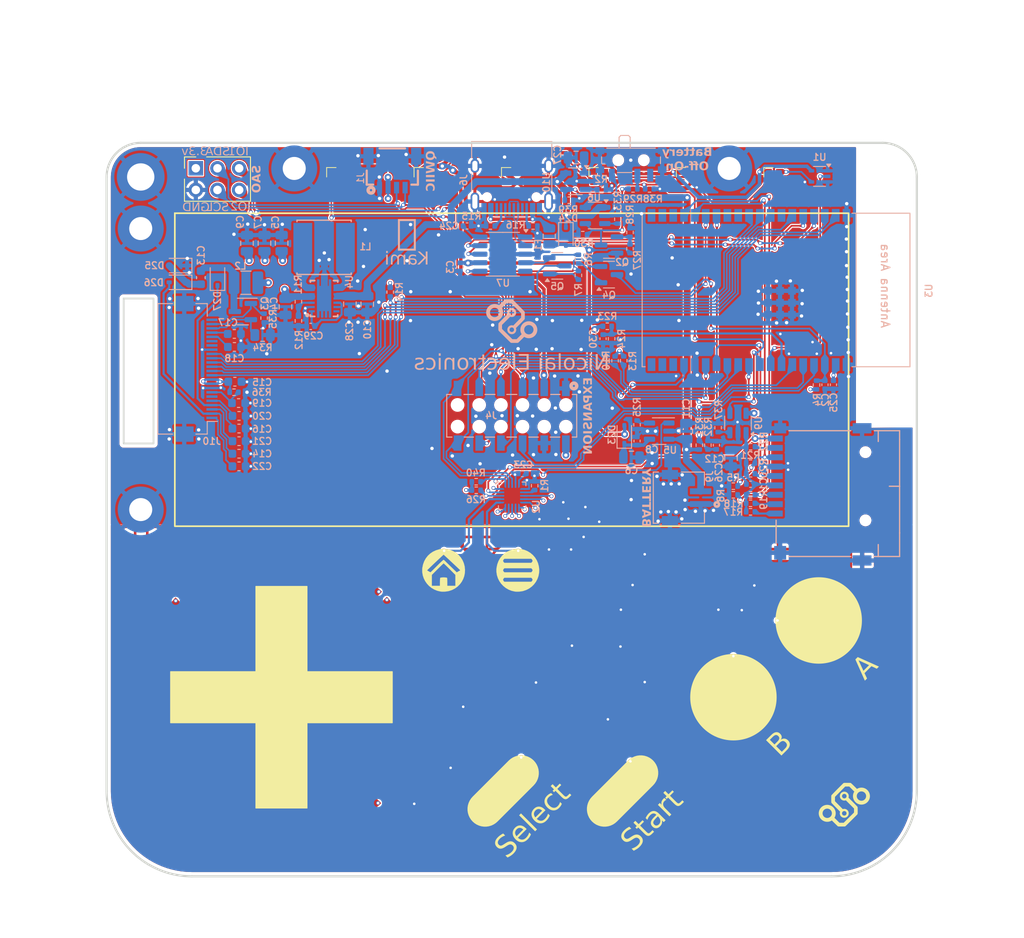
<source format=kicad_pcb>
(kicad_pcb (version 20241229) (generator "pcbnew") (generator_version "9.0")
  (title_block (title "Kami") (date "2025-05-20") (rev "1.0") (company "Nicolai Electronics") (comment 1 "License: CERN Open Hardware Licence Version 2 - Permissive"))
  (layers (0 "F.Cu" signal) (4 "In1.Cu" power) (6 "In2.Cu" power) (2 "B.Cu" signal) (13 "F.Paste" user) (15 "B.Paste" user) (5 "F.SilkS" user "F.Silkscreen") (7 "B.SilkS" user "B.Silkscreen") (1 "F.Mask" user) (3 "B.Mask" user) (25 "Edge.Cuts" user))
  (net 0 "")
  (net 1 "GND")
  (net 2 "VIN")
  (net 3 "Net-(U4-EN)")
  (net 4 "Net-(D23-K)")
  (net 5 "Net-(D27-A)")
  (net 6 "/E-Paper/PREVGL")
  (net 7 "/E-Paper/PREVGH")
  (net 8 "/E-Paper/VGL")
  (net 9 "/E-Paper/VGH")
  (net 10 "Net-(J10-Pin_7)")
  (net 11 "/E-Paper/VSH")
  (net 12 "/E-Paper/VSL")
  (net 13 "/E-Paper/VCOM")
  (net 14 "/USB_VBUS")
  (net 15 "/CC1")
  (net 16 "/CC2")
  (net 17 "/E-Paper/RESE")
  (net 18 "SD_DET")
  (net 23 "/E-Paper/GDR")
  (net 25 "Net-(D25-A)")
  (net 26 "GNDPWR")
  (net 27 "Net-(U2-VREG)")
  (net 29 "Net-(U2-REXT)")
  (net 30 "Net-(U2-ELE3)")
  (net 31 "Net-(U2-ELE2)")
  (net 32 "Net-(U2-ELE1)")
  (net 33 "Net-(SW6-B)")
  (net 35 "Net-(Q2-G)")
  (net 36 "Net-(U2-ELE0)")
  (net 37 "Net-(Q2-D)")
  (net 38 "Net-(U5-PROG)")
  (net 39 "Net-(U6-SET)")
  (net 40 "Net-(U2-LED1{slash}ELE5)")
  (net 41 "Net-(U2-LED2{slash}ELE6)")
  (net 42 "Net-(U2-LED3{slash}ELE7)")
  (net 43 "Net-(U2-LED0{slash}ELE4)")
  (net 44 "CHRG")
  (net 45 "PWR_EN")
  (net 46 "Net-(J2-DAT3{slash}CD)")
  (net 47 "RESET")
  (net 48 "VBUS")
  (net 49 "Net-(U7-V3)")
  (net 50 "Net-(Q4-G)")
  (net 51 "Net-(Q4-S)")
  (net 52 "Net-(Q5-G)")
  (net 53 "BOOT")
  (net 54 "Net-(Q5-S)")
  (net 55 "Net-(U8-DIN)")
  (net 56 "TX")
  (net 57 "RX")
  (net 59 "+3.3V")
  (net 60 "VBATT")
  (net 61 "VBATT_SENSE")
  (net 62 "VSDCARD")
  (net 63 "VLED")
  (net 64 "I2C_SDA")
  (net 65 "I2C_SCL")
  (net 66 "SD_D0")
  (net 67 "SD_CMD")
  (net 68 "Net-(J2-DAT2)")
  (net 69 "Net-(J2-DAT1)")
  (net 70 "SD_CLK")
  (net 71 "E1")
  (net 72 "E0")
  (net 73 "EP_CS")
  (net 74 "EP_RESET")
  (net 75 "EP_BUSY")
  (net 76 "EP_SCK")
  (net 77 "EP_DC")
  (net 78 "EP_DATA")
  (net 79 "Net-(U10-SET)")
  (net 80 "Net-(U9-SET)")
  (net 81 "LED_DATA")
  (net 82 "TOUCH_INT")
  (net 83 "E2")
  (net 84 "E3")
  (net 85 "E4")
  (net 86 "Net-(U11-DIN)")
  (net 87 "Net-(U11-DOUT)")
  (net 88 "Net-(U12-DOUT)")
  (net 89 "Net-(U13-DOUT)")
  (net 90 "Net-(U14-DOUT)")
  (net 91 "LED_OUT")
  (net 92 "/USB_P")
  (net 93 "/USB_N")
  (net 94 "VBUS_SENSE")
  (net 95 "Net-(U4-FB)")
  (net 96 "Net-(L1-Pad2)")
  (net 97 "Net-(L1-Pad1)")
  (net 99 "Net-(U2-LED4{slash}ELE8)")
  (net 100 "Net-(U2-LED5{slash}ELE9)")
  (footprint "library:SK6805-EC20" (layer "F.Cu") (at 20.5 -38.6 180)
    (property "Reference" "U11" (hide yes))
    (property "Value" "SK6805" (hide yes))
  )
  (footprint "library:SK6805-EC20" (layer "F.Cu") (at -10.25 -38.6 180)
    (property "Reference" "U14" (hide yes))
    (property "Value" "SK6805" (hide yes))
  )
  (footprint "library:SK6805-EC20" (layer "F.Cu") (at -20.5 -38.6 180)
    (property "Reference" "U15" (hide yes))
    (property "Value" "SK6805" (hide yes))
  )
  (footprint "library:TOUCH_BUTTON" (layer "F.Cu") (at 26 22.4)
    (property "Reference" "T3" (hide yes))
    (property "Value" "B" (hide yes))
  )
  (footprint "library:TOUCH_CROSS" (layer "F.Cu") (at -27 22.4)
    (property "Reference" "T5" (hide yes))
    (property "Value" "Cross" (hide yes))
  )
  (footprint "design:menu" (layer "F.Cu") (at 0.7 7.5)
    (property "Reference" "T7" (hide yes))
    (property "Value" "Menu" (hide yes))
  )
  (footprint "library:TOUCH_SELECT" (layer "F.Cu") (at -1 33.4 45)
    (property "Reference" "T1" (hide yes))
    (property "Value" "Select" (hide yes))
  )
  (footprint "library:SAO Female THT Labels" (layer "F.Cu") (at -34.5 -38.35 90)
    (property "Reference" "J3" (hide yes))
    (property "Value" "SAO")
  )
  (footprint "library:TOUCH_SELECT" (layer "F.Cu") (at 13 33.4 45)
    (property "Reference" "T2" (hide yes))
    (property "Value" "Start" (hide yes))
  )
  (footprint "library:TOUCH_BUTTON" (layer "F.Cu") (at 36 13.4)
    (property "Reference" "T4" (hide yes))
    (property "Value" "A" (hide yes))
  )
  (footprint "design:home" (layer "F.Cu") (at -8 7.5)
    (property "Reference" "T6" (hide yes))
    (property "Value" "Home" (hide yes))
  )
  (footprint "library:SK6805-EC20" (layer "F.Cu") (at 30.75 -38.6 180)
    (property "Reference" "U8" (hide yes))
    (property "Value" "SK6805" (hide yes))
  )
  (footprint "library:SK6805-EC20" (layer "F.Cu") (at 10.25 -38.6 180)
    (property "Reference" "U12" (hide yes))
    (property "Value" "SK6805" (hide yes))
  )
  (footprint "library:SK6805-EC20" (layer "F.Cu") (at 0 -38.6 180)
    (property "Reference" "U13" (hide yes))
    (property "Value" "SK6805" (hide yes))
  )
  (footprint "Capacitor_SMD:C_0805_2012Metric" (layer "B.Cu") (at 7.5438 -40.879 180)
    (property "Reference" "C27")
    (property "Value" "22u")
  )
  (footprint "library:D_SOD-323" (layer "B.Cu") (at -39.11 -28.21 180)
    (property "Reference" "D25")
    (property "Value" "NSR0320MW2T1G")
  )
  (footprint "Resistor_SMD:R_0402_1005Metric" (layer "B.Cu") (at 25.9842 -1.3312 180)
    (property "Reference" "R8")
    (property "Value" "45.3k")
  )
  (footprint "Capacitor_SMD:C_0805_2012Metric" (layer "B.Cu") (at 25.71 -5.61 -90)
    (property "Reference" "C26")
    (property "Value" "22u")
  )
  (footprint "Capacitor_SMD:C_0805_2012Metric" (layer "B.Cu") (at 14.04 -5.71 180)
    (property "Reference" "C6")
    (property "Value" "10u")
  )
  (footprint "Capacitor_SMD:C_0603_1608Metric" (layer "B.Cu") (at -31.9762 -10.5814 180)
    (property "Reference" "C20")
    (property "Value" "1u")
  )
  (footprint "Capacitor_SMD:C_0603_1608Metric" (layer "B.Cu") (at -31.9762 -9.1008 180)
    (property "Reference" "C16")
    (property "Value" "1u")
  )
  (footprint "Resistor_SMD:R_0402_1005Metric" (layer "B.Cu") (at 22 -7.15 -90)
    (property "Reference" "R31")
    (property "Value" "100k")
  )
  (footprint "Capacitor_SMD:C_0603_1608Metric" (layer "B.Cu") (at -31.9762 -7.62 180)
    (property "Reference" "C21")
    (property "Value" "1u")
  )
  (footprint "Resistor_SMD:R_0402_1005Metric" (layer "B.Cu") (at 2.69 -2.4 90)
    (property "Reference" "R1")
    (property "Value" "75k")
  )
  (footprint "Resistor_SMD:R_0402_1005Metric" (layer "B.Cu") (at 28 0.66)
    (property "Reference" "R17")
    (property "Value" "10k")
  )
  (footprint "library:Qwiic 1X04_1MM_RA_GND" (layer "B.Cu") (at -14 -37.35)
    (property "Reference" "J1")
    (property "Value" "QWIIC" (hide yes))
  )
  (footprint "Package_TO_SOT_SMD:SOT-353_SC-70-5" (layer "B.Cu") (at 36.0934 -38.6692 180)
    (property "Reference" "U1")
    (property "Value" "74LVC1G17GW,125")
  )
  (footprint "Resistor_SMD:R_0402_1005Metric" (layer "B.Cu") (at 13.8684 -30.1856 90)
    (property "Reference" "R27")
    (property "Value" "4.7k")
  )
  (footprint "Resistor_SMD:R_0402_1005Metric_Pad0.72x0.64mm_HandSolder" (layer "B.Cu") (at -25.01 -21.725 -90)
    (property "Reference" "R12")
    (property "Value" "180k")
  )
  (footprint "MountingHole:MountingHole_3.2mm_M3_DIN965_Pad_TopOnly" (layer "B.Cu") (at -43.5 -38.6 180)
    (property "Reference" "H1" (hide yes))
    (property "Value" "~" (hide yes))
  )
  (footprint "library:SOT-23" (layer "B.Cu") (at 11.4069 -30.6276 180)
    (property "Reference" "Q2")
    (property "Value" "AP2302B")
  )
  (footprint "Resistor_SMD:R_0402_1005Metric" (layer "B.Cu") (at 28 -1.337137)
    (property "Reference" "R19")
    (property "Value" "10k")
  )
  (footprint "Capacitor_SMD:C_0805_2012Metric" (layer "B.Cu") (at -26.53 -23.3675 -90)
    (property "Reference" "C4")
    (property "Value" "22u")
  )
  (footprint "Resistor_SMD:R_0402_1005Metric" (layer "B.Cu") (at 28.01 -6.97)
    (property "Reference" "R22")
    (property "Value" "10k")
  )
  (footprint "Resistor_SMD:R_0402_1005Metric" (layer "B.Cu") (at 12.1158 -17.0518 -90)
    (property "Reference" "R10")
    (property "Value" "4.7k")
  )
  (footprint "library:JST_S2B-ZR-SM4A-TF(LF)(SN)" (layer "B.Cu") (at 20 -1 90)
    (property "Reference" "J9")
    (property "Value" "Battery")
  )
  (footprint "Capacitor_SMD:C_0402_1005Metric" (layer "B.Cu") (at 24 -7.15 90)
    (property "Reference" "C12")
    (property "Value" "100n")
  )
  (footprint "Resistor_SMD:R_0402_1005Metric" (layer "B.Cu") (at 25.9822 -2.3472 180)
    (property "Reference" "R5")
    (property "Value" "45.3k")
  )
  (footprint "Resistor_SMD:R_0402_1005Metric" (layer "B.Cu") (at 12.446 -33.64 -90)
    (property "Reference" "R33")
    (property "Value" "4.7k")
  )
  (footprint "Resistor_SMD:R_0402_1005Metric" (layer "B.Cu") (at 7.8232 -27.0614 -90)
    (property "Reference" "R7")
    (property "Value" "10k")
  )
  (footprint "Resistor_SMD:R_0402_1005Metric" (layer "B.Cu") (at -14.25 -25.1 -90)
    (property "Reference" "R14")
    (property "Value" "10k")
  )
  (footprint "Capacitor_SMD:C_0402_1005Metric" (layer "B.Cu") (at 37.719 -14.237 90)
    (property "Reference" "C25")
    (property "Value" "100n")
  )
  (footprint "Resistor_SMD:R_0402_1005Metric" (layer "B.Cu") (at -32.5628 -13.3604)
    (property "Reference" "R36")
    (property "Value" "0")
  )
  (footprint "NetTie:NetTie-2_SMD_Pad0.5mm" (layer "B.Cu") (at -21.96 -27.62 -90)
    (property "Reference" "JP1" (hide yes))
    (property "Value" "~" (hide yes))
  )
  (footprint "Resistor_SMD:R_0402_1005Metric" (layer "B.Cu") (at 13.8684 -32.0906 -90)
    (property "Reference" "R28")
    (property "Value" "4.7k")
  )
  (footprint "Resistor_SMD:R_0402_1005Metric" (layer "B.Cu") (at 23 -7.15 -90)
    (property "Reference" "R32")
    (property "Value" "100k")
  )
  (footprint "library:D_SOD-323" (layer "B.Cu") (at -39.1125 -26.25 180)
    (property "Reference" "D26")
    (property "Value" "NSR0320MW2T1G")
  )
  (footprint "Capacitor_SMD:C_0402_1005Metric" (layer "B.Cu") (at 36.7284 -14.2344 -90)
    (property "Reference" "C2")
    (property "Value" "100n")
  )
  (footprint "Resistor_SMD:R_0402_1005Metric" (layer "B.Cu") (at -4.1684 -2.864)
    (property "Reference" "R40")
    (property "Value" "10k")
  )
  (footprint "Capacitor_SMD:C_0402_1005Metric" (layer "B.Cu") (at 1.24 -3.82)
    (property "Reference" "C23")
    (property "Value" "100n")
  )
  (footprint "Resistor_SMD:R_0402_1005Metric" (layer "B.Cu") (at 28 -3.804269)
    (property "Reference" "R20")
    (property "Value" "10k")
  )
  (footprint "MountingHole:MountingHole_2.7mm_M2.5_Pad_TopOnly" (layer "B.Cu") (at -43.5 0.4 180)
    (property "Reference" "H4" (hide yes))
    (property "Value" "~" (hide yes))
  )
  (footprint "Capacitor_SMD:C_0402_1005Metric" (layer "B.Cu") (at -23.57 -21.08 180)
    (property "Reference" "C29")
    (property "Value" "100n")
  )
  (footprint "Resistor_SMD:R_0402_1005Metric" (layer "B.Cu") (at 24.2 -9.2 90)
    (property "Reference" "R37")
    (property "Value" "10k")
  )
  (footprint "Resistor_SMD:R_0402_1005Metric_Pad0.72x0.64mm_HandSolder" (layer "B.Cu") (at -25.01 -23.9775 -90)
    (property "Reference" "R11")
    (property "Value" "1M")
  )
  (footprint "library:SD_Card-micro_socket_A" (layer "B.Cu") (at 38 -2.35 90)
    (property "Reference" "J2" (hide yes))
    (property "Value" "Micro_SD_Card" (hide yes))
  )
  (footprint "MountingHole:MountingHole_2.7mm_M2.5_Pad_TopOnly" (layer "B.Cu") (at -43.5 -32.55 180)
    (property "Reference" "H3" (hide yes))
    (property "Value" "~" (hide yes))
  )
  (footprint "Package_SO:SSOP-10-1EP_3.9x4.9mm_P1mm_EP2.1x3.3mm" (layer "B.Cu") (at -1.0455 -29.544 180)
    (property "Reference" "U7")
    (property "Value" "CH340K")
  )
  (footprint "Capacitor_SMD:C_0603_1608Metric" (layer "B.Cu") (at -32.512 -18.669 180)
    (property "Reference" "C18")
    (property "Value" "1u")
  )
  (footprint "Resistor_SMD:R_0402_1005Metric" (layer "B.Cu") (at 11.21 -21.09 180)
    (property "Reference" "R23")
    (property "Value" "100k")
  )
  (footprint "library:SOT-23" (layer "B.Cu") (at -31.5237 -22.8196 180)
    (property "Reference" "Q3")
    (property "Value" "AP2302B")
  )
  (footprint "library:D_SOD-323" (layer "B.Cu") (at 6.35 -31.642 -90)
    (property "Reference" "D24")
    (property "Value" "NSR0320MW2T1G")
  )
  (footprint "Resistor_SMD:R_0402_1005Metric" (layer "B.Cu") (at -29.0322 -22.0576 90)
    (property "Reference" "R35")
    (property "Value" "100k")
  )
  (footprint "library:D_SOD-323" (layer "B.Cu") (at -34.5 -26.91 90)
    (property "Reference" "D27")
    (property "Value" "NSR0320MW2T1G")
  )
  (footprint "MountingHole:MountingHole_2.7mm_M2.5_Pad_TopOnly" (layer "B.Cu") (at -25.5 -39.6 180)
    (property "Reference" "H6" (hide yes))
    (property "Value" "~" (hide yes))
  )
  (footprint "library:USB_C_Receptacle_HRO_TYPE-C-31-M-12" (layer "B.Cu") (at 0 -38.85)
    (property "Reference" "J6")
    (property "Value" "USB-C" (hide yes))
  )
  (footprint "Resistor_SMD:R_0402_1005Metric" (layer "B.Cu") (at -2.5 -32.85)
    (property "Reference" "R15")
    (property "Value" "5.1k")
  )
  (footprint "Capacitor_SMD:C_0805_2012Metric" (layer "B.Cu") (at -31.04 -30.83 90)
    (property "Reference" "C9")
    (property "Value" "22u")
  )
  (footprint "Capacitor_SMD:C_0805_2012Metric" (layer "B.Cu") (at -26.98 -30.84 90)
    (property "Reference" "C5")
    (property "Value" "22u")
  )
  (footprint "library:Hirose_FH12-24S-0.5SH_1x24-1MP_P0.50mm_Horizontal" (layer "B.Cu") (at -37 -16.1 90)
    (property "Reference" "J10")
    (property "Value" "E-Paper")
  )
  (footprint "Capacitor_SMD:C_0402_1005Metric" (layer "B.Cu") (at 28 -2.570703)
    (property "Reference" "C1")
    (property "Value" "100n")
  )
  (footprint "Resistor_SMD:R_0402_1005Metric" (layer "B.Cu") (at 14.696 -9.5425 90)
    (property "Reference" "R25")
    (property "Value" "2k")
  )
  (footprint "Resistor_SMD:R_0402_1005Metric" (layer "B.Cu") (at 11.71 -19.63 90)
    (property "Reference" "R24")
    (property "Value" "100k")
  )
  (footprint "Resistor_SMD:R_0402_1005Metric" (layer "B.Cu") (at -4.16 -1.87 180)
    (property "Reference" "R26")
    (property "Value" "10k")
  )
  (footprint "library:VSON-14_L4.0-W3.0-P0.50-BL-EP_TI_DSJ" (layer "B.Cu") (at -22 -24.35 90)
    (property "Reference" "U4")
    (property "Value" "TPS63020DSJR")
  )
  (footprint "library:SOT-23-5" (layer "B.Cu") (at 17.2895 -8.8 180)
    (property "Reference" "U5")
    (property "Value" "XT4054K421MR-G")
  )
  (footprint "Capacitor_SMD:C_0603_1608Metric" (layer "B.Cu") (at -32.525 -20.193 180)
    (property "Reference" "C17")
    (property "Value" "1u")
  )
  (footprint "Capacitor_SMD:C_0402_1005Metric" (layer "B.Cu") (at -6.0452 -28.052 -90)
    (property "Reference" "C3")
    (property "Value" "100n")
  )
  (footprint "Capacitor_SMD:C_0805_2012Metric" (layer "B.Cu") (at -18.97 -23.69 -90)
    (property "Reference" "C28")
    (property "Value" "10u")
  )
  (footprint "Resistor_SMD:R_0402_1005Metric" (layer "B.Cu") (at 16.1544 -37.196)
    (property "Reference" "R38")
    (property "Value" "10k")
  )
  (footprint "Resistor_SMD:R_0402_1005Metric" (layer "B.Cu") (at 35.7378 -14.209 -90)
    (property "Reference" "R4")
    (property "Value" "100k")
  )
  (footprint "Capacitor_SMD:C_0402_1005Metric" (layer "B.Cu") (at -5.2324 -32.8526)
    (property "Reference" "C24")
    (property "Value" "100n")
  )
  (footprint "Capacitor_SMD:C_0805_2012Metric" (layer "B.Cu") (at -28.99 -30.84 90)
    (property "Reference" "C7")
    (property "Value" "22u")
  )
  (footprint "Capacitor_SMD:C_0402_1005Metric" (layer "B.Cu") (at 10.71 -19.64 -90)
    (property "Reference" "C30")
    (property "Value" "100n")
  )
  (footprint "Resistor_SMD:R_0402_1005Metric" (layer "B.Cu") (at 28 -0.34)
    (property "Reference" "R18")
    (property "Value" "10k")
  )
  (footprint "library:EXPANSION" (layer "B.Cu") (at 0 -10.6 180)
    (property "Reference" "J4")
    (property "Value" "EXT" (hide yes))
  )
  (footprint "library:L_1210_3225Metric" (layer "B.Cu") (at -31.1658 -26.1978 180)
    (property "Reference" "L2")
    (property "Value" "47u")
  )
  (footprint "library:IND-SMD_L6.0-W6.0" (layer "B.Cu") (at -22 -30.35)
    (property "Reference" "L1")
    (property "Value" "CMLW6028S1R5MST")
  )
  (footprint "Espressif:ESP32-WROVER-E" (layer "B.Cu") (at 31 -25.35 90)
    (property "Reference" "U3")
    (property "Value" "ESP32-WROVER-E")
  )
  (footprint "Resistor_SMD:R_0805_2012Metric" (layer "B.Cu") (at -29.21 -20.066 180)
    (property "Reference" "R34")
    (property "Value" "2.2")
  )
  (footprint "Package_DFN_QFN:UQFN-20_3x3mm_P0.4mm" (layer "B.Cu") (at 0.05 -1.22 -90)
    (property "Reference" "U2")
    (property "Value" "MPR121QR2")
  )
  (footprint "Resistor_SMD:R_0402_1005Metric" (layer "B.Cu") (at 28 -5.047835)
    (property "Reference" "R21")
    (property "Value" "10k")
  )
  (footprint "Capacitor_SMD:C_0805_2012Metric" (layer "B.Cu") (at -16.94 -23.68 -90)
    (property "Reference" "C10")
    (property "Value" "10u")
  )
  (footprint "Capacitor_SMD:C_0603_1608Metric" (layer "B.Cu") (at -32.027 -12.0904 180)
    (property "Reference" "C19")
    (property "Value" "1u")
  )
  (footprint "Package_TO_SOT_SMD:SOT-23-5" (layer "B.Cu") (at 26.53 -9.7525 90)
    (property "Reference" "U9")
    (property "Value" "SY6280AAC")
  )
  (footprint "MountingHole:MountingHole_3.2mm_M3_DIN965" (layer "B.Cu") (at 43.5 -38.6 180)
    (property "Reference" "H2" (hide yes))
    (property "Value" "~" (hide yes))
  )
  (footprint "Capacitor_SMD:C_0603_1608Metric" (layer "B.Cu") (at -31.9762 -4.6736 180)
    (property "Reference" "C22")
    (property "Value" "470n")
  )
  (footprint "Resistor_SMD:R_0402_1005Metric" (layer "B.Cu") (at 6.731 -35.8752)
    (property "Reference" "R39")
    (property "Value" "10k")
  )
  (footprint "Capacitor_SMD:C_0402_1005Metric" (layer "B.Cu") (at 14.696 -7.6425 -90)
    (property "Reference" "C8")
    (property "Value" "100n")
  )
  (footprint "library:D_SOD-323" (layer "B.Cu") (at 13.2 -8.4025 90)
    (property "Reference" "D23")
    (property "Value" "NSR0320MW2T1G")
  )
  (footprint "Capacitor_SMD:C_0603_1608Metric" (layer "B.Cu") (at -31.9788 -6.1468)
    (property "Reference" "C14")
    (property "Value" "1u")
  )
  (footprint "MountingHole:MountingHole_2.7mm_M2.5_Pad_TopOnly" (layer "B.Cu") (at 25.5 -39.6 180)
    (property "Reference" "H7" (hide yes))
    (property "Value" "~" (hide yes))
  )
  (footprint "Resistor_SMD:R_0402_1005Metric" (layer "B.Cu") (at 8.3292 -31.8366)
    (property "Reference" "R30")
    (property "Value" "100k")
  )
  (footprint "Capacitor_SMD:C_0603_1608Metric" (layer "B.Cu") (at -32.4612 -14.59 180)
    (property "Reference" "C15")
    (property "Value" "4.7u")
  )
  (footprint "Capacitor_SMD:C_0805_2012Metric" (layer "B.Cu") (at 20.47 -8.8 90)
    (property "Reference" "C11")
    (property "Value" "10u")
  )
  (footprint "library:SW_SPDT_PCM12_MP" (layer "B.Cu") (at 13.99 -40.24)
    (property "Reference" "SW6" (hide yes))
    (property "Value" "SW_SPDT")
  )
  (footprint "Resistor_SMD:R_0402_1005Metric" (layer "B.Cu") (at 13.1318 -17.0558 -90)
    (property "Reference" "R13")
    (property "Value" "4.7k")
  )
  (footprint "Package_TO_SOT_SMD:SOT-23" (layer "B.Cu") (at 5.3363 -28.179)
    (property "Reference" "Q5")
    (property "Value" "AO3400 (A09T)")
  )
  (footprint "Package_TO_SOT_SMD:SOT-23" (layer "B.Cu") (at 11.4046 -27.1489)
    (property "Reference" "Q4")
    (property "Value" "AO3400 (A09T)")
  )
  (footprint "Resistor_SMD:R_0402_1005Metric" (layer "B.Cu") (at 14.222 -37.196)
    (property "Reference" "R29")
    (property "Value" "1k")
  )
  (footprint "Resistor_SMD:R_0402_1005Metric" (layer "B.Cu") (at 7.8232 -28.9664 90)
    (property "Reference" "R6")
    (property "Value" "10k")
  )
  (footprint "library:Fuse_0805_2012Metric" (layer "B.Cu") (at 4.4 -31.64 90)
    (property "Reference" "F1")
    (property "Value" "1A" (hide yes))
  )
  (footprint "MountingHole:MountingHole_2.7mm_M2.5_DIN965" (layer "B.Cu") (at 44.5 -12.35 180)
    (property "Reference" "H5" (hide yes))
    (property "Value" "~" (hide yes))
  )
  (footprint "Capacitor_SMD:C_0603_1608Metric" (layer "B.Cu") (at -36.449 -26.797 90)
    (property "Reference" "C13")
    (property "Value" "1u")
  )
  (footprint "Resistor_SMD:R_0402_1005Metric" (layer "B.Cu") (at 2.5 -32.85 180)
    (property "Reference" "R16")
    (property "Value" "5.1k")
  )
  (footprint "Package_TO_SOT_SMD:SOT-23-5" (layer "B.Cu") (at 9.7735 -34.082 180)
    (property "Reference" "U6")
    (property "Value" "SY6280AAC")
  )
  (footprint "Resistor_SMD:R_0402_1005Metric" (layer "B.Cu") (at 10.541 -37.1198)
    (property "Reference" "R2")
    (property "Value" "10k")
  )
  (footprint "Package_TO_SOT_SMD:SOT-23-5" (layer "B.Cu") (at 7.4731 -38.0952 180)
    (property "Reference" "U10")
    (property "Value" "SY6280AAC")
  )
  (gr_poly (pts (xy 38.99724 33.474156) (xy 38.97123 33.4748) (xy 38.945397 33.476721) (xy 38.919783 33.479902) (xy 38.894432 33.484325) (xy 38.869386 33.489971) (xy 38.844689 33.496824) (xy 38.820383 33.504866) (xy 38.796511 33.514077) (xy 38.773117 33.524442) (xy 38.750244 33.535942) (xy 38.727934 33.548559) (xy 38.706231 33.562275) (xy 38.685176 33.577072) (xy 38.664815 33.592934) (xy 38.645189 33.609841) (xy 38.626341 33.627777) (xy 38.608405 33.646624) (xy 38.591497 33.66625) (xy 38.575635 33.686611) (xy 38.560836 33.707665) (xy 38.547119 33.729368) (xy 38.534502 33.751678) (xy 38.523001 33.774551) (xy 38.512636 33.797945) (xy 38.503423 33.821817) (xy 38.495381 33.846123) (xy 38.488528 33.870821) (xy 38.48288 33.895867) (xy 38.478457 33.921219) (xy 38.475275 33.946833) (xy 38.473353 33.972668) (xy 38.472708 33.998679) (xy 38.473352 34.024689) (xy 38.475274 34.050522) (xy 38.478455 34.076136) (xy 38.482879 34.101487) (xy 38.488526 34.126533) (xy 38.495379 34.15123) (xy 38.503421 34.175536) (xy 38.512633 34.199407) (xy 38.522998 34.222801) (xy 38.534498 34.245674) (xy 38.547115 34.267984) (xy 38.560832 34.289687) (xy 38.57563 34.310741) (xy 38.591492 34.331103) (xy 38.608399 34.350729) (xy 38.626335 34.369576) (xy 38.645183 34.387512) (xy 38.664809 34.404419) (xy 38.68517 34.420281) (xy 38.706224 34.435079) (xy 38.727927 34.448795) (xy 38.750237 34.461412) (xy 38.773111 34.472912) (xy 38.796504 34.483277) (xy 38.820375 34.49249) (xy 38.844681 34.500531) (xy 38.869378 34.507385) (xy 38.894424 34.513032) (xy 38.919775 34.517455) (xy 38.945389 34.520636) (xy 38.971222 34.522558) (xy 38.997232 34.523202) (xy 39.008818 34.52305) (xy 39.020389 34.522642) (xy 39.031939 34.521979) (xy 39.043465 34.521062) (xy 39.054962 34.519892) (xy 39.066427 34.51847) (xy 39.077854 34.516796) (xy 39.089241 34.514871) (xy 39.100582 34.512695) (xy 39.111875 34.51027) (xy 39.123114 34.507597) (xy 39.134295 34.504675) (xy 39.145414 34.501507) (xy 39.156468 34.498092) (xy 39.167452 34.494431) (xy 39.178361 34.490525) (xy 39.333654 34.647566) (xy 39.506603 34.82108) (xy 40.136068 35.449024) (xy 40.136068 35.920423) (xy 39.529058 36.520921) (xy 38.922018 37.12139) (xy 38.429472 37.12139) (xy 37.83868 36.537075) (xy 37.856461 36.507361) (xy 37.873162 36.477111) (xy 37.888775 36.446355) (xy 37.903291 36.415123) (xy 37.916702 36.383444) (xy 37.928998 36.351349) (xy 37.940172 36.318867) (xy 37.950214 36.286028) (xy 37.959117 36.252862) (xy 37.966871 36.219399) (xy 37.973468 36.185668) (xy 37.9789 36.151699) (xy 37.983158 36.117523) (xy 37.986234 36.083168) (xy 37.988118 36.048666) (xy 37.988803 36.014044) (xy 37.988706 36.01015) (xy 37.540932 36.01015) (xy 37.540261 36.037251) (xy 37.538259 36.064168) (xy 37.534944 36.090856) (xy 37.530335 36.11727) (xy 37.524451 36.143366) (xy 37.51731 36.169099) (xy 37.508931 36.194424) (xy 37.499333 36.219296) (xy 37.488533 36.243671) (xy 37.476551 36.267504) (xy 37.463404 36.290749) (xy 37.449112 36.313363) (xy 37.433694 36.3353) (xy 37.417167 36.356515) (xy 37.39955 36.376964) (xy 37.380862 36.396602) (xy 37.361224 36.41529) (xy 37.340775 36.432907) (xy 37.319559 36.449434) (xy 37.297623 36.464853) (xy 37.275009 36.479144) (xy 37.251764 36.492291) (xy 37.227932 36.504273) (xy 37.203557 36.515073) (xy 37.178685 36.524671) (xy 37.153361 36.53305) (xy 37.127628 36.540191) (xy 37.101533 36.546075) (xy 37.07512 36.550684) (xy 37.048433 36.553999) (xy 37.021517 36.556001) (xy 36.994418 36.556672) (xy 36.967318 36.556002) (xy 36.940401 36.554) (xy 36.913713 36.550685) (xy 36.887298 36.546077) (xy 36.861202 36.540193) (xy 36.835469 36.533053) (xy 36.810144 36.524674) (xy 36.785271 36.515076) (xy 36.760896 36.504277) (xy 36.737063 36.492295) (xy 36.713818 36.479149) (xy 36.691204 36.464857) (xy 36.669267 36.449439) (xy 36.648051 36.432912) (xy 36.627602 36.415296) (xy 36.607964 36.396608) (xy 36.589275 36.37697) (xy 36.571658 36.356521) (xy 36.555131 36.335306) (xy 36.539712 36.313369) (xy 36.52542 36.290756) (xy 36.512273 36.26751) (xy 36.50029 36.243677) (xy 36.48949 36.219302) (xy 36.479891 36.19443) (xy 36.471512 36.169104) (xy 36.464371 36.14337) (xy 36.458486 36.117273) (xy 36.453877 36.090858) (xy 36.450562 36.064169) (xy 36.44856 36.037251) (xy 36.447888 36.010149) (xy 36.448559 35.983048) (xy 36.450561 35.956131) (xy 36.453876 35.929443) (xy 36.458485 35.903029) (xy 36.464369 35.876933) (xy 36.471509 35.8512) (xy 36.479888 35.825875) (xy 36.489487 35.801002) (xy 36.500287 35.776627) (xy 36.512269 35.752795) (xy 36.525415 35.729549) (xy 36.539707 35.706936) (xy 36.555126 35.684999) (xy 36.571653 35.663784) (xy 36.58927 35.643335) (xy 36.607958 35.623697) (xy 36.627596 35.605009) (xy 36.648045 35.587392) (xy 36.66926 35.570865) (xy 36.691197 35.555446) (xy 36.713811 35.541154) (xy 36.737056 35.528008) (xy 36.760889 35.516026) (xy 36.785264 35.505226) (xy 36.810136 35.495627) (xy 36.835461 35.487248) (xy 36.861194 35.480108) (xy 36.88729 35.474224) (xy 36.913705 35.469615) (xy 36.940393 35.466301) (xy 36.967309 35.464298) (xy 36.99441 35.463627) (xy 36.994409 35.463627) (xy 36.994408 35.463627) (xy 36.994407 35.463627) (xy 36.994406 35.463627) (xy 36.994405 35.463627) (xy 36.994403 35.463627) (xy 36.994403 35.463626) (xy 36.994402 35.463626) (xy 37.021502 35.464297) (xy 37.048419 35.466299) (xy 37.075107 35.469613) (xy 37.101521 35.474221) (xy 37.127618 35.480105) (xy 37.153351 35.487245) (xy 37.178676 35.495624) (xy 37.203549 35.505222) (xy 37.227924 35.516022) (xy 37.251756 35.528004) (xy 37.275002 35.54115) (xy 37.297616 35.555441) (xy 37.319553 35.57086) (xy 37.340769 35.587387) (xy 37.361218 35.605003) (xy 37.380856 35.623691) (xy 37.399544 35.643329) (xy 37.417162 35.663778) (xy 37.433689 35.684993) (xy 37.449108 35.70693) (xy 37.4634 35.729543) (xy 37.476547 35.752789) (xy 37.48853 35.776621) (xy 37.49933 35.800996) (xy 37.508929 35.825869) (xy 37.517308 35.851195) (xy 37.524449 35.876928) (xy 37.530334 35.903025) (xy 37.534943 35.929441) (xy 37.538258 35.95613) (xy 37.540261 35.983048) (xy 37.540932 36.01015) (xy 37.988706 36.01015) (xy 37.987581 35.964735) (xy 37.983938 35.91576) (xy 37.977906 35.867201) (xy 37.969521 35.81914) (xy 37.958815 35.771658) (xy 37.945822 35.724836) (xy 37.930576 35.678757) (xy 37.913111 35.633502) (xy 37.893461 35.589152) (xy 37.871658 35.545788) (xy 37.847739 35.503493) (xy 37.821734 35.462347) (xy 37.79368 35.422433) (xy 37.763609 35.383832) (xy 37.731555 35.346625) (xy 37.697552 35.310894) (xy 37.66182 35.276891) (xy 37.624613 35.244837) (xy 37.586012 35.214766) (xy 37.546098 35.186712) (xy 37.504953 35.160708) (xy 37.462658 35.136788) (xy 37.419295 35.114986) (xy 37.374945 35.095335) (xy 37.32969 35.07787) (xy 37.283611 35.062625) (xy 37.236791 35.049632) (xy 37.18931 35.038926) (xy 37.14125 35.03054) (xy 37.092692 35.024509) (xy 37.043718 35.020865) (xy 36.99441 35.019643) (xy 36.9451 35.020865) (xy 36.896125 35.024508) (xy 36.847566 35.030539) (xy 36.799505 35.038924) (xy 36.752023 35.049629) (xy 36.705202 35.062622) (xy 36.659123 35.077867) (xy 36.613867 35.095332) (xy 36.569517 35.114982) (xy 36.526153 35.136783) (xy 36.483858 35.160703) (xy 36.442712 35.186707) (xy 36.402798 35.214761) (xy 36.364196 35.244832) (xy 36.326989 35.276885) (xy 36.291257 35.310888) (xy 36.257254 35.346619) (xy 36.2252 35.383826) (xy 36.195128 35.422427) (xy 36.167074 35.462341) (xy 36.141069 35.503487) (xy 36.117149 35.545782) (xy 36.095347 35.589145) (xy 36.075696 35.633496) (xy 36.058231 35.678751) (xy 36.042985 35.724831) (xy 36.029991 35.771653) (xy 36.019285 35.819135) (xy 36.010899 35.867197) (xy 36.004867 35.915757) (xy 36.001223 35.964733) (xy 36.000001 36.014044) (xy 36.001223 36.063354) (xy 36.004866 36.112329) (xy 36.010898 36.160888) (xy 36.019283 36.208949) (xy 36.029989 36.256431) (xy 36.042982 36.303252) (xy 36.058228 36.349331) (xy 36.075693 36.394586) (xy 36.095343 36.438936) (xy 36.117145 36.4823) (xy 36.141065 36.524595) (xy 36.167069 36.56574) (xy 36.195124 36.605654) (xy 36.225195 36.644256) (xy 36.257249 36.681463) (xy 36.291252 36.717194) (xy 36.326983 36.751197) (xy 36.36419 36.783251) (xy 36.402792 36.813322) (xy 36.442706 36.841376) (xy 36.483851 36.86738) (xy 36.526147 36.8913) (xy 36.56951 36.913102) (xy 36.61386 36.932753) (xy 36.659115 36.950218) (xy 36.705195 36.965463) (xy 36.752016 36.978456) (xy 36.799498 36.989162) (xy 36.847559 36.997548) (xy 36.896118 37.003579) (xy 36.945093 37.007222) (xy 36.994402 37.008444) (xy 37.030215 37.007792) (xy 37.065899 37.005856) (xy 37.101422 37.002647) (xy 37.13675 36.998173) (xy 37.171852 36.992446) (xy 37.206694 36.985474) (xy 37.241244 36.977267) (xy 37.275467 36.967835) (xy 37.309333 36.957187) (xy 37.342807 36.945334) (xy 37.375856 36.932284) (xy 37.408449 36.918049) (xy 37.440552 36.902636) (xy 37.472132 36.886057) (xy 37.503156 36.86832) (xy 37.533591 36.849436) (xy 37.788448 37.100615) (xy 38.012944 37.320334) (xy 38.17623 37.477875) (xy 38.22528 37.523731) (xy 38.23997 37.536749) (xy 38.24746 37.542523) (xy 38.252903 37.544654) (xy 38.26099 37.546633) (xy 38.285282 37.550143) (xy 38.320716 37.553067) (xy 38.367672 37.55542) (xy 38.426529 37.557219) (xy 38.497667 37.558478) (xy 38.6783 37.55944) (xy 38.797593 37.559244) (xy 38.847528 37.558988) (xy 38.89156 37.558593) (xy 38.930118 37.558033) (xy 38.963629 37.557285) (xy 38.992523 37.556323) (xy 39.017227 37.555121) (xy 39.038169 37.553655) (xy 39.055779 37.551899) (xy 39.063468 37.550905) (xy 39.070485 37.549829) (xy 39.076882 37.548668) (xy 39.082714 37.547419) (xy 39.088034 37.546079) (xy 39.092896 37.544645) (xy 39.097353 37.543113) (xy 39.101458 37.54148) (xy 39.105266 37.539744) (xy 39.10883 37.537901) (xy 39.112203 37.535948) (xy 39.115439 37.533882) (xy 39.19132 37.464576) (xy 39.356847 37.30463) (xy 39.835869 36.832828) (xy 40.310568 36.358491) (xy 40.470691 36.195376) (xy 40.539007 36.121632) (xy 40.547576 36.106387) (xy 40.551114 36.097784) (xy 40.554196 36.0879) (xy 40.556853 36.076264) (xy 40.559116 36.062405) (xy 40.562584 36.026141) (xy 40.564849 35.975341) (xy 40.566159 35.906243) (xy 40.566909 35.698094) (xy 40.566665 35.620788) (xy 40.565965 35.546938) (xy 40.56486 35.478287) (xy 40.563397 35.416572) (xy 40.561625 35.363535) (xy 40.559595 35.320915) (xy 40.557354 35.290452) (xy 40.55617 35.280323) (xy 40.554952 35.273886) (xy 40.550975 35.265893) (xy 40.542106 35.253283) (xy 40.509333 35.213838) (xy 40.455912 35.154796) (xy 40.381125 35.075403) (xy 40.164573 34.852547) (xy 39.853923 34.539237) (xy 39.661816 34.347851) (xy 39.489534 34.17777) (xy 39.493369 34.166977) (xy 39.496965 34.156112) (xy 39.500321 34.145179) (xy 39.503436 34.134182) (xy 39.506309 34.123125) (xy 39.508939 34.112012) (xy 39.511327 34.100846) (xy 39.51347 34.089633) (xy 39.51537 34.078376) (xy 39.517023 34.067079) (xy 39.518431 34.055745) (xy 39.519593 34.04438) (xy 39.520506 34.032987) (xy 39.521172 34.021569) (xy 39.521589 34.010132) (xy 39.521756 33.998679) (xy 39.52173 33.997644) (xy 39.26186 33.997644) (xy 39.261515 34.011274) (xy 39.260492 34.024724) (xy 39.258807 34.03798) (xy 39.256478 34.051023) (xy 39.25352 34.063837) (xy 39.24995 34.076405) (xy 39.245786 34.088712) (xy 39.241044 34.10074) (xy 39.235739 34.112472) (xy 39.22989 34.123892) (xy 39.223512 34.134984) (xy 39.216623 34.14573) (xy 39.209238 34.156114) (xy 39.201375 34.16612) (xy 39.19305 34.17573) (xy 39.18428 34.184929) (xy 39.175082 34.193699) (xy 39.165471 34.202023) (xy 39.155465 34.209886) (xy 39.145081 34.217271) (xy 39.134334 34.22416) (xy 39.123243 34.230538) (xy 39.111822 34.236387) (xy 39.100089 34.241691) (xy 39.088061 34.246434) (xy 39.075754 34.250598) (xy 39.063185 34.254168) (xy 39.050371 34.257125) (xy 39.037327 34.259455) (xy 39.024071 34.26114) (xy 39.01062 34.262163) (xy 38.99699 34.262508) (xy 38.98336 34.262163) (xy 38.969909 34.261139) (xy 38.956654 34.259454) (xy 38.943611 34.257124) (xy 38.930797 34.254166) (xy 38.918228 34.250597) (xy 38.905922 34.246432) (xy 38.893894 34.241689) (xy 38.882162 34.236385) (xy 38.870742 34.230535) (xy 38.859651 34.224157) (xy 38.848905 34.217268) (xy 38.83852 34.209883) (xy 38.828515 34.20202) (xy 38.818905 34.193695) (xy 38.809707 34.184925) (xy 38.800937 34.175727) (xy 38.792612 34.166116) (xy 38.78475 34.15611) (xy 38.777365 34.145726) (xy 38.770476 34.13498) (xy 38.764099 34.123889) (xy 38.75825 34.112468) (xy 38.752946 34.100736) (xy 38.748204 34.088709) (xy 38.74404 34.076403) (xy 38.740471 34.063834) (xy 38.737513 34.051021) (xy 38.735184 34.037978) (xy 38.7335 34.024723) (xy 38.732477 34.011273) (xy 38.732132 33.997644) (xy 38.732478 33.984014) (xy 38.733501 33.970564) (xy 38.735185 33.957308) (xy 38.737515 33.944265) (xy 38.740473 33.931451) (xy 38.744042 33.918883) (xy 38.748206 33.906576) (xy 38.752949 33.894549) (xy 38.758253 33.882816) (xy 38.764103 33.871396) (xy 38.77048 33.860304) (xy 38.77737 33.849558) (xy 38.784754 33.839174) (xy 38.792617 33.829168) (xy 38.800942 33.819558) (xy 38.809712 33.81036) (xy 38.81891 33.80159) (xy 38.828521 33.793265) (xy 38.838526 33.785402) (xy 38.848911 33.778018) (xy 38.859657 33.771128) (xy 38.870748 33.764751) (xy 38.882169 33.758901) (xy 38.893901 33.753597) (xy 38.905929 33.748855) (xy 38.918235 33.74469) (xy 38.930804 33.741121) (xy 38.943618 33.738163) (xy 38.956661 33.735834) (xy 38.969916 33.734149) (xy 38.983367 33.733126) (xy 38.996996 33.732781) (xy 38.997004 33.732781) (xy 39.010634 33.733126) (xy 39.024084 33.73415) (xy 39.03734 33.735835) (xy 39.050382 33.738165) (xy 39.063197 33.741123) (xy 39.075765 33.744693) (xy 39.088071 33.748857) (xy 39.100099 33.7536) (xy 39.111831 33.758905) (xy 39.123251 33.764754) (xy 39.134343 33.771132) (xy 39.145089 33.778022) (xy 39.155473 33.785406) (xy 39.165478 33.793269) (xy 39.175088 33.801594) (xy 39.184286 33.810364) (xy 39.193056 33.819563) (xy 39.201381 33.829173) (xy 39.209243 33.839179) (xy 39.216627 33.849563) (xy 39.223516 33.860309) (xy 39.229894 33.8714) (xy 39.235743 33.88282) (xy 39.241047 33.894552) (xy 39.245789 33.90658) (xy 39.249953 33.918886) (xy 39.253522 33.931454) (xy 39.256479 33.944268) (xy 39.258808 33.95731) (xy 39.260493 33.970565) (xy 39.261515 33.984015) (xy 39.26186 33.997644) (xy 39.52173 33.997644) (xy 39.521112 33.972669) (xy 39.51919 33.946836) (xy 39.516009 33.921222) (xy 39.511585 33.895871) (xy 39.505938 33.870825) (xy 39.499085 33.846128) (xy 39.491043 33.821823) (xy 39.481831 33.797951) (xy 39.471466 33.774558) (xy 39.459966 33.751684) (xy 39.447349 33.729375) (xy 39.433632 33.707671) (xy 39.418834 33.686617) (xy 39.402972 33.666256) (xy 39.386065 33.64663) (xy 39.368129 33.627782) (xy 39.349281 33.609847) (xy 39.329655 33.592939) (xy 39.309294 33.577077) (xy 39.28824 33.562279) (xy 39.266537 33.548563) (xy 39.244227 33.535946) (xy 39.221353 33.524446) (xy 39.19796 33.514081) (xy 39.174088 33.504868) (xy 39.149783 33.496827) (xy 39.125086 33.489973) (xy 39.10004 33.484326) (xy 39.074689 33.479903) (xy 39.049075 33.476721) (xy 39.023242 33.4748) (xy 38.997232 33.474155)) (stroke (width -0.000001)) (fill yes) (layer "F.SilkS"))
  (gr_poly (pts (xy 39.207878 32.440707) (xy 39.159305 32.440938) (xy 39.116717 32.441314) (xy 39.079646 32.441868) (xy 39.047619 32.442629) (xy 39.020167 32.443629) (xy 38.99682 32.444899) (xy 38.977106 32.44647) (xy 38.968464 32.447378) (xy 38.960555 32.448373) (xy 38.953319 32.449458) (xy 38.946697 32.450638) (xy 38.94063 32.451917) (xy 38.935061 32.453297) (xy 38.929929 32.454784) (xy 38.925177 32.456382) (xy 38.920744 32.458093) (xy 38.916573 32.459921) (xy 38.912605 32.461872) (xy 38.908781 32.463948) (xy 38.901329 32.468492) (xy 38.827585 32.536808) (xy 38.66447 32.696931) (xy 38.190133 33.17163) (xy 37.718331 33.650652) (xy 37.558385 33.81618) (xy 37.489079 33.892061) (xy 37.481472 33.906083) (xy 37.478304 33.914699) (xy 37.475527 33.924968) (xy 37.471045 33.952219) (xy 37.467823 33.991336) (xy 37.465661 34.045822) (xy 37.464357 34.119177) (xy 37.463521 34.336503) (xy 37.463741 34.435247) (xy 37.464472 34.520617) (xy 37.465728 34.593016) (xy 37.467525 34.652851) (xy 37.46988 34.700526) (xy 37.47127 34.71993) (xy 37.472806 34.736447) (xy 37.474488 34.750126) (xy 37.47632 34.761018) (xy 37.478302 34.769174) (xy 37.480437 34.774644) (xy 37.511571 34.81034) (xy 37.588298 34.891344) (xy 37.842677 35.153081) (xy 38.504201 35.822109) (xy 38.505362 35.818826) (xy 38.506544 35.815552) (xy 38.507749 35.812285) (xy 38.508975 35.809025) (xy 38.511564 35.803) (xy 38.514228 35.797009) (xy 38.516967 35.791052) (xy 38.519779 35.78513) (xy 38.522666 35.779243) (xy 38.525626 35.773393) (xy 38.528659 35.76758) (xy 38.531765 35.761804) (xy 38.534946 35.756069) (xy 38.538198 35.750376) (xy 38.541521 35.744723) (xy 38.544913 35.739113) (xy 38.548376 35.733546) (xy 38.551909 35.728022) (xy 38.55551 35.722543) (xy 38.55918 35.717108) (xy 38.562917 35.711719) (xy 38.56672 35.706377) (xy 38.57059 35.701084) (xy 38.574525 35.695839) (xy 38.578526 35.690644) (xy 38.582591 35.685499) (xy 38.586721 35.680405) (xy 38.590915 35.675363) (xy 38.595168 35.670378) (xy 38.599483 35.665446) (xy 38.603859 35.66057) (xy 38.608296 35.655748) (xy 38.612792 35.650982) (xy 38.617348 35.646273) (xy 38.621962 35.64162) (xy 38.626635 35.637025) (xy 38.631368 35.632483) (xy 38.636158 35.628001) (xy 38.641003 35.62358) (xy 38.645903 35.61922) (xy 38.650857 35.614921) (xy 38.655864 35.610685) (xy 38.660925 35.606511) (xy 38.666038 35.6024) (xy 38.671197 35.598358) (xy 38.676406 35.59438) (xy 38.681664 35.590469) (xy 38.686971 35.586623) (xy 38.692325 35.582845) (xy 38.697725 35.579133) (xy 38.703173 35.575489) (xy 38.708666 35.571912) (xy 38.714207 35.568405) (xy 38.719791 35.564968) (xy 38.725416 35.561601) (xy 38.731084 35.558305) (xy 38.736791 35.555081) (xy 38.742539 35.551927) (xy 38.748327 35.548845) (xy 38.754153 35.545836) (xy 38.760016 35.542898) (xy 38.765915 35.540033) (xy 38.771848 35.537243) (xy 38.777816 35.534527) (xy 38.783817 35.531886) (xy 38.789851 35.529321) (xy 38.795918 35.52683) (xy 38.802016 35.524415) (xy 38.805464 35.523231) (xy 38.807981 35.522387) (xy 38.791826 35.528621) (xy 38.768432 35.538986) (xy 38.745559 35.550485) (xy 38.723249 35.563102) (xy 38.701545 35.576819) (xy 38.680491 35.591616) (xy 38.660129 35.607478) (xy 38.640503 35.624385) (xy 38.621656 35.642321) (xy 38.603719 35.661168) (xy 38.586811 35.680794) (xy 38.570949 35.701155) (xy 38.556151 35.722209) (xy 38.542434 35.743912) (xy 38.529817 35.766222) (xy 38.518316 35.789095) (xy 38.507951 35.812489) (xy 38.498738 35.83636) (xy 38.490696 35.860666) (xy 38.483842 35.885364) (xy 38.478195 35.91041) (xy 38.473771 35.935762) (xy 38.47059 35.961376) (xy 38.468668 35.98721) (xy 38.468023 36.013221) (xy 38.468667 36.039231) (xy 38.470589 36.065064) (xy 38.47377 36.090678) (xy 38.478193 36.116029) (xy 38.48384 36.141075) (xy 38.490694 36.165772) (xy 38.498735 36.190077) (xy 38.507948 36.213949) (xy 38.518313 36.237342) (xy 38.529813 36.260216) (xy 38.54243 36.282526) (xy 38.556147 36.304229) (xy 38.570945 36.325283) (xy 38.586807 36.345644) (xy 38.603714 36.36527) (xy 38.62165 36.384118) (xy 38.640498 36.402053) (xy 38.660124 36.418961) (xy 38.680485 36.434823) (xy 38.701539 36.449621) (xy 38.723242 36.463337) (xy 38.745552 36.475954) (xy 38.768425 36.487454) (xy 38.791818 36.497819) (xy 38.815689 36.507031) (xy 38.839994 36.515073) (xy 38.864691 36.521926) (xy 38.889736 36.527573) (xy 38.915086 36.531997) (xy 38.940699 36.535178) (xy 38.966531 36.5371) (xy 38.992539 36.537744) (xy 39.018549 36.5371) (xy 39.044382 36.535179) (xy 39.069996 36.531998) (xy 39.095347 36.527575) (xy 39.120393 36.521929) (xy 39.14509 36.515076) (xy 39.169396 36.507035) (xy 39.193268 36.497823) (xy 39.216662 36.487458) (xy 39.239535 36.475959) (xy 39.261845 36.463342) (xy 39.283549 36.449626) (xy 39.304603 36.434828) (xy 39.324964 36.418966) (xy 39.34459 36.402059) (xy 39.363438 36.384123) (xy 39.381374 36.365276) (xy 39.398282 36.34565) (xy 39.414144 36.325289) (xy 39.428943 36.304235) (xy 39.44266 36.282532) (xy 39.455277 36.260222) (xy 39.466777 36.237349) (xy 39.477143 36.213955) (xy 39.486356 36.190084) (xy 39.494398 36.165778) (xy 39.501251 36.14108) (xy 39.506899 36.116034) (xy 39.511322 36.090682) (xy 39.514504 36.065068) (xy 39.516426 36.039234) (xy 39.517071 36.013223) (xy 39.517045 36.012187) (xy 39.257175 36.012187) (xy 39.256829 36.025817) (xy 39.255806 36.039268) (xy 39.254122 36.052523) (xy 39.251792 36.065566) (xy 39.248834 36.07838) (xy 39.245265 36.090949) (xy 39.241101 36.103256) (xy 39.236358 36.115283) (xy 39.231054 36.127016) (xy 39.225204 36.138436) (xy 39.218827 36.149527) (xy 39.211937 36.160274) (xy 39.204553 36.170658) (xy 39.196689 36.180664) (xy 39.188365 36.190274) (xy 39.179595 36.199472) (xy 39.170396 36.208242) (xy 39.160785 36.216567) (xy 39.150779 36.22443) (xy 39.140395 36.231814) (xy 39.129649 36.238704) (xy 39.118557 36.245081) (xy 39.107136 36.25093) (xy 39.095403 36.256235) (xy 39.083375 36.260977) (xy 39.071068 36.265141) (xy 39.058499 36.268711) (xy 39.045685 36.271668) (xy 39.032641 36.273998) (xy 39.019386 36.275682) (xy 39.005934 36.276706) (xy 38.992304 36.27705) (xy 38.978674 36.276705) (xy 38.965224 36.275682) (xy 38.951968 36.273996) (xy 38.938925 36.271667) (xy 38.926111 36.268708) (xy 38.913543 36.265139) (xy 38.901237 36.260974) (xy 38.889209 36.256231) (xy 38.877477 36.250927) (xy 38.866057 36.245077) (xy 38.854966 36.238699) (xy 38.84422 36.23181) (xy 38.833835 36.224425) (xy 38.82383 36.216562) (xy 38.81422 36.208237) (xy 38.805022 36.199467) (xy 38.796252 36.190269) (xy 38.787928 36.180658) (xy 38.780065 36.170653) (xy 38.772681 36.160269) (xy 38.765792 36.149523) (xy 38.759415 36.138431) (xy 38.753566 36.127011) (xy 38.748262 36.115279) (xy 38.74352 36.103252) (xy 38.739356 36.090946) (xy 38.735787 36.078377) (xy 38.732829 36.065564) (xy 38.7305 36.052521) (xy 38.728816 36.039267) (xy 38.727793 36.025816) (xy 38.727449 36.012187) (xy 38.727793 35.998558) (xy 38.728817 35.985107) (xy 38.730501 35.971852) (xy 38.732831 35.958809) (xy 38.735788 35.945995) (xy 38.739358 35.933426) (xy 38.743522 35.92112) (xy 38.748265 35.909092) (xy 38.753569 35.89736) (xy 38.759418 35.885939) (xy 38.765796 35.874848) (xy 38.772685 35.864102) (xy 38.780069 35.853717) (xy 38.787932 35.843712) (xy 38.796257 35.834101) (xy 38.805027 35.824903) (xy 38.814225 35.816133) (xy 38.823836 35.807808) (xy 38.833841 35.799945) (xy 38.844226 35.792561) (xy 38.854972 35.785671) (xy 38.866063 35.779294) (xy 38.877484 35.773444) (xy 38.889216 35.76814) (xy 38.901244 35.763398) (xy 38.91355 35.759233) (xy 38.926119 35.755664) (xy 38.938933 35.752706) (xy 38.951976 35.750376) (xy 38.965231 35.748692) (xy 38.978682 35.747669) (xy 38.992312 35.747324) (xy 38.992318 35.747324) (xy 39.005948 35.747669) (xy 39.019399 35.748692) (xy 39.032654 35.750378) (xy 39.045697 35.752707) (xy 39.058511 35.755666) (xy 39.071079 35.759235) (xy 39.083386 35.7634) (xy 39.095413 35.768143) (xy 39.107145 35.773447) (xy 39.118565 35.779297) (xy 39.129657 35.785675) (xy 39.140403 35.792564) (xy 39.150787 35.799949) (xy 39.160792 35.807812) (xy 39.170403 35.816137) (xy 39.179601 35.824907) (xy 39.18837 35.834106) (xy 39.196695 35.843716) (xy 39.204558 35.853722) (xy 39.211942 35.864106) (xy 39.218831 35.874852) (xy 39.225208 35.885944) (xy 39.231057 35.897364) (xy 39.236361 35.909096) (xy 39.241103 35.921123) (xy 39.245267 35.933429) (xy 39.248836 35.945998) (xy 39.251794 35.958811) (xy 39.254123 35.971854) (xy 39.255807 35.985108) (xy 39.25683 35.998558) (xy 39.257175 36.012187) (xy 39.517045 36.012187) (xy 39.516427 35.987213) (xy 39.514505 35.96138) (xy 39.511323 35.935766) (xy 39.5069 35.910415) (xy 39.501253 35.885369) (xy 39.4944 35.860672) (xy 39.486358 35.836366) (xy 39.477146 35.812495) (xy 39.466781 35.789101) (xy 39.455281 35.766228) (xy 39.442663 35.743918) (xy 39.428947 35.722215) (xy 39.414149 35.701161) (xy 39.398287 35.680799) (xy 39.381379 35.661173) (xy 39.363443 35.642326) (xy 39.344596 35.62439) (xy 39.32497 35.607483) (xy 39.304609 35.591621) (xy 39.283555 35.576823) (xy 39.261851 35.563107) (xy 39.239542 35.550489) (xy 39.216668 35.538989) (xy 39.193275 35.528624) (xy 39.169403 35.519412) (xy 39.145098 35.51137) (xy 39.1204 35.504517) (xy 39.095355 35.49887) (xy 39.070004 35.494446) (xy 39.04439 35.491265) (xy 39.018556 35.489343) (xy 38.992547 35.488698) (xy 38.992548 35.488699) (xy 38.992549 35.488699) (xy 38.99255 35.488699) (xy 38.992551 35.488699) (xy 38.992552 35.488699) (xy 38.992553 35.488699) (xy 38.992554 35.488699) (xy 38.966544 35.489343) (xy 38.940711 35.491264) (xy 38.915097 35.494445) (xy 38.889746 35.498868) (xy 38.8647 35.504515) (xy 38.840003 35.511368) (xy 38.815697 35.519409) (xy 38.815521 35.519477) (xy 38.686386 35.387063) (xy 38.541776 35.239959) (xy 37.901539 34.592604) (xy 37.901539 34.085485) (xy 38.502039 33.478444) (xy 39.102538 32.871403) (xy 39.573937 32.871403) (xy 40.166089 33.465041) (xy 40.147745 33.495098) (xy 40.130513 33.525716) (xy 40.114404 33.556866) (xy 40.099425 33.588516) (xy 40.085586 33.620633) (xy 40.072895 33.653188) (xy 40.061363 33.686148) (xy 40.050998 33.719483) (xy 40.04181 33.75316) (xy 40.033807 33.78715) (xy 40.026999 33.82142) (xy 40.021394 33.855938) (xy 40.017003 33.890675) (xy 40.013833 33.925598) (xy 40.011895 33.960677) (xy 40.011197 33.995879) (xy 40.012419 34.045188) (xy 40.016062 34.094163) (xy 40.022094 34.142722) (xy 40.030479 34.190783) (xy 40.041186 34.238265) (xy 40.054178 34.285086) (xy 40.069424 34.331166) (xy 40.086889 34.376421) (xy 40.106539 34.420771) (xy 40.128341 34.464135) (xy 40.152261 34.50643) (xy 40.178265 34.547575) (xy 40.20632 34.587489) (xy 40.236391 34.626091) (xy 40.268444 34.663298) (xy 40.302447 34.699029) (xy 40.338179 34.733032) (xy 40.375386 34.765086) (xy 40.413987 34.795157) (xy 40.453901 34.823211) (xy 40.495047 34.849215) (xy 40.537342 34.873135) (xy 40.580705 34.894937) (xy 40.625055 34.914588) (xy 40.67031 34.932053) (xy 40.716388 34.947298) (xy 40.763209 34.960291) (xy 40.81069 34.970997) (xy 40.858751 34.979383) (xy 40.907308 34.985414) (xy 40.956282 34.989058) (xy 41.00559 34.99028) (xy 41.0549 34.989058) (xy 41.103875 34.985415) (xy 41.152434 34.979384) (xy 41.200495 34.970999) (xy 41.247977 34.960293) (xy 41.294798 34.947301) (xy 41.340877 34.932056) (xy 41.386133 34.914591) (xy 41.430483 34.894941) (xy 41.473846 34.873139) (xy 41.516142 34.84922) (xy 41.557287 34.823216) (xy 41.597201 34.795162) (xy 41.635803 34.765091) (xy 41.67301 34.733037) (xy 41.708742 34.699034) (xy 41.742745 34.663303) (xy 41.774799 34.626096) (xy 41.804871 34.587495) (xy 41.832926 34.547581) (xy 41.85893 34.506436) (xy 41.88285 34.464141) (xy 41.904653 34.420777) (xy 41.924303 34.376427) (xy 41.941769 34.331171) (xy 41.957015 34.285092) (xy 41.970008 34.23827) (xy 41.980715 34.190787) (xy 41.989101 34.142726) (xy 41.995133 34.094166) (xy 41.998777 34.04519) (xy 41.999999 33.995879) (xy 41.999902 33.991986) (xy 41.552121 33.991986) (xy 41.55145 34.019086) (xy 41.549447 34.046003) (xy 41.546133 34.072691) (xy 41.541524 34.099106) (xy 41.53564 34.125202) (xy 41.528499 34.150935) (xy 41.52012 34.17626) (xy 41.510522 34.201132) (xy 41.499722 34.225507) (xy 41.487739 34.24934) (xy 41.474593 34.272585) (xy 41.460301 34.295199) (xy 41.444883 34.317136) (xy 41.428355 34.338351) (xy 41.410739 34.3588) (xy 41.392051 34.378438) (xy 41.372413 34.397126) (xy 41.351964 34.414742) (xy 41.330749 34.43127) (xy 41.308812 34.446688) (xy 41.286198 34.46098) (xy 41.262953 34.474126) (xy 41.239121 34.486109) (xy 41.214746 34.496908) (xy 41.189874 34.506507) (xy 41.16455 34.514886) (xy 41.138817 34.522027) (xy 41.112722 34.527911) (xy 41.086309 34.53252) (xy 41.059622 34.535834) (xy 41.032707 34.537837) (xy 41.005607 34.538508) (xy 40.978507 34.537837) (xy 40.95159 34.535835) (xy 40.924902 34.532521) (xy 40.898488 34.527913) (xy 40.872392 34.522029) (xy 40.846659 34.514889) (xy 40.821333 34.50651) (xy 40.796461 34.496912) (xy 40.772086 34.486113) (xy 40.748253 34.474131) (xy 40.725007 34.460985) (xy 40.702393 34.446693) (xy 40.680456 34.431275) (xy 40.659241 34.414748) (xy 40.638791 34.397131) (xy 40.619153 34.378443) (xy 40.600465 34.358806) (xy 40.582848 34.338357) (xy 40.56632 34.317141) (xy 40.550901 34.295205) (xy 40.536609 34.272591) (xy 40.523462 34.249346) (xy 40.51148 34.225513) (xy 40.50068 34.201138) (xy 40.49108 34.176265) (xy 40.482701 34.15094) (xy 40.47556 34.125206) (xy 40.469675 34.099109) (xy 40.465066 34.072694) (xy 40.461751 34.046005) (xy 40.459749 34.019087) (xy 40.459077 33.991985) (xy 40.459748 33.964884) (xy 40.46175 33.937968) (xy 40.465065 33.91128) (xy 40.469673 33.884865) (xy 40.475557 33.858769) (xy 40.482698 33.833036) (xy 40.491077 33.807711) (xy 40.500676 33.782839) (xy 40.511476 33.758464) (xy 40.523458 33.734631) (xy 40.536605 33.711386) (xy 40.550896 33.688772) (xy 40.566315 33.666836) (xy 40.582842 33.64562) (xy 40.600459 33.625171) (xy 40.619147 33.605533) (xy 40.638785 33.586845) (xy 40.659234 33.569228) (xy 40.68045 33.552701) (xy 40.702386 33.537282) (xy 40.725 33.52299) (xy 40.748245 33.509844) (xy 40.772078 33.497861) (xy 40.796453 33.487061) (xy 40.821325 33.477463) (xy 40.84665 33.469084) (xy 40.872383 33.461943) (xy 40.898479 33.456059) (xy 40.924893 33.45145) (xy 40.951581 33.448136) (xy 40.978498 33.446133) (xy 41.005595 33.445462) (xy 41.032691 33.446133) (xy 41.059608 33.448134) (xy 41.086296 33.451449) (xy 41.11271 33.456057) (xy 41.138807 33.46194) (xy 41.16454 33.469081) (xy 41.189865 33.477459) (xy 41.214737 33.487057) (xy 41.239112 33.497857) (xy 41.262945 33.509839) (xy 41.286191 33.522985) (xy 41.308805 33.537276) (xy 41.330742 33.552694) (xy 41.351957 33.569221) (xy 41.372407 33.586838) (xy 41.392045 33.605526) (xy 41.410733 33.625163) (xy 41.42835 33.645612) (xy 41.444878 33.666828) (xy 41.460297 33.688764) (xy 41.474589 33.711378) (xy 41.487735 33.734623) (xy 41.499718 33.758456) (xy 41.510518 33.782831) (xy 41.520117 33.807704) (xy 41.528497 33.83303) (xy 41.535638 33.858763) (xy 41.541522 33.884861) (xy 41.546131 33.911276) (xy 41.549447 33.937965) (xy 41.551449 33.964884) (xy 41.552121 33.991986) (xy 41.999902 33.991986) (xy 41.998777 33.946569) (xy 41.995134 33.897594) (xy 41.989102 33.849035) (xy 41.980716 33.800974) (xy 41.97001 33.753492) (xy 41.957017 33.706671) (xy 41.941772 33.660592) (xy 41.924307 33.615336) (xy 41.904656 33.570986) (xy 41.882854 33.527623) (xy 41.858935 33.485327) (xy 41.832931 33.444182) (xy 41.804876 33.404268) (xy 41.774805 33.365666) (xy 41.742752 33.328459) (xy 41.708749 33.292728) (xy 41.673017 33.258725) (xy 41.63581 33.226671) (xy 41.597209 33.1966) (xy 41.557295 33.168546) (xy 41.516149 33.142542) (xy 41.473854 33.118622) (xy 41.430491 33.09682) (xy 41.38614 33.07717) (xy 41.340885 33.059705) (xy 41.294806 33.044459) (xy 41.247985 33.031466) (xy 41.200503 33.02076) (xy 41.152441 33.012375) (xy 41.103883 33.006343) (xy 41.054908 33.0027) (xy 41.005598 33.001478) (xy 40.970954 33.002125) (xy 40.936427 33.003974) (xy 40.902048 33.007016) (xy 40.867846 33.011241) (xy 40.833851 33.016643) (xy 40.800092 33.023211) (xy 40.766601 33.030938) (xy 40.733406 33.039815) (xy 40.700537 33.049834) (xy 40.668025 33.060985) (xy 40.635899 33.073261) (xy 40.60419 33.086653) (xy 40.572926 33.101152) (xy 40.542138 33.116749) (xy 40.511856 33.133437) (xy 40.482109 33.151207) (xy 40.469939 33.138976) (xy 40.305201 32.975334) (xy 40.163196 32.835276) (xy 40.043219 32.71813) (xy 39.944562 32.623223) (xy 39.866522 32.549884) (xy 39.835013 32.521092) (xy 39.808392 32.49744) (xy 39.786573 32.478844) (xy 39.769468 32.46522) (xy 39.756987 32.456485) (xy 39.752453 32.453923) (xy 39.749042 32.452553) (xy 39.732478 32.450147) (xy 39.702019 32.447902) (xy 39.606372 32.444089) (xy 39.476016 32.441511) (xy 39.324865 32.440564) (xy 39.324866 32.44056)) (stroke (width -0.000001)) (fill yes) (layer "F.SilkS"))
  (gr_rect (start -39.5 -34.35) (end 39.5 2.35) (stroke (width 0.2)) (fill no) (layer "F.SilkS"))
  (gr_poly (pts (xy -0.207878 -24.261145) (xy -0.159305 -24.260914) (xy -0.116717 -24.260538) (xy -0.079646 -24.259984) (xy -0.047619 -24.259223) (xy -0.020167 -24.258223) (xy 0.00318 -24.256953) (xy 0.022894 -24.255382) (xy 0.031536 -24.254474) (xy 0.039445 -24.253479) (xy 0.046681 -24.252394) (xy 0.053303 -24.251214) (xy 0.05937 -24.249935) (xy 0.064939 -24.248555) (xy 0.070071 -24.247068) (xy 0.074823 -24.24547) (xy 0.079256 -24.243759) (xy 0.083427 -24.241931) (xy 0.087395 -24.23998) (xy 0.091219 -24.237904) (xy 0.098671 -24.23336) (xy 0.172415 -24.165044) (xy 0.33553 -24.004921) (xy 0.809867 -23.530222) (xy 1.281669 -23.0512) (xy 1.441615 -22.885672) (xy 1.510921 -22.809791) (xy 1.518528 -22.795769) (xy 1.521696 -22.787153) (xy 1.524473 -22.776884) (xy 1.528955 -22.749633) (xy 1.532177 -22.710516) (xy 1.534339 -22.65603) (xy 1.535643 -22.582675) (xy 1.536479 -22.365349) (xy 1.536259 -22.266605) (xy 1.535528 -22.181235) (xy 1.534272 -22.108836) (xy 1.532475 -22.049001) (xy 1.53012 -22.001326) (xy 1.52873 -21.981922) (xy 1.527194 -21.965405) (xy 1.525512 -21.951726) (xy 1.52368 -21.940834) (xy 1.521698 -21.932678) (xy 1.519563 -21.927208) (xy 1.488429 -21.891512) (xy 1.411702 -21.810508) (xy 1.157323 -21.548771) (xy 0.495799 -20.879743) (xy 0.494638 -20.883026) (xy 0.493456 -20.8863) (xy 0.492251 -20.889567) (xy 0.491025 -20.892827) (xy 0.488436 -20.898852) (xy 0.485772 -20.904843) (xy 0.483033 -20.9108) (xy 0.480221 -20.916722) (xy 0.477334 -20.922609) (xy 0.474374 -20.928459) (xy 0.471341 -20.934272) (xy 0.468235 -20.940048) (xy 0.465054 -20.945783) (xy 0.461802 -20.951476) (xy 0.458479 -20.957129) (xy 0.455087 -20.962739) (xy 0.451624 -20.968306) (xy 0.448091 -20.97383) (xy 0.44449 -20.979309) (xy 0.44082 -20.984744) (xy 0.437083 -20.990133) (xy 0.43328 -20.995475) (xy 0.42941 -21.000768) (xy 0.425475 -21.006013) (xy 0.421474 -21.011208) (xy 0.417409 -21.016353) (xy 0.413279 -21.021447) (xy 0.409085 -21.026489) (xy 0.404832 -21.031474) (xy 0.400517 -21.036406) (xy 0.396141 -21.041282) (xy 0.391704 -21.046104) (xy 0.387208 -21.05087) (xy 0.382652 -21.055579) (xy 0.378038 -21.060232) (xy 0.373365 -21.064827) (xy 0.368632 -21.069369) (xy 0.363842 -21.073851) (xy 0.358997 -21.078272) (xy 0.354097 -21.082632) (xy 0.349143 -21.086931) (xy 0.344136 -21.091167) (xy 0.339075 -21.095341) (xy 0.333962 -21.099452) (xy 0.328803 -21.103494) (xy 0.323594 -21.107472) (xy 0.318336 -21.111383) (xy 0.313029 -21.115229) (xy 0.307675 -21.119007) (xy 0.302275 -21.122719) (xy 0.296827 -21.126363) (xy 0.291334 -21.12994) (xy 0.285793 -21.133447) (xy 0.280209 -21.136884) (xy 0.274584 -21.140251) (xy 0.268916 -21.143547) (xy 0.263209 -21.146771) (xy 0.257461 -21.149925) (xy 0.251673 -21.153007) (xy 0.245847 -21.156016) (xy 0.239984 -21.158954) (xy 0.234085 -21.161819) (xy 0.228152 -21.164609) (xy 0.222184 -21.167325) (xy 0.216183 -21.169966) (xy 0.210149 -21.172531) (xy 0.204082 -21.175022) (xy 0.197984 -21.177437) (xy 0.194536 -21.178621) (xy 0.192019 -21.179465) (xy 0.208174 -21.173231) (xy 0.231568 -21.162866) (xy 0.254441 -21.151367) (xy 0.276751 -21.13875) (xy 0.298455 -21.125033) (xy 0.319509 -21.110236) (xy 0.339871 -21.094374) (xy 0.359497 -21.077467) (xy 0.378344 -21.059531) (xy 0.396281 -21.040684) (xy 0.413189 -21.021058) (xy 0.429051 -21.000697) (xy 0.443849 -20.979643) (xy 0.457566 -20.95794) (xy 0.470183 -20.93563) (xy 0.481684 -20.912757) (xy 0.492049 -20.889363) (xy 0.501262 -20.865492) (xy 0.509304 -20.841186) (xy 0.516158 -20.816488) (xy 0.521805 -20.791442) (xy 0.526229 -20.76609) (xy 0.52941 -20.740476) (xy 0.531332 -20.714642) (xy 0.531977 -20.688631) (xy 0.531333 -20.662621) (xy 0.529411 -20.636788) (xy 0.52623 -20.611174) (xy 0.521807 -20.585823) (xy 0.51616 -20.560777) (xy 0.509306 -20.53608) (xy 0.501265 -20.511775) (xy 0.492052 -20.487903) (xy 0.481687 -20.46451) (xy 0.470187 -20.441636) (xy 0.45757 -20.419326) (xy 0.443853 -20.397623) (xy 0.429055 -20.376569) (xy 0.413193 -20.356208) (xy 0.396286 -20.336582) (xy 0.37835 -20.317734) (xy 0.359502 -20.299799) (xy 0.339876 -20.282891) (xy 0.319515 -20.267029) (xy 0.298461 -20.252231) (xy 0.276758 -20.238515) (xy 0.254448 -20.225898) (xy 0.231575 -20.214398) (xy 0.208182 -20.204033) (xy 0.184311 -20.194821) (xy 0.160006 -20.186779) (xy 0.135309 -20.179926) (xy 0.110264 -20.174279) (xy 0.084914 -20.169855) (xy 0.059301 -20.166674) (xy 0.033469 -20.164752) (xy 0.007461 -20.164108) (xy -0.018549 -20.164752) (xy -0.044382 -20.166673) (xy -0.069996 -20.169854) (xy -0.095347 -20.174277) (xy -0.120393 -20.179923) (xy -0.14509 -20.186776) (xy -0.169396 -20.194817) (xy -0.193268 -20.204029) (xy -0.216662 -20.214394) (xy -0.239535 -20.225893) (xy -0.261845 -20.23851) (xy -0.283549 -20.252226) (xy -0.304603 -20.267024) (xy -0.324964 -20.282886) (xy -0.34459 -20.299793) (xy -0.363438 -20.317729) (xy -0.381374 -20.336576) (xy -0.398282 -20.356202) (xy -0.414144 -20.376563) (xy -0.428943 -20.397617) (xy -0.44266 -20.41932) (xy -0.455277 -20.44163) (xy -0.466777 -20.464503) (xy -0.477143 -20.487897) (xy -0.486356 -20.511768) (xy -0.494398 -20.536074) (xy -0.501251 -20.560772) (xy -0.506899 -20.585818) (xy -0.511322 -20.61117) (xy -0.514504 -20.636784) (xy -0.516426 -20.662618) (xy -0.517071 -20.688629) (xy -0.517045 -20.689665) (xy -0.257175 -20.689665) (xy -0.256829 -20.676035) (xy -0.255806 -20.662584) (xy -0.254122 -20.649329) (xy -0.251792 -20.636286) (xy -0.248834 -20.623472) (xy -0.245265 -20.610903) (xy -0.241101 -20.598596) (xy -0.236358 -20.586569) (xy -0.231054 -20.574836) (xy -0.225204 -20.563416) (xy -0.218827 -20.552325) (xy -0.211937 -20.541578) (xy -0.204553 -20.531194) (xy -0.196689 -20.521188) (xy -0.188365 -20.511578) (xy -0.179595 -20.50238) (xy -0.170396 -20.49361) (xy -0.160785 -20.485285) (xy -0.150779 -20.477422) (xy -0.140395 -20.470038) (xy -0.129649 -20.463148) (xy -0.118557 -20.456771) (xy -0.107136 -20.450922) (xy -0.095403 -20.445617) (xy -0.083375 -20.440875) (xy -0.071068 -20.436711) (xy -0.058499 -20.433141) (xy -0.045685 -20.430184) (xy -0.032641 -20.427854) (xy -0.019386 -20.42617) (xy -0.005934 -20.425146) (xy 0.007696 -20.424802) (xy 0.021326 -20.425147) (xy 0.034776 -20.42617) (xy 0.048032 -20.427856) (xy 0.061075 -20.430185) (xy 0.073889 -20.433144) (xy 0.086457 -20.436713) (xy 0.098763 -20.440878) (xy 0.110791 -20.445621) (xy 0.122523 -20.450925) (xy 0.133943 -20.456775) (xy 0.145034 -20.463153) (xy 0.15578 -20.470042) (xy 0.166165 -20.477427) (xy 0.17617 -20.48529) (xy 0.18578 -20.493615) (xy 0.194978 -20.502385) (xy 0.203748 -20.511583) (xy 0.212072 -20.521194) (xy 0.219935 -20.531199) (xy 0.227319 -20.541583) (xy 0.234208 -20.552329) (xy 0.240585 -20.563421) (xy 0.246434 -20.574841) (xy 0.251738 -20.586573) (xy 0.25648 -20.5986) (xy 0.260644 -20.610906) (xy 0.264213 -20.623475) (xy 0.267171 -20.636288) (xy 0.2695 -20.649331) (xy 0.271184 -20.662585) (xy 0.272207 -20.676036) (xy 0.272551 -20.689665) (xy 0.272207 -20.703294) (xy 0.271183 -20.716745) (xy 0.269499 -20.73) (xy 0.267169 -20.743043) (xy 0.264212 -20.755857) (xy 0.260642 -20.768426) (xy 0.256478 -20.780732) (xy 0.251735 -20.79276) (xy 0.246431 -20.804492) (xy 0.240582 -20.815913) (xy 0.234204 -20.827004) (xy 0.227315 -20.83775) (xy 0.219931 -20.848135) (xy 0.212068 -20.85814) (xy 0.203743 -20.867751) (xy 0.194973 -20.876949) (xy 0.185775 -20.885719) (xy 0.176164 -20.894044) (xy 0.166159 -20.901907) (xy 0.155774 -20.909291) (xy 0.145028 -20.916181) (xy 0.133937 -20.922558) (xy 0.122516 -20.928408) (xy 0.110784 -20.933712) (xy 0.098756 -20.938454) (xy 0.08645 -20.942619) (xy 0.073881 -20.946188) (xy 0.061067 -20.949146) (xy 0.048024 -20.951476) (xy 0.034769 -20.95316) (xy 0.021318 -20.954183) (xy 0.007688 -20.954528) (xy 0.007682 -20.954528) (xy -0.005948 -20.954183) (xy -0.019399 -20.95316) (xy -0.032654 -20.951474) (xy -0.045697 -20.949145) (xy -0.058511 -20.946186) (xy -0.071079 -20.942617) (xy -0.083386 -20.938452) (xy -0.095413 -20.933709) (xy -0.107145 -20.928405) (xy -0.118565 -20.922555) (xy -0.129657 -20.916177) (xy -0.140403 -20.909288) (xy -0.150787 -20.901903) (xy -0.160792 -20.89404) (xy -0.170403 -20.885715) (xy -0.179601 -20.876945) (xy -0.18837 -20.867746) (xy -0.196695 -20.858136) (xy -0.204558 -20.84813) (xy -0.211942 -20.837746) (xy -0.218831 -20.827) (xy -0.225208 -20.815908) (xy -0.231057 -20.804488) (xy -0.236361 -20.792756) (xy -0.241103 -20.780729) (xy -0.245267 -20.768423) (xy -0.248836 -20.755854) (xy -0.251794 -20.743041) (xy -0.254123 -20.729998) (xy -0.255807 -20.716744) (xy -0.25683 -20.703294) (xy -0.257175 -20.689665) (xy -0.517045 -20.689665) (xy -0.516427 -20.714639) (xy -0.514505 -20.740472) (xy -0.511323 -20.766086) (xy -0.5069 -20.791437) (xy -0.501253 -20.816483) (xy -0.4944 -20.84118) (xy -0.486358 -20.865486) (xy -0.477146 -20.889357) (xy -0.466781 -20.912751) (xy -0.455281 -20.935624) (xy -0.442663 -20.957934) (xy -0.428947 -20.979637) (xy -0.414149 -21.000691) (xy -0.398287 -21.021053) (xy -0.381379 -21.040679) (xy -0.363443 -21.059526) (xy -0.344596 -21.077462) (xy -0.32497 -21.094369) (xy -0.304609 -21.110231) (xy -0.283555 -21.125029) (xy -0.261851 -21.138745) (xy -0.239542 -21.151363) (xy -0.216668 -21.162863) (xy -0.193275 -21.173228) (xy -0.169403 -21.18244) (xy -0.145098 -21.190482) (xy -0.1204 -21.197335) (xy -0.095355 -21.202982) (xy -0.070004 -21.207406) (xy -0.04439 -21.210587) (xy -0.018556 -21.212509) (xy 0.007453 -21.213154) (xy 0.007452 -21.213153) (xy 0.007451 -21.213153) (xy 0.00745 -21.213153) (xy 0.007449 -21.213153) (xy 0.007448 -21.213153) (xy 0.007447 -21.213153) (xy 0.007446 -21.213153) (xy 0.033456 -21.212509) (xy 0.059289 -21.210588) (xy 0.084903 -21.207407) (xy 0.110254 -21.202984) (xy 0.1353 -21.197337) (xy 0.159997 -21.190484) (xy 0.184303 -21.182443) (xy 0.184479 -21.182375) (xy 0.313614 -21.314789) (xy 0.458224 -21.461893) (xy 1.098461 -22.109248) (xy 1.098461 -22.616367) (xy 0.497961 -23.223408) (xy -0.102538 -23.830449) (xy -0.573937 -23.830449) (xy -1.166089 -23.236811) (xy -1.147745 -23.206754) (xy -1.130513 -23.176136) (xy -1.114404 -23.144986) (xy -1.099425 -23.113336) (xy -1.085586 -23.081219) (xy -1.072895 -23.048664) (xy -1.061363 -23.015704) (xy -1.050998 -22.982369) (xy -1.04181 -22.948692) (xy -1.033807 -22.914702) (xy -1.026999 -22.880432) (xy -1.021394 -22.845914) (xy -1.017003 -22.811177) (xy -1.013833 -22.776254) (xy -1.011895 -22.741175) (xy -1.011197 -22.705973) (xy -1.012419 -22.656664) (xy -1.016062 -22.607689) (xy -1.022094 -22.55913) (xy -1.030479 -22.511069) (xy -1.041186 -22.463587) (xy -1.054178 -22.416766) (xy -1.069424 -22.370686) (xy -1.086889 -22.325431) (xy -1.106539 -22.281081) (xy -1.128341 -22.237717) (xy -1.152261 -22.195422) (xy -1.178265 -22.154277) (xy -1.20632 -22.114363) (xy -1.236391 -22.075761) (xy -1.268444 -22.038554) (xy -1.302447 -22.002823) (xy -1.338179 -21.96882) (xy -1.375386 -21.936766) (xy -1.413987 -21.906695) (xy -1.453901 -21.878641) (xy -1.495047 -21.852637) (xy -1.537342 -21.828717) (xy -1.580705 -21.806915) (xy -1.625055 -21.787264) (xy -1.67031 -21.769799) (xy -1.716388 -21.754554) (xy -1.763209 -21.741561) (xy -1.81069 -21.730855) (xy -1.858751 -21.722469) (xy -1.907308 -21.716438) (xy -1.956282 -21.712794) (xy -2.00559 -21.711572) (xy -2.0549 -21.712794) (xy -2.103875 -21.716437) (xy -2.152434 -21.722468) (xy -2.200495 -21.730853) (xy -2.247977 -21.741559) (xy -2.294798 -21.754551) (xy -2.340877 -21.769796) (xy -2.386133 -21.787261) (xy -2.430483 -21.806911) (xy -2.473846 -21.828713) (xy -2.516142 -21.852632) (xy -2.557287 -21.878636) (xy -2.597201 -21.90669) (xy -2.635803 -21.936761) (xy -2.67301 -21.968815) (xy -2.708742 -22.002818) (xy -2.742745 -22.038549) (xy -2.774799 -22.075756) (xy -2.804871 -22.114357) (xy -2.832926 -22.154271) (xy -2.85893 -22.195416) (xy -2.88285 -22.237711) (xy -2.904653 -22.281075) (xy -2.924303 -22.325425) (xy -2.941769 -22.370681) (xy -2.957015 -22.41676) (xy -2.970008 -22.463582) (xy -2.980715 -22.511065) (xy -2.989101 -22.559126) (xy -2.995133 -22.607686) (xy -2.998777 -22.656662) (xy -2.999999 -22.705973) (xy -2.999902 -22.709866) (xy -2.552121 -22.709866) (xy -2.55145 -22.682766) (xy -2.549447 -22.655849) (xy -2.546133 -22.629161) (xy -2.541524 -22.602746) (xy -2.53564 -22.57665) (xy -2.528499 -22.550917) (xy -2.52012 -22.525592) (xy -2.510522 -22.50072) (xy -2.499722 -22.476345) (xy -2.487739 -22.452512) (xy -2.474593 -22.429267) (xy -2.460301 -22.406653) (xy -2.444883 -22.384716) (xy -2.428355 -22.363501) (xy -2.410739 -22.343052) (xy -2.392051 -22.323414) (xy -2.372413 -22.304726) (xy -2.351964 -22.28711) (xy -2.330749 -22.270582) (xy -2.308812 -22.255164) (xy -2.286198 -22.240872) (xy -2.262953 -22.227726) (xy -2.239121 -22.215743) (xy -2.214746 -22.204944) (xy -2.189874 -22.195345) (xy -2.16455 -22.186966) (xy -2.138817 -22.179825) (xy -2.112722 -22.173941) (xy -2.086309 -22.169332) (xy -2.059622 -22.166018) (xy -2.032707 -22.164015) (xy -2.005607 -22.163344) (xy -1.978507 -22.164015) (xy -1.95159 -22.166017) (xy -1.924902 -22.169331) (xy -1.898488 -22.173939) (xy -1.872392 -22.179823) (xy -1.846659 -22.186963) (xy -1.821333 -22.195342) (xy -1.796461 -22.20494) (xy -1.772086 -22.215739) (xy -1.748253 -22.227721) (xy -1.725007 -22.240867) (xy -1.702393 -22.255159) (xy -1.680456 -22.270577) (xy -1.659241 -22.287104) (xy -1.638791 -22.304721) (xy -1.619153 -22.323409) (xy -1.600465 -22.343046) (xy -1.582848 -22.363495) (xy -1.56632 -22.384711) (xy -1.550901 -22.406647) (xy -1.536609 -22.429261) (xy -1.523462 -22.452506) (xy -1.51148 -22.476339) (xy -1.50068 -22.500714) (xy -1.49108 -22.525587) (xy -1.482701 -22.550912) (xy -1.47556 -22.576646) (xy -1.469675 -22.602743) (xy -1.465066 -22.629158) (xy -1.461751 -22.655847) (xy -1.459749 -22.682765) (xy -1.459077 -22.709867) (xy -1.459748 -22.736968) (xy -1.46175 -22.763884) (xy -1.465065 -22.790572) (xy -1.469673 -22.816987) (xy -1.475557 -22.843083) (xy -1.482698 -22.868816) (xy -1.491077 -22.894141) (xy -1.500676 -22.919013) (xy -1.511476 -22.943388) (xy -1.523458 -22.967221) (xy -1.536605 -22.990466) (xy -1.550896 -23.01308) (xy -1.566315 -23.035016) (xy -1.582842 -23.056232) (xy -1.600459 -23.076681) (xy -1.619147 -23.096319) (xy -1.638785 -23.115007) (xy -1.659234 -23.132624) (xy -1.68045 -23.149151) (xy -1.702386 -23.16457) (xy -1.725 -23.178862) (xy -1.748245 -23.192008) (xy -1.772078 -23.203991) (xy -1.796453 -23.214791) (xy -1.821325 -23.224389) (xy -1.84665 -23.232768) (xy -1.872383 -23.239909) (xy -1.898479 -23.245793) (xy -1.924893 -23.250402) (xy -1.951581 -23.253716) (xy -1.978498 -23.255719) (xy -2.005595 -23.25639) (xy -2.032691 -23.255719) (xy -2.059608 -23.253718) (xy -2.086296 -23.250403) (xy -2.11271 -23.245795) (xy -2.138807 -23.239912) (xy -2.16454 -23.232771) (xy -2.189865 -23.224393) (xy -2.214737 -23.214795) (xy -2.239112 -23.203995) (xy -2.262945 -23.192013) (xy -2.286191 -23.178867) (xy -2.308805 -23.164576) (xy -2.330742 -23.149158) (xy -2.351957 -23.132631) (xy -2.372407 -23.115014) (xy -2.392045 -23.096326) (xy -2.410733 -23.076689) (xy -2.42835 -23.05624) (xy -2.444878 -23.035024) (xy -2.460297 -23.013088) (xy -2.474589 -22.990474) (xy -2.487735 -22.967229) (xy -2.499718 -22.943396) (xy -2.510518 -22.919021) (xy -2.520117 -22.894148) (xy -2.528497 -22.868822) (xy -2.535638 -22.843089) (xy -2.541522 -22.816991) (xy -2.546131 -22.790576) (xy -2.549447 -22.763887) (xy -2.551449 -22.736968) (xy -2.552121 -22.709866) (xy -2.999902 -22.709866) (xy -2.998777 -22.755283) (xy -2.995134 -22.804258) (xy -2.989102 -22.852817) (xy -2.980716 -22.900878) (xy -2.97001 -22.94836) (xy -2.957017 -22.995181) (xy -2.941772 -23.04126) (xy -2.924307 -23.086516) (xy -2.904656 -23.130866) (xy -2.882854 -23.174229) (xy -2.858935 -23.216525) (xy -2.832931 -23.25767) (xy -2.804876 -23.297584) (xy -2.774805 -23.336186) (xy -2.742752 -23.373393) (xy -2.708749 -23.409124) (xy -2.673017 -23.443127) (xy -2.63581 -23.475181) (xy -2.597209 -23.505252) (xy -2.557295 -23.533306) (xy -2.516149 -23.55931) (xy -2.473854 -23.58323) (xy -2.430491 -23.605032) (xy -2.38614 -23.624682) (xy -2.340885 -23.642147) (xy -2.294806 -23.657393) (xy -2.247985 -23.670386) (xy -2.200503 -23.681092) (xy -2.152441 -23.689477) (xy -2.103883 -23.695509) (xy -2.054908 -23.699152) (xy -2.005598 -23.700374) (xy -1.970954 -23.699727) (xy -1.936427 -23.697878) (xy -1.902048 -23.694836) (xy -1.867846 -23.690611) (xy -1.833851 -23.685209) (xy -1.800092 -23.678641) (xy -1.766601 -23.670914) (xy -1.733406 -23.662037) (xy -1.700537 -23.652018) (xy -1.668025 -23.640867) (xy -1.635899 -23.628591) (xy -1.60419 -23.615199) (xy -1.572926 -23.6007) (xy -1.542138 -23.585103) (xy -1.511856 -23.568415) (xy -1.482109 -23.550645) (xy -1.469939 -23.562876) (xy -1.305201 -23.726518) (xy -1.163196 -23.866576) (xy -1.043219 -23.983722) (xy -0.944562 -24.078629) (xy -0.866522 -24.151968) (xy -0.835013 -24.18076) (xy -0.808392 -24.204412) (xy -0.786573 -24.223008) (xy -0.769468 -24.236632) (xy -0.756987 -24.245367) (xy -0.752453 -24.247929) (xy -0.749042 -24.249299) (xy -0.732478 -24.251705) (xy -0.702019 -24.25395) (xy -0.606372 -24.257763) (xy -0.476016 -24.260341) (xy -0.324865 -24.261288) (xy -0.324866 -24.261292)) (stroke (width -0.000001)) (fill yes) (layer "B.SilkS"))
  (gr_poly (pts (xy 0.00276 -23.227696) (xy 0.02877 -23.227052) (xy 0.054603 -23.225131) (xy 0.080217 -23.22195) (xy 0.105568 -23.217527) (xy 0.130614 -23.211881) (xy 0.155311 -23.205028) (xy 0.179617 -23.196986) (xy 0.203489 -23.187775) (xy 0.226883 -23.17741) (xy 0.249756 -23.16591) (xy 0.272066 -23.153293) (xy 0.293769 -23.139577) (xy 0.314824 -23.12478) (xy 0.335185 -23.108918) (xy 0.354811 -23.092011) (xy 0.373659 -23.074075) (xy 0.391595 -23.055228) (xy 0.408503 -23.035602) (xy 0.424365 -23.015241) (xy 0.439164 -22.994187) (xy 0.452881 -22.972484) (xy 0.465498 -22.950174) (xy 0.476999 -22.927301) (xy 0.487364 -22.903907) (xy 0.496577 -22.880035) (xy 0.504619 -22.855729) (xy 0.511472 -22.831031) (xy 0.51712 -22.805985) (xy 0.521543 -22.780633) (xy 0.524725 -22.755019) (xy 0.526647 -22.729184) (xy 0.527292 -22.703173) (xy 0.526648 -22.677163) (xy 0.524726 -22.65133) (xy 0.521545 -22.625716) (xy 0.517121 -22.600365) (xy 0.511474 -22.575319) (xy 0.504621 -22.550622) (xy 0.496579 -22.526316) (xy 0.487367 -22.502445) (xy 0.477002 -22.479051) (xy 0.465502 -22.456178) (xy 0.452885 -22.433868) (xy 0.439168 -22.412165) (xy 0.42437 -22.391111) (xy 0.408508 -22.370749) (xy 0.391601 -22.351123) (xy 0.373665 -22.332276) (xy 0.354817 -22.31434) (xy 0.335191 -22.297433) (xy 0.31483 -22.281571) (xy 0.293776 -22.266773) (xy 0.272073 -22.253057) (xy 0.249763 -22.24044) (xy 0.226889 -22.22894) (xy 0.203496 -22.218575) (xy 0.179625 -22.209362) (xy 0.155319 -22.201321) (xy 0.130622 -22.194467) (xy 0.105576 -22.18882) (xy 0.080225 -22.184397) (xy 0.054611 -22.181216) (xy 0.028778 -22.179294) (xy 0.002768 -22.17865) (xy -0.008818 -22.178802) (xy -0.020389 -22.17921) (xy -0.031939 -22.179873) (xy -0.043465 -22.18079) (xy -0.054962 -22.18196) (xy -0.066427 -22.183382) (xy -0.077854 -22.185056) (xy -0.089241 -22.186981) (xy -0.100582 -22.189157) (xy -0.111875 -22.191582) (xy -0.123114 -22.194255) (xy -0.134295 -22.197177) (xy -0.145414 -22.200345) (xy -0.156468 -22.20376) (xy -0.167452 -22.207421) (xy -0.178361 -22.211327) (xy -0.333654 -22.054286) (xy -0.506603 -21.880772) (xy -1.136068 -21.252828) (xy -1.136068 -20.781429) (xy -0.529058 -20.180931) (xy 0.077982 -19.580462) (xy 0.570528 -19.580462) (xy 1.16132 -20.164777) (xy 1.143539 -20.194491) (xy 1.126838 -20.224741) (xy 1.111225 -20.255497) (xy 1.096709 -20.286729) (xy 1.083298 -20.318408) (xy 1.071002 -20.350503) (xy 1.059828 -20.382985) (xy 1.049786 -20.415824) (xy 1.040883 -20.44899) (xy 1.033129 -20.482453) (xy 1.026532 -20.516184) (xy 1.0211 -20.550153) (xy 1.016842 -20.584329) (xy 1.013766 -20.618684) (xy 1.011882 -20.653186) (xy 1.011197 -20.687808) (xy 1.011294 -20.691702) (xy 1.459068 -20.691702) (xy 1.459739 -20.664601) (xy 1.461741 -20.637684) (xy 1.465056 -20.610996) (xy 1.469665 -20.584582) (xy 1.475549 -20.558486) (xy 1.48269 -20.532753) (xy 1.491069 -20.507428) (xy 1.500667 -20.482556) (xy 1.511467 -20.458181) (xy 1.523449 -20.434348) (xy 1.536596 -20.411103) (xy 1.550888 -20.388489) (xy 1.566306 -20.366552) (xy 1.582833 -20.345337) (xy 1.60045 -20.324888) (xy 1.619138 -20.30525) (xy 1.638776 -20.286562) (xy 1.659225 -20.268945) (xy 1.680441 -20.252418) (xy 1.702377 -20.236999) (xy 1.724991 -20.222708) (xy 1.748236 -20.209561) (xy 1.772068 -20.197579) (xy 1.796443 -20.186779) (xy 1.821315 -20.177181) (xy 1.846639 -20.168802) (xy 1.872372 -20.161661) (xy 1.898467 -20.155777) (xy 1.92488 -20.151168) (xy 1.951567 -20.147853) (xy 1.978483 -20.145851) (xy 2.005582 -20.14518) (xy 2.032682 -20.14585) (xy 2.059599 -20.147852) (xy 2.086287 -20.151167) (xy 2.112702 -20.155775) (xy 2.138798 -20.161659) (xy 2.164531 -20.168799) (xy 2.189856 -20.177178) (xy 2.214729 -20.186776) (xy 2.239104 -20.197575) (xy 2.262937 -20.209557) (xy 2.286182 -20.222703) (xy 2.308796 -20.236995) (xy 2.330733 -20.252413) (xy 2.351949 -20.26894) (xy 2.372398 -20.286556) (xy 2.392036 -20.305244) (xy 2.410725 -20.324882) (xy 2.428342 -20.345331) (xy 2.444869 -20.366546) (xy 2.460288 -20.388483) (xy 2.47458 -20.411096) (xy 2.487727 -20.434342) (xy 2.49971 -20.458175) (xy 2.51051 -20.48255) (xy 2.520109 -20.507422) (xy 2.528488 -20.532748) (xy 2.535629 -20.558482) (xy 2.541514 -20.584579) (xy 2.546123 -20.610994) (xy 2.549438 -20.637683) (xy 2.55144 -20.664601) (xy 2.552112 -20.691703) (xy 2.551441 -20.718804) (xy 2.549439 -20.745721) (xy 2.546124 -20.772409) (xy 2.541515 -20.798823) (xy 2.535631 -20.824919) (xy 2.528491 -20.850652) (xy 2.520112 -20.875977) (xy 2.510513 -20.90085) (xy 2.499713 -20.925225) (xy 2.487731 -20.949057) (xy 2.474585 -20.972303) (xy 2.460293 -20.994916) (xy 2.444874 -21.016853) (xy 2.428347 -21.038068) (xy 2.41073 -21.058517) (xy 2.392042 -21.078155) (xy 2.372404 -21.096843) (xy 2.351955 -21.11446) (xy 2.33074 -21.130987) (xy 2.308803 -21.146406) (xy 2.286189 -21.160698) (xy 2.262944 -21.173844) (xy 2.239111 -21.185826) (xy 2.214736 -21.196626) (xy 2.189864 -21.206225) (xy 2.164539 -21.214604) (xy 2.138806 -21.221744) (xy 2.11271 -21.227628) (xy 2.086295 -21.232237) (xy 2.059607 -21.235551) (xy 2.032691 -21.237554) (xy 2.00559 -21.238225) (xy 2.005591 -21.238225) (xy 2.005592 -21.238225) (xy 2.005593 -21.238225) (xy 2.005594 -21.238225) (xy 2.005595 -21.238225) (xy 2.005597 -21.238225) (xy 2.005597 -21.238226) (xy 2.005598 -21.238226) (xy 1.978498 -21.237555) (xy 1.951581 -21.235553) (xy 1.924893 -21.232239) (xy 1.898479 -21.227631) (xy 1.872382 -21.221747) (xy 1.846649 -21.214607) (xy 1.821324 -21.206228) (xy 1.796451 -21.19663) (xy 1.772076 -21.18583) (xy 1.748244 -21.173848) (xy 1.724998 -21.160702) (xy 1.702384 -21.146411) (xy 1.680447 -21.130992) (xy 1.659231 -21.114465) (xy 1.638782 -21.096849) (xy 1.619144 -21.078161) (xy 1.600456 -21.058523) (xy 1.582838 -21.038074) (xy 1.566311 -21.016859) (xy 1.550892 -20.994922) (xy 1.5366 -20.972309) (xy 1.523453 -20.949063) (xy 1.51147 -20.925231) (xy 1.50067 -20.900856) (xy 1.491071 -20.875983) (xy 1.482692 -20.850657) (xy 1.475551 -20.824924) (xy 1.469666 -20.798827) (xy 1.465057 -20.772411) (xy 1.461742 -20.745722) (xy 1.459739 -20.718804) (xy 1.459068 -20.691702) (xy 1.011294 -20.691702) (xy 1.012419 -20.737117) (xy 1.016062 -20.786092) (xy 1.022094 -20.834651) (xy 1.030479 -20.882712) (xy 1.041185 -20.930194) (xy 1.054178 -20.977016) (xy 1.069424 -21.023095) (xy 1.086889 -21.06835) (xy 1.106539 -21.1127) (xy 1.128342 -21.156064) (xy 1.152261 -21.198359) (xy 1.178266 -21.239505) (xy 1.20632 -21.279419) (xy 1.236391 -21.31802) (xy 1.268445 -21.355227) (xy 1.302448 -21.390958) (xy 1.33818 -21.424961) (xy 1.375387 -21.457015) (xy 1.413988 -21.487086) (xy 1.453902 -21.51514) (xy 1.495047 -21.541144) (xy 1.537342 -21.565064) (xy 1.580705 -21.586866) (xy 1.625055 -21.606517) (xy 1.67031 -21.623982) (xy 1.716389 -21.639227) (xy 1.763209 -21.65222) (xy 1.81069 -21.662926) (xy 1.85875 -21.671312) (xy 1.907308 -21.677343) (xy 1.956282 -21.680987) (xy 2.00559 -21.682209) (xy 2.0549 -21.680987) (xy 2.103875 -21.677344) (xy 2.152434 -21.671313) (xy 2.200495 -21.662928) (xy 2.247977 -21.652223) (xy 2.294798 -21.63923) (xy 2.340877 -21.623985) (xy 2.386133 -21.60652) (xy 2.430483 -21.58687) (xy 2.473847 -21.565069) (xy 2.516142 -21.541149) (xy 2.557288 -21.515145) (xy 2.597202 -21.487091) (xy 2.635804 -21.45702) (xy 2.673011 -21.424967) (xy 2.708743 -21.390964) (xy 2.742746 -21.355233) (xy 2.7748 -21.318026) (xy 2.804872 -21.279425) (xy 2.832926 -21.239511) (xy 2.858931 -21.198365) (xy 2.882851 -21.15607) (xy 2.904653 -21.112707) (xy 2.924304 -21.068356) (xy 2.941769 -21.023101) (xy 2.957015 -20.977021) (xy 2.970009 -20.930199) (xy 2.980715 -20.882717) (xy 2.989101 -20.834655) (xy 2.995133 -20.786095) (xy 2.998777 -20.737119) (xy 2.999999 -20.687808) (xy 2.998777 -20.638498) (xy 2.995134 -20.589523) (xy 2.989102 -20.540964) (xy 2.980717 -20.492903) (xy 2.970011 -20.445421) (xy 2.957018 -20.3986) (xy 2.941772 -20.352521) (xy 2.924307 -20.307266) (xy 2.904657 -20.262916) (xy 2.882855 -20.219552) (xy 2.858935 -20.177257) (xy 2.832931 -20.136112) (xy 2.804876 -20.096198) (xy 2.774805 -20.057596) (xy 2.742751 -20.020389) (xy 2.708748 -19.984658) (xy 2.673017 -19.950655) (xy 2.63581 -19.918601) (xy 2.597208 -19.88853) (xy 2.557294 -19.860476) (xy 2.516149 -19.834472) (xy 2.473853 -19.810552) (xy 2.43049 -19.78875) (xy 2.38614 -19.769099) (xy 2.340885 -19.751634) (xy 2.294805 -19.736389) (xy 2.247984 -19.723396) (xy 2.200502 -19.71269) (xy 2.152441 -19.704304) (xy 2.103882 -19.698273) (xy 2.054907 -19.69463) (xy 2.005598 -19.693408) (xy 1.969785 -19.69406) (xy 1.934101 -19.695996) (xy 1.898578 -19.699205) (xy 1.86325 -19.703679) (xy 1.828148 -19.709406) (xy 1.793306 -19.716378) (xy 1.758756 -19.724585) (xy 1.724533 -19.734017) (xy 1.690667 -19.744665) (xy 1.657193 -19.756518) (xy 1.624144 -19.769568) (xy 1.591551 -19.783803) (xy 1.559448 -19.799216) (xy 1.527868 -19.815795) (xy 1.496844 -19.833532) (xy 1.466409 -19.852416) (xy 1.211552 -19.601237) (xy 0.987056 -19.381518) (xy 0.82377 -19.223977) (xy 0.77472 -19.178121) (xy 0.76003 -19.165103) (xy 0.75254 -19.159329) (xy 0.747097 -19.157198) (xy 0.73901 -19.155219) (xy 0.714718 -19.151709) (xy 0.679284 -19.148785) (xy 0.632328 -19.146432) (xy 0.573471 -19.144633) (xy 0.502333 -19.143374) (xy 0.3217 -19.142412) (xy 0.202407 -19.142608) (xy 0.152472 -19.142864) (xy 0.10844 -19.143259) (xy 0.069882 -19.143819) (xy 0.036371 -19.144567) (xy 0.007477 -19.145529) (xy -0.017227 -19.146731) (xy -0.038169 -19.148197) (xy -0.055779 -19.149953) (xy -0.063468 -19.150947) (xy -0.070485 -19.152023) (xy -0.076882 -19.153184) (xy -0.082714 -19.154433) (xy -0.088034 -19.155773) (xy -0.092896 -19.157207) (xy -0.097353 -19.158739) (xy -0.101458 -19.160372) (xy -0.105266 -19.162108) (xy -0.10883 -19.163951) (xy -0.112203 -19.165904) (xy -0.115439 -19.16797) (xy -0.19132 -19.237276) (xy -0.356847 -19.397222) (xy -0.835869 -19.869024) (xy -1.310568 -20.343361) (xy -1.470691 -20.506476) (xy -1.539007 -20.58022) (xy -1.547576 -20.595465) (xy -1.551114 -20.604068) (xy -1.554196 -20.613952) (xy -1.556853 -20.625588) (xy -1.559116 -20.639447) (xy -1.562584 -20.675711) (xy -1.564849 -20.726511) (xy -1.566159 -20.795609) (xy -1.566909 -21.003758) (xy -1.566665 -21.081064) (xy -1.565965 -21.154914) (xy -1.56486 -21.223565) (xy -1.563397 -21.28528) (xy -1.561625 -21.338317) (xy -1.559595 -21.380937) (xy -1.557354 -21.4114) (xy -1.55617 -21.421529) (xy -1.554952 -21.427966) (xy -1.550975 -21.435959) (xy -1.542106 -21.448569) (xy -1.509333 -21.488014) (xy -1.455912 -21.547056) (xy -1.381125 -21.626449) (xy -1.164573 -21.849305) (xy -0.853923 -22.162615) (xy -0.661816 -22.354001) (xy -0.489534 -22.524082) (xy -0.493369 -22.534875) (xy -0.496965 -22.54574) (xy -0.500321 -22.556673) (xy -0.503436 -22.56767) (xy -0.506309 -22.578727) (xy -0.508939 -22.58984) (xy -0.511327 -22.601006) (xy -0.51347 -22.612219) (xy -0.51537 -22.623476) (xy -0.517023 -22.634773) (xy -0.518431 -22.646107) (xy -0.519593 -22.657472) (xy -0.520506 -22.668865) (xy -0.521172 -22.680283) (xy -0.521589 -22.69172) (xy -0.521756 -22.703173) (xy -0.52173 -22.704208) (xy -0.26186 -22.704208) (xy -0.261515 -22.690578) (xy -0.260492 -22.677128) (xy -0.258807 -22.663872) (xy -0.256478 -22.650829) (xy -0.25352 -22.638015) (xy -0.24995 -22.625447) (xy -0.245786 -22.61314) (xy -0.241044 -22.601112) (xy -0.235739 -22.58938) (xy -0.22989 -22.57796) (xy -0.223512 -22.566868) (xy -0.216623 -22.556122) (xy -0.209238 -22.545738) (xy -0.201375 -22.535732) (xy -0.19305 -22.526122) (xy -0.18428 -22.516923) (xy -0.175082 -22.508153) (xy -0.165471 -22.499829) (xy -0.155465 -22.491966) (xy -0.145081 -22.484581) (xy -0.134334 -22.477692) (xy -0.123243 -22.471314) (xy -0.111822 -22.465465) (xy -0.100089 -22.460161) (xy -0.088061 -22.455418) (xy -0.075754 -22.451254) (xy -0.063185 -22.447684) (xy -0.050371 -22.444727) (xy -0.037327 -22.442397) (xy -0.024071 -22.440712) (xy -0.01062 -22.439689) (xy 0.00301 -22.439344) (xy 0.01664 -22.439689) (xy 0.030091 -22.440713) (xy 0.043346 -22.442398) (xy 0.056389 -22.444728) (xy 0.069203 -22.447686) (xy 0.081772 -22.451255) (xy 0.094078 -22.45542) (xy 0.106106 -22.460163) (xy 0.117838 -22.465467) (xy 0.129258 -22.471317) (xy 0.140349 -22.477695) (xy 0.151095 -22.484584) (xy 0.16148 -22.491969) (xy 0.171485 -22.499832) (xy 0.181095 -22.508157) (xy 0.190293 -22.516927) (xy 0.199063 -22.526125) (xy 0.207388 -22.535736) (xy 0.21525 -22.545742) (xy 0.222635 -22.556126) (xy 0.229524 -22.566872) (xy 0.235901 -22.577963) (xy 0.24175 -22.589384) (xy 0.247054 -22.601116) (xy 0.251796 -22.613143) (xy 0.25596 -22.625449) (xy 0.259529 -22.638018) (xy 0.262487 -22.650831) (xy 0.264816 -22.663874) (xy 0.2665 -22.677129) (xy 0.267523 -22.690579) (xy 0.267868 -22.704208) (xy 0.267522 -22.717838) (xy 0.266499 -22.731288) (xy 0.264815 -22.744544) (xy 0.262485 -22.757587) (xy 0.259527 -22.770401) (xy 0.255958 -22.782969) (xy 0.251794 -22.795276) (xy 0.247051 -22.807303) (xy 0.241747 -22.819036) (xy 0.235897 -22.830456) (xy 0.22952 -22.841548) (xy 0.22263 -22.852294) (xy 0.215246 -22.862678) (xy 0.207383 -22.872684) (xy 0.199058 -22.882294) (xy 0.190288 -22.891492) (xy 0.18109 -22.900262) (xy 0.171479 -22.908587) (xy 0.161474 -22.91645) (xy 0.151089 -22.923834) (xy 0.140343 -22.930724) (xy 0.129252 -22.937101) (xy 0.117831 -22.942951) (xy 0.106099 -22.948255) (xy 0.094071 -22.952997) (xy 0.081765 -22.957162) (xy 0.069196 -22.960731) (xy 0.056382 -22.963689) (xy 0.043339 -22.966018) (xy 0.030084 -22.967703) (xy 0.016633 -22.968726) (xy 0.003004 -22.969071) (xy 0.002996 -22.969071) (xy -0.010634 -22.968726) (xy -0.024084 -22.967702) (xy -0.03734 -22.966017) (xy -0.050382 -22.963687) (xy -0.063197 -22.960729) (xy -0.075765 -22.957159) (xy -0.088071 -22.952995) (xy -0.100099 -22.948252) (xy -0.111831 -22.942947) (xy -0.123251 -22.937098) (xy -0.134343 -22.93072) (xy -0.145089 -22.92383) (xy -0.155473 -22.916446) (xy -0.165478 -22.908583) (xy -0.175088 -22.900258) (xy -0.184286 -22.891488) (xy -0.193056 -22.882289) (xy -0.201381 -22.872679) (xy -0.209243 -22.862673) (xy -0.216627 -22.852289) (xy -0.223516 -22.841543) (xy -0.229894 -22.830452) (xy -0.235743 -22.819032) (xy -0.241047 -22.8073) (xy -0.245789 -22.795272) (xy -0.249953 -22.782966) (xy -0.253522 -22.770398) (xy -0.256479 -22.757584) (xy -0.258808 -22.744542) (xy -0.260493 -22.731287) (xy -0.261515 -22.717837) (xy -0.26186 -22.704208) (xy -0.52173 -22.704208) (xy -0.521112 -22.729183) (xy -0.51919 -22.755016) (xy -0.516009 -22.78063) (xy -0.511585 -22.805981) (xy -0.505938 -22.831027) (xy -0.499085 -22.855724) (xy -0.491043 -22.880029) (xy -0.481831 -22.903901) (xy -0.471466 -22.927294) (xy -0.459966 -22.950168) (xy -0.447349 -22.972477) (xy -0.433632 -22.994181) (xy -0.418834 -23.015235) (xy -0.402972 -23.035596) (xy -0.386065 -23.055222) (xy -0.368129 -23.07407) (xy -0.349281 -23.092005) (xy -0.329655 -23.108913) (xy -0.309294 -23.124775) (xy -0.28824 -23.139573) (xy -0.266537 -23.153289) (xy -0.244227 -23.165906) (xy -0.221353 -23.177406) (xy -0.19796 -23.187771) (xy -0.174088 -23.196984) (xy -0.149783 -23.205025) (xy -0.125086 -23.211879) (xy -0.10004 -23.217526) (xy -0.074689 -23.221949) (xy -0.049075 -23.225131) (xy -0.023242 -23.227052) (xy 0.002768 -23.227697)) (stroke (width -0.000001)) (fill yes) (layer "B.SilkS"))
  (gr_line (start -37.5 43.4) (end 37.5 43.4) (stroke (width 0.254)) (layer "Edge.Cuts"))
  (gr_line (start 47.5 33.4) (end 47.5 -38.6) (stroke (width 0.254)) (layer "Edge.Cuts"))
  (gr_arc (start -47.5 -38.6) (mid -46.328427 -41.428427) (end -43.5 -42.6) (stroke (width 0.254)) (layer "Edge.Cuts"))
  (gr_line (start -47.5 -38.6) (end -47.5 33.4) (stroke (width 0.254)) (layer "Edge.Cuts"))
  (gr_line (start 43.5 -42.6) (end -43.5 -42.6) (stroke (width 0.254)) (layer "Edge.Cuts"))
  (gr_arc (start -37.5 43.4) (mid -44.571068 40.471068) (end -47.5 33.4) (stroke (width 0.254)) (layer "Edge.Cuts"))
  (gr_rect (start -45.5 -24.35) (end -42 -7.35) (stroke (width 0.2)) (fill no) (layer "Edge.Cuts"))
  (gr_arc (start 47.5 33.4) (mid 44.571068 40.471068) (end 37.5 43.4) (stroke (width 0.254)) (layer "Edge.Cuts"))
  (gr_arc (start 43.5 -42.6) (mid 46.328427 -41.428427) (end 47.5 -38.6) (stroke (width 0.254)) (layer "Edge.Cuts"))
  (gr_text "B" (at 31.496272 27.9 45) (layer "F.SilkS") (effects (font (size 2.5 2.5))))
  (gr_text "A" (at 41.5 18.9 45) (layer "F.SilkS") (effects (font (size 2.5 2.5))))
  (gr_text "Select" (at 2.5 36.9 45) (layer "F.SilkS") (effects (font (size 2.5 2.5) (thickness 0.25))))
  (gr_text "Start" (at 16.5 36.9 45) (layer "F.SilkS") (effects (font (size 2.5 2.5) (thickness 0.25))))
  (gr_text "Battery\nOff-On" (at 20.57 -40.65 0) (layer "B.SilkS") (effects (font (size 1 1) (thickness 0.25) (bold yes)) (justify mirror)))
  (gr_text "QWIIC" (at -8.87 -41.7 90) (layer "B.SilkS") (effects (font (size 1 1) (thickness 0.25) (bold yes)) (justify left bottom mirror)))
  (gr_text "紙" (at -12.2936 -31.956 0) (layer "B.SilkS") (effects (font (size 3 3) (thickness 0.25)) (justify mirror)))
  (gr_text "EXPANSION" (at 8.4 -10.58 90) (layer "B.SilkS") (effects (font (size 1 1) (thickness 0.25) (bold yes)) (justify top mirror)))
  (gr_text "SAO" (at -29.88 -38.35 90) (layer "B.SilkS") (effects (font (size 1 1) (thickness 0.25) (bold yes)) (justify mirror)))
  (gr_text "Nicolai Electronics" (at 0 -16.754863 0) (layer "B.SilkS") (effects (font (size 1.8 1.8)) (justify mirror)))
  (gr_text "BATTERY" (at 16.3 -1 -90) (layer "B.SilkS") (effects (font (size 1 1) (thickness 0.25) (bold yes)) (justify top mirror)))
  (gr_text "Kami" (at -12.2936 -28.956 0) (layer "B.SilkS") (effects (font (size 1.5 1.5) (thickness 0.25)) (justify mirror)))
  (segment (start 11.3118 -38) (end 11.7348 -37.577) (width 0.2) (layer "F.Cu") (net 1))
  (segment (start 10.9 -38) (end 11.3118 -38) (width 0.2) (layer "F.Cu") (net 1))
  (segment (start 21.15 -37.9154) (end 21.6916 -37.3738) (width 0.2) (layer "F.Cu") (net 1))
  (via (at -29.1592 -20.8788) (size 0.45) (drill 0.3) (layers "F.Cu" "B.Cu") (net 1))
  (via (at -36.71 -8.94) (size 0.8) (drill 0.4) (layers "F.Cu" "B.Cu") (net 1))
  (via (at 35.77 -17.87) (size 0.45) (drill 0.3) (layers "F.Cu" "B.Cu") (net 1))
  (via (at 37.44 -17.94) (size 0.45) (drill 0.3) (layers "F.Cu" "B.Cu") (net 1))
  (via (at 6.6548 1.4732) (size 0.45) (drill 0.3) (layers "F.Cu" "B.Cu") (net 1))
  (via (at -15.5194 -38.593) (size 0.8) (drill 0.4) (layers "F.Cu" "B.Cu") (net 1))
  (via (at -36.72 -23.21) (size 0.8) (drill 0.4) (layers "F.Cu" "B.Cu") (net 1))
  (via (at -36.3 -18.36) (size 0.5) (drill 0.3) (layers "F.Cu" "B.Cu") (net 1))
  (via (at 39.33 -26.85) (size 0.8) (drill 0.4) (layers "F.Cu" "B.Cu") (net 1))
  (via (at 15.5956 5.6388) (size 0.45) (drill 0.3) (layers "F.Cu" "B.Cu") (net 1))
  (via (at 0.66 -10.61) (size 0.8) (drill 0.4) (layers "F.Cu" "B.Cu") (net 1))
  (via (at 16.45 -6.26) (size 0.8) (drill 0.4) (layers "F.Cu" "B.Cu") (net 1))
  (via (at 21.76 -15.37) (size 0.8) (drill 0.4) (layers "F.Cu" "B.Cu") (net 1))
  (via (at 21.73 -17.94) (size 0.8) (drill 0.4) (layers "F.Cu" "B.Cu") (net 1))
  (via (at -18.03 -41.09) (size 0.8) (drill 0.4) (layers "F.Cu" "B.Cu") (net 1))
  (via (at 2.9464 -21.8948) (size 0.8) (drill 0.4) (layers "F.Cu" "B.Cu") (net 1))
  (via (at 3.01 -32.01) (size 0.5) (drill 0.3) (layers "F.Cu" "B.Cu") (net 1))
  (via (at 12.75 -19.54) (size 0.45) (drill 0.3) (layers "F.Cu" "B.Cu") (net 1))
  (via (at 22.67 0.54) (size 0.8) (drill 0.4) (layers "F.Cu" "B.Cu") (net 1))
  (via (at -4.2 -10.55) (size 0.8) (drill 0.4) (layers "F.Cu" "B.Cu") (net 1))
  (via (at -40.13 -8.98) (size 0.8) (drill 0.4) (layers "F.Cu" "B.Cu") (net 1))
  (via (at 2.55 -6.04) (size 0.8) (drill 0.4) (layers "F.Cu" "B.Cu") (net 1))
  (via (at -40.16 -7.88) (size 0.8) (drill 0.4) (layers "F.Cu" "B.Cu") (net 1))
  (via (at 11.79 -11.49) (size 0.8) (drill 0.4) (layers "F.Cu" "B.Cu") (net 1))
  (via (at -11.87 -21.76) (size 0.8) (drill 0.4) (layers "F.Cu" "B.Cu") (net 1))
  (via (at -5.12 -7.12) (size 0.8) (drill 0.4) (layers "F.Cu" "B.Cu") (net 1))
  (via (at -11.86 -33.02) (size 0.8) (drill 0.4) (layers "F.Cu" "B.Cu") (net 1))
  (via (at -12.27 -28.78) (size 0.8) (drill 0.4) (layers "F.Cu" "B.Cu") (net 1))
  (via (at 4.77 -21.76) (size 0.8) (drill 0.4) (layers "F.Cu" "B.Cu") (net 1))
  (via (at -40.16 -23.3) (size 0.8) (drill 0.4) (layers "F.Cu" "B.Cu") (net 1))
  (via (at 39.28 -35.47) (size 0.8) (drill 0.4) (layers "F.Cu" "B.Cu") (net 1))
  (via (at 31.04 -26.38) (size 0.8) (drill 0.4) (layers "F.Cu" "B.Cu") (net 1))
  (via (at -28.72 -17.87) (size 0.8) (drill 0.4) (layers "F.Cu" "B.Cu") (net 1))
  (via (at -34.11 -13.89) (size 0.45) (drill 0.3) (layers "F.Cu" "B.Cu") (net 1))
  (via (at 39.26 -28.21) (size 0.8) (drill 0.4) (layers "F.Cu" "B.Cu") (net 1))
  (via (at 17.48 0.68) (size 0.8) (drill 0.4) (layers "F.Cu" "B.Cu") (net 1))
  (via (at -31.75 -19.4056) (size 0.45) (drill 0.3) (layers "F.Cu" "B.Cu") (net 1))
  (via (at -16.96 -21.54) (size 0.8) (drill 0.4) (layers "F.Cu" "B.Cu") (net 1))
  (via (at 32.41 -4.27) (size 0.5) (drill 0.3) (layers "F.Cu" "B.Cu") (net 1))
  (via (at 7.93 -13.4) (size 0.8) (drill 0.4) (layers "F.Cu" "B.Cu") (net 1))
  (via (at 24.61 -2.38) (size 0.8) (drill 0.4) (layers "F.Cu" "B.Cu") (net 1))
  (via (at 16.47 -5) (size 0.8) (drill 0.4) (layers "F.Cu" "B.Cu") (net 1))
  (via (at 7.0612 16.3576) (size 0.45) (drill 0.3) (layers "F.Cu" "B.Cu") (net 1))
  (via (at -7.1628 30.6832) (size 0.45) (drill 0.3) (layers "F.Cu" "B.Cu") (net 1))
  (via (at 2.06 -35.96) (size 0.5) (drill 0.3) (layers "F.Cu" "B.Cu") (net 1))
  (via (at 7.62 -38.1104) (size 0.45) (drill 0.3) (layers "F.Cu" "B.Cu") (net 1))
  (via (at 24.2316 12.1412) (size 0.45) (drill 0.3) (layers "F.Cu" "B.Cu") (net 1))
  (via (at -8.58 -31.81) (size 0.8) (drill 0.4) (layers "F.Cu" "B.Cu") (net 1))
  (via (at -17.86 -17.89) (size 0.8) (drill 0.4) (layers "F.Cu" "B.Cu") (net 1))
  (via (at -30.6404 -12.0904) (size 0.45) (drill 0.3) (layers "F.Cu" "B.Cu") (net 1))
  (via (at -1.14 -10.61) (size 0.8) (drill 0.4) (layers "F.Cu" "B.Cu") (net 1))
  (via (at 0.75 -18.46) (size 0.8) (drill 0.4) (layers "F.Cu" "B.Cu") (net 1))
  (via (at 39.45 -19.51) (size 0.8) (drill 0.4) (layers "F.Cu" "B.Cu") (net 1))
  (via (at -37.8 -27.39) (size 0.8) (drill 0.4) (layers "F.Cu" "B.Cu") (net 1))
  (via (at 12.7508 16.4592) (size 0.45) (drill 0.3) (layers "F.Cu" "B.Cu") (net 1))
  (via (at -21.97 -29.69) (size 0.8) (drill 0.4) (layers "F.Cu" "B.Cu") (net 1))
  (via (at 20.31 -0.71) (size 0.8) (drill 0.4) (layers "F.Cu" "B.Cu") (net 1))
  (via (at -11.84 -25.15) (size 0.8) (drill 0.4) (layers "F.Cu" "B.Cu") (net 1))
  (via (at -30.5896 -6.1468) (size 0.45) (drill 0.3) (layers "F.Cu" "B.Cu") (net 1))
  (via (at 3.2512 1.524) (size 0.45) (drill 0.3) (layers "F.Cu" "B.Cu") (net 1))
  (via (at 2.15 -25.15) (size 0.8) (drill 0.4) (layers "F.Cu" "B.Cu") (net 1))
  (via (at -24.2 -23.2) (size 0.45) (drill 0.3) (layers "F.Cu" "B.Cu") (net 1))
  (via (at -30.5896 -10.5664) (size 0.45) (drill 0.3) (layers "F.Cu" "B.Cu") (net 1))
  (via (at -18.06 -26.4) (size 0.8) (drill 0.4) (layers "F.Cu" "B.Cu") (net 1))
  (via (at 34.07 -25.3) (size 0.8) (drill 0.4) (layers "F.Cu" "B.Cu") (net 1))
  (via (at 13.99 -27.22) (size 0.8) (drill 0.4) (layers "F.Cu" "B.Cu") (net 1))
  (via (at 32.23 -21.52) (size 0.8) (drill 0.4) (layers "F.Cu" "B.Cu") (net 1))
  (via (at 7.77 -15.27) (size 0.8) (drill 0.4) (layers "F.Cu" "B.Cu") (net 1))
  (via (at 17.79 -2.6) (size 0.8) (drill 0.4) (layers "F.Cu" "B.Cu") (net 1))
  (via (at 32.39 -5.03) (size 0.5) (drill 0.3) (layers "F.Cu" "B.Cu") (net 1))
  (via (at 17.03 -3.5) (size 0.8) (drill 0.4) (layers "F.Cu" "B.Cu") (net 1))
  (via (at 20.33 0.4) (size 0.8) (drill 0.4) (layers "F.Cu" "B.Cu") (net 1))
  (via (at -15.494 -36.0784) (size 0.8) (drill 0.4) (layers "F.Cu" "B.Cu") (net 1))
  (via (at 19.28 -15.26) (size 0.45) (drill 0.3) (layers "F.Cu" "B.Cu") (net 1))
  (via (at 35.27 -19.24) (size 0.45) (drill 0.3) (layers "F.Cu" "B.Cu") (net 1))
  (via (at -9.35 -6.77) (size 0.8) (drill 0.4) (layers "F.Cu" "B.Cu") (net 1))
  (via (at 4.73 -18.46) (size 0.8) (drill 0.4) (layers "F.Cu" "B.Cu") (net 1))
  (via (at 19.99 -3.67) (size 0.8) (drill 0.4) (layers "F.Cu" "B.Cu") (net 1))
  (via (at 11.2776 24.9936) (size 0.45) (drill 0.3) (layers "F.Cu" "B.Cu") (net 1))
  (via (at -31.0388 -14.5796) (size 0.45) (drill 0.3) (layers "F.Cu" "B.Cu") (net 1))
  (via (at 5.12 -11.51) (size 0.8) (drill 0.4) (layers "F.Cu" "B.Cu") (net 1))
  (via (at 15.22 -34.29) (size 0.8) (drill 0.4) (layers "F.Cu" "B.Cu") (net 1))
  (via (at 17.17 1.76) (size 0.8) (drill 0.4) (layers "F.Cu" "B.Cu") (net 1))
  (via (at -7.21 -25.15) (size 0.8) (drill 0.4) (layers "F.Cu" "B.Cu") (net 1))
  (via (at -0.84 -40.93) (size 0.8) (drill 0.4) (layers "F.Cu" "B.Cu") (net 1))
  (via (at 31.5 -20.19) (size 0.45) (drill 0.3) (layers "F.Cu" "B.Cu") (net 1))
  (via (at -36.69 -7.88) (size 0.8) (drill 0.4) (layers "F.Cu" "B.Cu") (net 1))
  (via (at 18.37 0.63) (size 0.8) (drill 0.4) (layers "F.Cu" "B.Cu") (net 1))
  (via (at 39.46 -18.02) (size 0.8) (drill 0.4) (layers "F.Cu" "B.Cu") (net 1))
  (via (at 1.778 -3.048) (size 0.45) (drill 0.3) (layers "F.Cu" "B.Cu") (net 1))
  (via (at 18.7 -2.61) (size 0.8) (drill 0.4) (layers "F.Cu" "B.Cu") (net 1))
  (via (at 21.54 0.6) (size 0.8) (drill 0.4) (layers "F.Cu" "B.Cu") (net 1))
  (via (at -19.09 -21.58) (size 0.8) (drill 0.4) (layers "F.Cu" "B.Cu") (net 1))
  (via (at -36.19 -13.85) (size 0.5) (drill 0.3) (layers "F.Cu" "B.Cu") (net 1))
  (via (at 4.3688 5.08) (size 0.45) (drill 0.3) (layers "F.Cu" "B.Cu") (net 1))
  (via (at 19.27 0.68) (size 0.8) (drill 0.4) (layers "F.Cu" "B.Cu") (net 1))
  (via (at -11.43 34.8996) (size 0.45) (drill 0.3) (layers "F.Cu" "B.Cu") (net 1))
  (via (at -2.34 -18.93) (size 0.8) (drill 0.4) (layers "F.Cu" "B.Cu") (net 1))
  (via (at 14 -0.77) (size 0.8) (drill 0.4) (layers "F.Cu" "B.Cu") (net 1))
  (via (at 39.37 -24.05) (size 0.8) (drill 0.4) (layers "F.Cu" "B.Cu") (net 1))
  (via (at 19.94 1.49) (size 0.8) (drill 0.4) (layers "F.Cu" "B.Cu") (net 1))
  (via (at -40.1 -24.33) (size 0.8) (drill 0.4) (layers "F.Cu" "B.Cu") (net 1))
  (via (at 0.1016 -5.9944) (size 0.8) (drill 0.4) (layers "F.Cu" "B.Cu") (net 1))
  (via (at 19.56 -8.84) (size 0.8) (drill 0.4) (layers "F.Cu" "B.Cu") (net 1))
  (via (at -32.57 -31.88) (size 0.8) (drill 0.4) (layers "F.Cu" "B.Cu") (net 1))
  (via (at 12.06 -34.93) (size 0.45) (drill 0.3) (layers "F.Cu" "B.Cu") (net 1))
  (via (at -30.95 -33.07) (size 0.8) (drill 0.4) (layers "F.Cu" "B.Cu") (net 1))
  (via (at -36.78 -24.35) (size 0.8) (drill 0.4) (layers "F.Cu" "B.Cu") (net 1))
  (via (at 39.49 -15.2) (size 0.8) (drill 0.4) (layers "F.Cu" "B.Cu") (net 1))
  (via (at 19.64 -2.62) (size 0.8) (drill 0.4) (layers "F.Cu" "B.Cu") (net 1))
  (via (at 2.6654 -3.558) (size 0.45) (drill 0.3) (layers "F.Cu" "B.Cu") (net 1))
  (via (at -1.99 -35.97) (size 0.5) (drill 0.3) (layers "F.Cu" "B.Cu") (net 1))
  (via (at -17.38 -28.11) (size 0.8) (drill 0.4) (layers "F.Cu" "B.Cu") (net 1))
  (via (at -2.2352 -21.2344) (size 0.8) (drill 0.4) (layers "F.Cu" "B.Cu") (net 1))
  (via (at -2.57 -15.6) (size 0.8) (drill 0.4) (layers "F.Cu" "B.Cu") (net 1))
  (via (at 10.04 -21.83) (size 0.8) (drill 0.4) (layers "F.Cu" "B.Cu") (net 1))
  (via (at 26.21 -3.38) (size 0.45) (drill 0.3) (layers "F.Cu" "B.Cu") (net 1))
  (via (at 2.8448 20.6756) (size 0.45) (drill 0.3) (layers "F.Cu" "B.Cu") (net 1))
  (via (at -30.5896 -4.6736) (size 0.45) (drill 0.3) (layers "F.Cu" "B.Cu") (net 1))
  (via (at 8.14 -18.38) (size 0.8) (drill 0.4) (layers "F.Cu" "B.Cu") (net 1))
  (via (at 2.88 -18.39) (size 0.8) (drill 0.4) (layers "F.Cu" "B.Cu") (net 1))
  (via (at -15.58 -23.92) (size 0.8) (drill 0.4) (layers "F.Cu" "B.Cu") (net 1))
  (via (at 33.98 -22.3) (size 0.8) (drill 0.4) (layers "F.Cu" "B.Cu") (net 1))
  (via (at 4.33 -33.86) (size 0.5) (drill 0.3) (layers "F.Cu" "B.Cu") (net 1))
  (via (at 32.51 -17.87) (size 0.45) (drill 0.3) (layers "F.Cu" "B.Cu") (net 1))
  (via (at 39.41 -20.98) (size 0.8) (drill 0.4) (layers "F.Cu" "B.Cu") (net 1))
  (via (at 34.05 -23.74) (size 0.8) (drill 0.4) (layers "F.Cu" "B.Cu") (net 1))
  (via (at 28.89 -22.5) (size 0.8) (drill 0.4) (layers "F.Cu" "B.Cu") (net 1))
  (via (at 39.35 -25.41) (size 0.8) (drill 0.4) (layers "F.Cu" "B.Cu") (net 1))
  (via (at 5.18 -6.06) (size 0.8) (drill 0.4) (layers "F.Cu" "B.Cu") (net 1))
  (via (at -30.5896 -9.0932) (size 0.45) (drill 0.3) (layers "F.Cu" "B.Cu") (net 1))
  (via (at 14.04 -3.01) (size 0.8) (drill 0.4) (layers "F.Cu" "B.Cu") (net 1))
  (via (at -17.18 -32.43) (size 0.8) (drill 0.4) (layers "F.Cu" "B.Cu") (net 1))
  (via (at 18.81 -29.11) (size 0.8) (drill 0.4) (layers "F.Cu" "B.Cu") (net 1))
  (via (at 15.5956 20.6248) (size 0.45) (drill 0.3) (layers "F.Cu" "B.Cu") (net 1))
  (via (at 29.69 -4.62) (size 0.5) (drill 0.3) (layers "F.Cu" "B.Cu") (net 1))
  (via (at -22.57 -28.82) (size 0.8) (drill 0.4) (layers "F.Cu" "B.Cu") (net 1))
  (via (at 28.448 9.2964) (size 0.45) (drill 0.3) (layers "F.Cu" "B.Cu") (net 1))
  (via (at 19.61 -21.77) (size 0.8) (drill 0.4) (layers "F.Cu" "B.Cu") (net 1))
  (via (at 28.92 -25.2) (size 0.8) (drill 0.4) (layers "F.Cu" "B.Cu") (net 1))
  (via (at 10.2616 1.8288) (size 0.45) (drill 0.3) (layers "F.Cu" "B.Cu") (net 1))
  (via (at 0.381 -3.7) (size 0.45) (drill 0.3) (layers "F.Cu" "B.Cu") (net 1))
  (via (at 17.3736 -37.196) (size 0.45) (drill 0.3) (layers "F.Cu" "B.Cu") (net 1))
  (via (at -12.38 -41.24) (size 0.8) (drill 0.4) (layers "F.Cu" "B.Cu") (net 1))
  (via (at -28.99 -33) (size 0.8) (drill 0.4) (layers "F.Cu" "B.Cu") (net 1))
  (via (at 5.16 -8.67) (size 0.8) (drill 0.4) (layers "F.Cu" "B.Cu") (net 1))
  (via (at 26.48 -9.86) (size 0.45) (drill 0.3) (layers "F.Cu" "B.Cu") (net 1))
  (via (at -15.64 -41.11) (size 0.8) (drill 0.4) (layers "F.Cu" "B.Cu") (net 1))
  (via (at -6.97 -5.89) (size 0.8) (drill 0.4) (layers "F.Cu" "B.Cu") (net 1))
  (via (at -5.6896 23.5204) (size 0.45) (drill 0.3) (layers "F.Cu" "B.Cu") (net 1))
  (via (at -38.04 -29.05) (size 0.8) (drill 0.4) (layers "F.Cu" "B.Cu") (net 1))
  (via (at 31.06 -21.49) (size 0.8) (drill 0.4) (layers "F.Cu" "B.Cu") (net 1))
  (via (at 7.9248 -36.1038) (size 0.45) (drill 0.3) (layers "F.Cu" "B.Cu") (net 1))
  (via (at -18.02 -21.57) (size 0.8) (drill 0.4) (layers "F.Cu" "B.Cu") (net 1))
  (via (at -21.42 -28.91) (size 0.8) (drill 0.4) (layers "F.Cu" "B.Cu") (net 1))
  (via (at 8.4328 3.6068) (size 0.45) (drill 0.3) (layers "F.Cu" "B.Cu") (net 1))
  (via (at 11.7348 -37.577) (size 0.45) (drill 0.3) (layers "F.Cu" "B.Cu") (net 1))
  (via (at 15.92 -8.79) (size 0.8) (drill 0.4) (layers "F.Cu" "B.Cu") (net 1))
  (via (at 2.45 -10.57) (size 0.8) (drill 0.4) (layers "F.Cu" "B.Cu") (net 1))
  (via (at 12.8016 12.1412) (size 0.45) (drill 0.3) (layers "F.Cu" "B.Cu") (net 1))
  (via (at 19.52 -25.96) (size 0.8) (drill 0.4) (layers "F.Cu" "B.Cu") (net 1))
  (via (at 26.9748 12.192) (size 0.45) (drill 0.3) (layers "F.Cu" "B.Cu") (net 1))
  (via (at 16.86 -8.79) (size 0.8) (drill 0.4) (layers "F.Cu" "B.Cu") (net 1))
  (via (at -24.22 -22.64) (size 0.45) (drill 0.3) (layers "F.Cu" "B.Cu") (net 1))
  (via (at 5.03 -15.26) (size 0.8) (drill 0.4) (layers "F.Cu" "B.Cu") (net 1))
  (via (at 39.26 -29.84) (size 0.8) (drill 0.4) (layers "F.Cu" "B.Cu") (net 1))
  (via (at 39.24 -31.32) (size 0.8) (drill 0.4) (layers "F.Cu" "B.Cu") (net 1))
  (via (at 8.21 -21.79) (size 0.8) (drill 0.4) (layers "F.Cu" "B.Cu") (net 1))
  (via (at -31.0388 -13.3604) (size 0.8) (drill 0.4) (layers "F.Cu" "B.Cu") (net 1))
  (via (at 32.67 -26.41) (size 0.8) (drill 0.4) (layers "F.Cu" "B.Cu") (net 1))
  (via (at -30.5896 -7.5692) (size 0.45) (drill 0.3) (layers "F.Cu" "B.Cu") (net 1))
  (via (at 14.1732 9.2456) (size 0.45) (drill 0.3) (layers "F.Cu" "B.Cu") (net 1))
  (via (at 34.3662 -38.0088) (size 0.45) (drill 0.3) (layers "F.Cu" "B.Cu") (net 1))
  (via (at -17.97 -23.46) (size 0.8) (drill 0.4) (layers "F.Cu" "B.Cu") (net 1))
  (via (at 28.93 -23.82) (size 0.8) (drill 0.4) (layers "F.Cu" "B.Cu") (net 1))
  (via (at -3.89 -32.86) (size 0.5) (drill 0.3) (layers "F.Cu" "B.Cu") (net 1))
  (via (at 6.0452 -0.4572) (size 0.45) (drill 0.3) (layers "F.Cu" "B.Cu") (net 1))
  (via (at 8.636 0.1016) (size 0.45) (drill 0.3) (layers "F.Cu" "B.Cu") (net 1))
  (via (at 2.55 -15.03) (size 0.8) (drill 0.4) (layers "F.Cu" "B.Cu") (net 1))
  (via (at -3.71 -4.97) (size 0.8) (drill 0.4) (layers "F.Cu" "B.Cu") (net 1))
  (via (at 23.66 0.49) (size 0.8) (drill 0.4) (layers "F.Cu" "B.Cu") (net 1))
  (via (at -26.9 -33.05) (size 0.8) (drill 0.4) (layers "F.Cu" "B.Cu") (net 1))
  (via (at 39.37 -22.54) (size 0.8) (drill 0.4) (layers "F.Cu" "B.Cu") (net 1))
  (via (at 6.9596 5.08) (size 0.45) (drill 0.3) (layers "F.Cu" "B.Cu") (net 1))
  (via (at -14.62 -15.84) (size 0.8) (drill 0.4) (layers "F.Cu" "B.Cu") (net 1))
  (via (at 21.6916 -37.3738) (size 0.45) (drill 0.3) (layers "F.Cu" "B.Cu") (net 1))
  (via (at 39.28 -32.77) (size 0.8) (drill 0.4) (layers "F.Cu" "B.Cu") (net 1))
  (via (at 13.96 -40.57) (size 0.8) (drill 0.4) (layers "F.Cu" "B.Cu") (net 1))
  (segment (start 27.043227 -3.38) (end 26.21 -3.38) (width 0.25) (layer "B.Cu") (net 1))
  (segment (start 3.25 -34.62) (end 4.06 -33.81) (width 0.4) (layer "B.Cu") (net 1))
  (segment (start 0.381 -3.7) (end 0.45 -3.631) (width 0.2) (layer "B.Cu") (net 1))
  (segment (start 31.994968 -4.634968) (end 32.39 -5.03) (width 0.2) (layer "B.Cu") (net 1))
  (segment (start 18.427 -8.8) (end 19.52 -8.8) (width 0.4) (layer "B.Cu") (net 1))
  (segment (start 12.06 -34.839764) (end 11.302236 -34.082) (width 0.4) (layer "B.Cu") (net 1))
  (segment (start 21.475 -15.655) (end 21.475 -16.6) (width 0.5) (layer "B.Cu") (net 1))
  (segment (start 19.52 -8.8) (end 19.56 -8.84) (width 0.4) (layer "B.Cu") (net 1))
  (segment (start 2.69 -2.91) (end 2.69 -3.5334) (width 0.2) (layer "B.Cu") (net 1))
  (segment (start -36.29 -18.35) (end -36.3 -18.36) (width 0.2) (layer "B.Cu") (net 1))
  (segment (start -35.15 -13.85) (end -34.15 -13.85) (width 0.25) (layer "B.Cu") (net 1))
  (segment (start 14.696 -8.1225) (end 15.3635 -8.79) (width 0.25) (layer "B.Cu") (net 1))
  (segment (start 27.52 -2.570703) (end 27.52 -2.903227) (width 0.25) (layer "B.Cu") (net 1))
  (segment (start 19.56 -8.84) (end 20.47 -9.75) (width 0.4) (layer "B.Cu") (net 1))
  (segment (start -15.972762 -23.554066) (end -15.593414 -23.933414) (width 0.8) (layer "B.Cu") (net 1))
  (segment (start 1.4375 -2.02) (end 2.02 -2.02) (width 0.2) (layer "B.Cu") (net 1))
  (segment (start -21.96 -29.68) (end -21.97 -29.69) (width 0.8) (layer "B.Cu") (net 1))
  (segment (start 21.76 -15.37) (end 21.475 -15.655) (width 0.5) (layer "B.Cu") (net 1))
  (segment (start 2.032 -2.032) (end 2.032 -2.794) (width 0.2) (layer "B.Cu") (net 1))
  (segment (start -24.05 -23.35) (end -24.2 -23.2) (width 0.25) (layer "B.Cu") (net 1))
  (segment (start -23.45 -23.35) (end -24.05 -23.35) (width 0.25) (layer "B.Cu") (net 1))
  (segment (start 3.01 -32.85) (end 3.01 -32.01) (width 0.4) (layer "B.Cu") (net 1))
  (segment (start 11.7602 -37.45) (end 11.7602 -37.5516) (width 0.2) (layer "B.Cu") (net 1))
  (segment (start 12.06 -34.93) (end 12.06 -34.839764) (width 0.4) (layer "B.Cu") (net 1))
  (segment (start 11.43 -37.1198) (end 11.7602 -37.45) (width 0.2) (layer "B.Cu") (net 1))
  (segment (start 21.475 -17.685) (end 21.475 -16.6) (width 0.5) (layer "B.Cu") (net 1))
  (segment (start -21.96 -28.73) (end -21.96 -29.68) (width 0.8) (layer "B.Cu") (net 1))
  (segment (start 7.6962 -35.8752) (end 7.9248 -36.1038) (width 0.2) (layer "B.Cu") (net 1))
  (segment (start 8.6106 -38.0952) (end 7.6352 -38.0952) (width 0.4) (layer "B.Cu") (net 1))
  (segment (start -15.972762 -23.132762) (end -15.972762 -23.554066) (width 0.8) (layer "B.Cu") (net 1))
  (segment (start 11.7602 -37.5516) (end 11.7348 -37.577) (width 0.2) (layer "B.Cu") (net 1))
  (segment (start 0.45 -3.631) (end 0.45 -2.6075) (width 0.2) (layer "B.Cu") (net 1))
  (segment (start -35.15 -18.35) (end -36.29 -18.35) (width 0.2) (layer "B.Cu") (net 1))
  (segment (start -21.96 -28.12) (end -21.96 -28.73) (width 0.8) (layer "B.Cu") (net 1))
  (segment (start 21.73 -17.94) (end 21.475 -17.685) (width 0.5) (layer "B.Cu") (net 1))
  (segment (start 16.6644 -37.196) (end 17.3736 -37.196) (width 0.2) (layer "B.Cu") (net 1))
  (segment (start 30.978145 -4.634968) (end 32.045032 -4.634968) (width 0.2) (layer "B.Cu") (net 1))
  (segment (start 4.36 -33.81) (end 4.36 -33.83) (width 0.4) (layer "B.Cu") (net 1))
  (segment (start 2.02 -2.02) (end 2.032 -2.032) (width 0.2) (layer "B.Cu") (net 1))
  (segment (start 0.381 -3.7) (end 0.64 -3.7) (width 0.2) (layer "B.Cu") (net 1))
  (segment (start 29.69 -4.62) (end 30.963177 -4.62) (width 0.2) (layer "B.Cu") (net 1))
  (segment (start 7.6352 -38.0952) (end 7.62 -38.1104) (width 0.4) (layer "B.Cu") (net 1))
  (segment (start 30.978145 -4.634968) (end 31.994968 -4.634968) (width 0.2) (layer "B.Cu") (net 1))
  (segment (start -21.96 -28.73) (end -21.6 -28.73) (width 0.8) (layer "B.Cu") (net 1))
  (segment (start 11.051 -37.1198) (end 11.43 -37.1198) (width 0.2) (layer "B.Cu") (net 1))
  (segment (start 15.3635 -8.79) (end 15.92 -8.79) (width 0.25) (layer "B.Cu") (net 1))
  (segment (start 7.241 -35.8752) (end 7.6962 -35.8752) (width 0.2) (layer "B.Cu") (net 1))
  (segment (start -21.96 -28.73) (end -22.48 -28.73) (width 0.8) (layer "B.Cu") (net 1))
  (segment (start 2.032 -2.794) (end 1.778 -3.048) (width 0.2) (layer "B.Cu") (net 1))
  (segment (start -16.375524 -22.73) (end -15.972762 -23.132762) (width 0.8) (layer "B.Cu") (net 1))
  (segment (start -16.94 -22.73) (end -16.375524 -22.73) (width 0.8) (layer "B.Cu") (net 1))
  (segment (start 4.06 -33.81) (end 4.36 -33.81) (width 0.4) (layer "B.Cu") (net 1))
  (segment (start -34.15 -13.85) (end -34.11 -13.89) (width 0.25) (layer "B.Cu") (net 1))
  (segment (start 32.045032 -4.634968) (end 32.41 -4.27) (width 0.2) (layer "B.Cu") (net 1))
  (segment (start -21.6 -28.73) (end -21.42 -28.91) (width 0.8) (layer "B.Cu") (net 1))
  (segment (start -35.15 -13.85) (end -36.19 -13.85) (width 0.2) (layer "B.Cu") (net 1))
  (segment (start 4.36 -33.83) (end 4.33 -33.86) (width 0.4) (layer "B.Cu") (net 1))
  (segment (start 27.52 -2.903227) (end 27.043227 -3.38) (width 0.25) (layer "B.Cu") (net 1))
  (segment (start -24.22 -23.18) (end -24.2 -23.2) (width 0.25) (layer "B.Cu") (net 1))
  (segment (start -24.22 -22.64) (end -24.22 -23.18) (width 0.25) (layer "B.Cu") (net 1))
  (segment (start 0.64 -3.7) (end 0.76 -3.82) (width 0.2) (layer "B.Cu") (net 1))
  (segment (start -22.48 -28.73) (end -22.57 -28.82) (width 0.8) (layer "B.Cu") (net 1))
  (segment (start 6.4262 -34.148) (end 6.4262 -36.9756) (width 0.8) (layer "F.Cu") (net 2))
  (segment (start 6.4262 -36.9756) (end 5.3461 -38.0557) (width 0.8) (layer "F.Cu") (net 2))
  (via (at 6.4262 -34.148) (size 0.8) (drill 0.4) (layers "F.Cu" "B.Cu") (net 2))
  (via (at 5.3461 -38.0557) (size 0.8) (drill 0.4) (layers "F.Cu" "B.Cu") (net 2))
  (segment (start 5.3461 -38.0557) (end 6.3356 -39.0452) (width 0.8) (layer "B.Cu") (net 2))
  (segment (start 9.8255 -34.6255) (end 9.8255 -34.5955) (width 0.8) (layer "B.Cu") (net 2))
  (segment (start 10.911 -35.032) (end 10.232 -35.032) (width 0.8) (layer "B.Cu") (net 2))
  (segment (start 5.3461 -38.0557) (end -4.181128 -38.0557) (width 0.8) (layer "B.Cu") (net 2))
  (segment (start 6.35 -32.692) (end 6.35 -34.0718) (width 0.4) (layer "B.Cu") (net 2))
  (segment (start 10.232 -35.032) (end 9.8255 -34.6255) (width 0.8) (layer "B.Cu") (net 2))
  (segment (start -17.68 -24.63) (end -18.96 -24.63) (width 0.8) (layer "B.Cu") (net 2))
  (segment (start 6.4692 -34.105) (end 6.4262 -34.148) (width 0.8) (layer "B.Cu") (net 2))
  (segment (start -10.08 -33.02) (end -16.94 -26.16) (width 0.8) (layer "B.Cu") (net 2))
  (segment (start -7.0954 -35.141428) (end -7.0954 -33.1646) (width 0.8) (layer "B.Cu") (net 2))
  (segment (start 6.35 -34.0718) (end 6.4262 -34.148) (width 0.4) (layer "B.Cu") (net 2))
  (segment (start -7.0954 -33.1646) (end -7.24 -33.02) (width 0.8) (layer "B.Cu") (net 2))
  (segment (start -4.181128 -38.0557) (end -7.0954 -35.141428) (width 0.8) (layer "B.Cu") (net 2))
  (segment (start -18.84 -24.64) (end -20.44 -24.64) (width 0.8) (layer "B.Cu") (net 2))
  (segment (start 9.8255 -34.5955) (end 9.335 -34.105) (width 0.8) (layer "B.Cu") (net 2))
  (segment (start -16.94 -24.63) (end -17.68 -24.63) (width 0.8) (layer "B.Cu") (net 2))
  (segment (start -7.24 -33.02) (end -10.08 -33.02) (width 0.8) (layer "B.Cu") (net 2))
  (segment (start -16.94 -26.16) (end -16.94 -24.63) (width 0.8) (layer "B.Cu") (net 2))
  (segment (start 9.335 -34.105) (end 6.4692 -34.105) (width 0.8) (layer "B.Cu") (net 2))
  (segment (start -20.11 -23.85) (end -20.55 -23.85) (width 0.25) (layer "B.Cu") (net 3))
  (segment (start -23.45 -22.85) (end -23.45 -21.44) (width 0.25) (layer "B.Cu") (net 3))
  (segment (start -20.583 -21.838) (end -19.947 -22.474) (width 0.25) (layer "B.Cu") (net 3))
  (segment (start -19.95 -23.35) (end -20.55 -23.35) (width 0.25) (layer "B.Cu") (net 3))
  (segment (start -22.332 -21.838) (end -20.583 -21.838) (width 0.25) (layer "B.Cu") (net 3))
  (segment (start -23.09 -21.08) (end -22.332 -21.838) (width 0.25) (layer "B.Cu") (net 3))
  (segment (start -19.947 -23.347) (end -19.95 -23.35) (width 0.25) (layer "B.Cu") (net 3))
  (segment (start -19.95 -23.35) (end -19.95 -23.69) (width 0.25) (layer "B.Cu") (net 3))
  (segment (start -19.947 -22.474) (end -19.947 -23.347) (width 0.25) (layer "B.Cu") (net 3))
  (segment (start -23.45 -21.44) (end -23.09 -21.08) (width 0.25) (layer "B.Cu") (net 3))
  (segment (start -19.95 -23.69) (end -20.11 -23.85) (width 0.25) (layer "B.Cu") (net 3))
  (segment (start 13.2 -7.3525) (end 13.2 -5.82) (width 0.4) (layer "B.Cu") (net 4))
  (segment (start 15.4645 -7.1625) (end 16.152 -7.85) (width 0.4) (layer "B.Cu") (net 4))
  (segment (start 13.39 -7.1625) (end 13.2 -7.3525) (width 0.4) (layer "B.Cu") (net 4))
  (segment (start 14.696 -7.1625) (end 15.4645 -7.1625) (width 0.4) (layer "B.Cu") (net 4))
  (segment (start 14.696 -7.1625) (end 13.39 -7.1625) (width 0.4) (layer "B.Cu") (net 4))
  (segment (start -32.5658 -27.3258) (end -33.2 -27.96) (width 0.8) (layer "B.Cu") (net 5))
  (segment (start -32.5658 -26.1978) (end -32.5658 -23.1742) (width 0.8) (layer "B.Cu") (net 5))
  (segment (start -33.2 -27.96) (end -34.5 -27.96) (width 0.8) (layer "B.Cu") (net 5))
  (segment (start -32.5658 -26.1978) (end -32.5658 -27.3258) (width 0.8) (layer "B.Cu") (net 5))
  (segment (start -36.061 -27.96) (end -36.449 -27.572) (width 0.8) (layer "B.Cu") (net 5))
  (segment (start -34.5 -27.96) (end -36.061 -27.96) (width 0.8) (layer "B.Cu") (net 5))
  (segment (start -34.111131 -10.661131) (end -34.3 -10.85) (width 0.2) (layer "B.Cu") (net 6))
  (segment (start -34.111131 -8.516069) (end -34.111131 -10.661131) (width 0.2) (layer "B.Cu") (net 6))
  (segment (start -40.812 -24.974) (end -40.812 -15.512) (width 0.25) (layer "B.Cu") (net 6))
  (segment (start -40.1625 -26.25) (end -40.1625 -25.6235) (width 0.25) (layer "B.Cu") (net 6))
  (segment (start -40.812 -15.512) (end -36.15 -10.85) (width 0.25) (layer "B.Cu") (net 6))
  (segment (start -36.15 -10.85) (end -35.15 -10.85) (width 0.25) (layer "B.Cu") (net 6))
  (segment (start -33.4457 -7.850638) (end -34.111131 -8.516069) (width 0.2) (layer "B.Cu") (net 6))
  (segment (start -40.1625 -25.6235) (end -40.812 -24.974) (width 0.25) (layer "B.Cu") (net 6))
  (segment (start -34.3 -10.85) (end -35.15 -10.85) (width 0.2) (layer "B.Cu") (net 6))
  (segment (start -32.7538 -6.1468) (end -33.4457 -6.8387) (width 0.2) (layer "B.Cu") (net 6))
  (segment (start -33.4457 -6.8387) (end -33.4457 -7.850638) (width 0.2) (layer "B.Cu") (net 6))
  (segment (start -32.7512 -9.459526) (end -33.455131 -10.163457) (width 0.2) (layer "B.Cu") (net 7))
  (segment (start -34.208662 -11.85) (end -35.15 -11.85) (width 0.2) (layer "B.Cu") (net 7))
  (segment (start -36.829 -12.629) (end -36.829 -21.781) (width 0.25) (layer "B.Cu") (net 7))
  (segment (start -32.7512 -9.1008) (end -32.7512 -9.459526) (width 0.2) (layer "B.Cu") (net 7))
  (segment (start -36.05 -11.85) (end -36.829 -12.629) (width 0.25) (layer "B.Cu") (net 7))
  (segment (start -33.455131 -10.163457) (end -33.455131 -11.096469) (width 0.2) (layer "B.Cu") (net 7))
  (segment (start -35.15 -11.85) (end -36.05 -11.85) (width 0.25) (layer "B.Cu") (net 7))
  (segment (start -33.455131 -11.096469) (end -34.208662 -11.85) (width 0.2) (layer "B.Cu") (net 7))
  (segment (start -34.5 -24.11) (end -34.5 -25.86) (width 0.25) (layer "B.Cu") (net 7))
  (segment (start -36.829 -21.781) (end -34.5 -24.11) (width 0.25) (layer "B.Cu") (net 7))
  (segment (start -35.15 -20.35) (end -33.2518 -20.35) (width 0.2) (layer "B.Cu") (net 8))
  (segment (start -34.4424 -19.85) (end -34.4424 -19.8244) (width 0.2) (layer "B.Cu") (net 9))
  (segment (start -35.15 -19.85) (end -34.4424 -19.85) (width 0.2) (layer "B.Cu") (net 9))
  (segment (start -34.4424 -19.8244) (end -33.287 -18.669) (width 0.2) (layer "B.Cu") (net 9))
  (segment (start -32.802 -12.0904) (end -34.0616 -13.35) (width 0.2) (layer "B.Cu") (net 10))
  (segment (start -32.802 -12.0904) (end -32.802 -12.6112) (width 0.2) (layer "B.Cu") (net 10))
  (segment (start -32.802 -12.6112) (end -32.0528 -13.3604) (width 0.2) (layer "B.Cu") (net 10))
  (segment (start -34.0616 -13.35) (end -35.15 -13.35) (width 0.2) (layer "B.Cu") (net 10))
  (segment (start -32.7512 -10.8564) (end -34.2448 -12.35) (width 0.2) (layer "B.Cu") (net 11))
  (segment (start -34.2448 -12.35) (end -35.15 -12.35) (width 0.2) (layer "B.Cu") (net 11))
  (segment (start -32.7512 -10.5814) (end -32.7512 -10.8564) (width 0.2) (layer "B.Cu") (net 11))
  (segment (start -33.783131 -10.960607) (end -33.783131 -8.651931) (width 0.2) (layer "B.Cu") (net 12))
  (segment (start -34.172524 -11.35) (end -33.783131 -10.960607) (width 0.2) (layer "B.Cu") (net 12))
  (segment (start -35.15 -11.35) (end -34.172524 -11.35) (width 0.2) (layer "B.Cu") (net 12))
  (segment (start -33.783131 -8.651931) (end -32.7512 -7.62) (width 0.2) (layer "B.Cu") (net 12))
  (segment (start -34.439131 -10.055131) (end -34.734 -10.35) (width 0.2) (layer "B.Cu") (net 13))
  (segment (start -33.7737 -7.714776) (end -34.439131 -8.380207) (width 0.2) (layer "B.Cu") (net 13))
  (segment (start -33.499831 -5.422231) (end -33.499831 -6.428969) (width 0.2) (layer "B.Cu") (net 13))
  (segment (start -34.439131 -8.380207) (end -34.439131 -10.055131) (width 0.2) (layer "B.Cu") (net 13))
  (segment (start -32.7512 -4.6736) (end -33.499831 -5.422231) (width 0.2) (layer "B.Cu") (net 13))
  (segment (start -33.499831 -6.428969) (end -33.7737 -6.702838) (width 0.2) (layer "B.Cu") (net 13))
  (segment (start -34.734 -10.35) (end -35.15 -10.35) (width 0.2) (layer "B.Cu") (net 13))
  (segment (start -33.7737 -6.702838) (end -33.7737 -7.714776) (width 0.2) (layer "B.Cu") (net 13))
  (segment (start -2.47 -33.65) (end 2.45 -33.65) (width 0.4) (layer "F.Cu") (net 14))
  (via (at -2.47 -33.65) (size 0.5) (drill 0.3) (layers "F.Cu" "B.Cu") (net 14))
  (via (at 2.45 -33.65) (size 0.5) (drill 0.3) (layers "F.Cu" "B.Cu") (net 14))
  (segment (start 3.3275 -33.65) (end 4.4 -32.5775) (width 0.4) (layer "B.Cu") (net 14))
  (segment (start -2.45 -34.805) (end -2.45 -33.68) (width 0.4) (layer "B.Cu") (net 14))
  (segment (start 2.45 -34.805) (end 2.45 -33.64) (width 0.4) (layer "B.Cu") (net 14))
  (segment (start -2.45 -33.68) (end -2.47 -33.66) (width 0.4) (layer "B.Cu") (net 14))
  (segment (start 2.45 -33.65) (end 3.3275 -33.65) (width 0.4) (layer "B.Cu") (net 14))
  (segment (start -1.25 -34.805) (end -1.25 -33.59) (width 0.25) (layer "B.Cu") (net 15))
  (segment (start -1.25 -33.59) (end -1.99 -32.85) (width 0.25) (layer "B.Cu") (net 15))
  (segment (start 1.75 -34.805) (end 1.75 -33.09) (width 0.25) (layer "B.Cu") (net 16))
  (segment (start 1.75 -33.09) (end 1.99 -32.85) (width 0.25) (layer "B.Cu") (net 16))
  (segment (start -35.15 -20.85) (end -34.3408 -20.85) (width 0.2) (layer "B.Cu") (net 17))
  (segment (start -30.5862 -20.5297) (end -30.1225 -20.066) (width 0.2) (layer "B.Cu") (net 17))
  (segment (start -32.565098 -21.8696) (end -30.5862 -21.8696) (width 0.2) (layer "B.Cu") (net 17))
  (segment (start -30.5862 -21.8696) (end -30.5862 -20.5297) (width 0.2) (layer "B.Cu") (net 17))
  (segment (start -34.3408 -20.85) (end -34.221851 -20.968949) (width 0.2) (layer "B.Cu") (net 17))
  (segment (start -34.221851 -20.968949) (end -33.465749 -20.968949) (width 0.2) (layer "B.Cu") (net 17))
  (segment (start -33.465749 -20.968949) (end -32.565098 -21.8696) (width 0.2) (layer "B.Cu") (net 17))
  (segment (start 28.53 -7.93) (end 28.46 -7.86) (width 0.2) (layer "F.Cu") (net 18))
  (segment (start -0.018788 -5.054) (end -0.549644 -5.054) (width 0.2) (layer "F.Cu") (net 18))
  (segment (start 28.46 -7.86) (end 28.12 -7.86) (width 0.2) (layer "F.Cu") (net 18))
  (segment (start 17.0062 -5.627) (end 16.210288 -5.627) (width 0.2) (layer "F.Cu") (net 18))
  (segment (start 17.2292 -5.85) (end 17.0062 -5.627) (width 0.2) (layer "F.Cu") (net 18))
  (segment (start -0.549644 -5.054) (end -2.75 -2.853644) (width 0.2) (layer "F.Cu") (net 18))
  (segment (start 15.228288 -4.645) (end 0.390212 -4.645) (width 0.2) (layer "F.Cu") (net 18))
  (segment (start 28.12 -7.86) (end 26.11 -5.85) (width 0.2) (layer "F.Cu") (net 18))
  (segment (start 16.210288 -5.627) (end 15.228288 -4.645) (width 0.2) (layer "F.Cu") (net 18))
  (segment (start 0.390212 -4.645) (end -0.018788 -5.054) (width 0.2) (layer "F.Cu") (net 18))
  (segment (start 26.11 -5.85) (end 17.2292 -5.85) (width 0.2) (layer "F.Cu") (net 18))
  (segment (start -2.75 -2.853644) (end -2.75 -1.81) (width 0.2) (layer "F.Cu") (net 18))
  (via (at 28.53 -7.93) (size 0.8) (drill 0.4) (layers "F.Cu" "B.Cu") (net 18))
  (via (at -2.75 -1.81) (size 0.45) (drill 0.3) (layers "F.Cu" "B.Cu") (net 18))
  (segment (start -2.56 -1.62) (end -2.75 -1.81) (width 0.2) (layer "B.Cu") (net 18))
  (segment (start 28.534968 -7.934968) (end 30.978145 -7.934968) (width 0.2) (layer "B.Cu") (net 18))
  (segment (start 28.53 -7.93) (end 28.534968 -7.934968) (width 0.2) (layer "B.Cu") (net 18))
  (segment (start -1.3375 -1.62) (end -2.56 -1.62) (width 0.2) (layer "B.Cu") (net 18))
  (segment (start -29.3842 -22.5676) (end -30.5862 -23.7696) (width 0.2) (layer "B.Cu") (net 23))
  (segment (start -35.15 -21.35) (end -33.547146 -21.35) (width 0.2) (layer "B.Cu") (net 23))
  (segment (start -30.5862 -23.144416) (end -30.5862 -23.7696) (width 0.2) (layer "B.Cu") (net 23))
  (segment (start -29.0322 -22.5676) (end -29.3842 -22.5676) (width 0.2) (layer "B.Cu") (net 23))
  (segment (start -33.547146 -21.35) (end -32.700546 -22.1966) (width 0.2) (layer "B.Cu") (net 23))
  (segment (start -32.700546 -22.1966) (end -31.534016 -22.1966) (width 0.2) (layer "B.Cu") (net 23))
  (segment (start -31.534016 -22.1966) (end -30.5862 -23.144416) (width 0.2) (layer "B.Cu") (net 23))
  (segment (start -37.8345 -26.022) (end -38.0625 -26.25) (width 0.8) (layer "B.Cu") (net 25))
  (segment (start -38.2 -26.25) (end -40.16 -28.21) (width 0.8) (layer "B.Cu") (net 25))
  (segment (start -36.449 -26.022) (end -37.8345 -26.022) (width 0.8) (layer "B.Cu") (net 25))
  (segment (start -38.0625 -26.25) (end -38.2 -26.25) (width 0.8) (layer "B.Cu") (net 25))
  (segment (start -21.96 -27.12) (end -21.96 -24.39) (width 0.8) (layer "B.Cu") (net 26))
  (segment (start 0.85 -3.04) (end 1.63 -3.82) (width 0.2) (layer "B.Cu") (net 27))
  (segment (start 1.63 -3.82) (end 1.72 -3.82) (width 0.2) (layer "B.Cu") (net 27))
  (segment (start 0.85 -2.6075) (end 0.85 -3.04) (width 0.2) (layer "B.Cu") (net 27))
  (segment (start 2.42 -1.62) (end 2.69 -1.89) (width 0.2) (layer "B.Cu") (net 29))
  (segment (start 1.4375 -1.62) (end 2.42 -1.62) (width 0.2) (layer "B.Cu") (net 29))
  (segment (start 0.06066 34.46066) (end 0.06066 30.50934) (width 0.2) (layer "F.Cu") (net 30))
  (segment (start 0.06066 30.50934) (end 1.11 29.46) (width 0.2) (layer "F.Cu") (net 30))
  (via (at 1.524 0.381) (size 0.45) (drill 0.3) (layers "F.Cu" "B.Cu") (net 30))
  (via (at 1.11 29.46) (size 0.45) (drill 0.3) (layers "F.Cu" "B.Cu") (net 30))
  (segment (start 1.3105 0.1675) (end 0.85 0.1675) (width 0.2) (layer "B.Cu") (net 30))
  (segment (start 1.524 0.381) (end 1.3105 0.1675) (width 0.2) (layer "B.Cu") (net 30))
  (segment (start 14.06066 34.46066) (end 14.06066 30.06066) (width 0.2) (layer "F.Cu") (net 31))
  (segment (start 14.06066 30.06066) (end 13.92 29.92) (width 0.2) (layer "F.Cu") (net 31))
  (via (at 2.78 0.22) (size 0.45) (drill 0.3) (layers "F.Cu" "B.Cu") (net 31))
  (via (at 13.92 29.92) (size 0.45) (drill 0.3) (layers "F.Cu" "B.Cu") (net 31))
  (segment (start 1.4375 -0.42) (end 2.14 -0.42) (width 0.2) (layer "B.Cu") (net 31))
  (segment (start 2.14 -0.42) (end 2.78 0.22) (width 0.2) (layer "B.Cu") (net 31))
  (segment (start 26 22.4) (end 26 17.59) (width 0.2) (layer "F.Cu") (net 32))
  (segment (start 26 17.59) (end 25.99 17.58) (width 0.2) (layer "F.Cu") (net 32))
  (via (at 25.99 17.58) (size 0.45) (drill 0.3) (layers "F.Cu" "B.Cu") (net 32))
  (via (at 3.72 -0.66) (size 0.45) (drill 0.3) (layers "F.Cu" "B.Cu") (net 32))
  (segment (start 1.4375 -0.82) (end 3.56 -0.82) (width 0.2) (layer "B.Cu") (net 32))
  (segment (start 3.56 -0.82) (end 3.72 -0.66) (width 0.2) (layer "B.Cu") (net 32))
  (segment (start 14.728 -38.462) (end 14.728 -37.196) (width 0.2) (layer "B.Cu") (net 33))
  (segment (start 13.8684 -30.6956) (end 13.8684 -31.5806) (width 0.2) (layer "B.Cu") (net 35))
  (segment (start 12.3444 -31.5776) (end 13.8654 -31.5776) (width 0.2) (layer "B.Cu") (net 35))
  (segment (start 36 13.4) (end 31.17 13.4) (width 0.2) (layer "F.Cu") (net 36))
  (via (at 4.66 -1.16) (size 0.45) (drill 0.3) (layers "F.Cu" "B.Cu") (net 36))
  (via (at 31.17 13.4) (size 0.45) (drill 0.3) (layers "F.Cu" "B.Cu") (net 36))
  (segment (start 4.6 -1.22) (end 4.66 -1.16) (width 0.2) (layer "B.Cu") (net 36))
  (segment (start 1.4375 -1.22) (end 4.6 -1.22) (width 0.2) (layer "B.Cu") (net 36))
  (segment (start 12.954 -37.196) (end 12.954 -32.37) (width 0.2) (layer "F.Cu") (net 37))
  (via (at 12.954 -37.196) (size 0.45) (drill 0.3) (layers "F.Cu" "B.Cu") (net 37))
  (via (at 12.954 -32.37) (size 0.45) (drill 0.3) (layers "F.Cu" "B.Cu") (net 37))
  (segment (start 8.9154 -31.8366) (end 9.4234 -32.3446) (width 0.2) (layer "B.Cu") (net 37))
  (segment (start 10.4648 -32.3446) (end 9.4234 -32.3446) (width 0.2) (layer "B.Cu") (net 37))
  (segment (start 12.9286 -32.3446) (end 10.4648 -32.3446) (width 0.2) (layer "B.Cu") (net 37))
  (segment (start 12.954 -32.37) (end 12.9286 -32.3446) (width 0.2) (layer "B.Cu") (net 37))
  (segment (start 10.4694 -30.6276) (end 10.4694 -32.34) (width 0.2) (layer "B.Cu") (net 37))
  (segment (start 13.712 -37.196) (end 12.954 -37.196) (width 0.2) (layer "B.Cu") (net 37))
  (segment (start 9.4234 -32.3446) (end 8.636 -33.132) (width 0.2) (layer "B.Cu") (net 37))
  (segment (start 10.4694 -32.34) (end 10.4648 -32.3446) (width 0.2) (layer "B.Cu") (net 37))
  (segment (start 16.152 -9.75) (end 14.9985 -9.75) (width 0.2) (layer "B.Cu") (net 38))
  (segment (start 14.9985 -9.75) (end 14.696 -10.0525) (width 0.2) (layer "B.Cu") (net 38))
  (segment (start 10.911 -33.132) (end 12.444 -33.132) (width 0.2) (layer "B.Cu") (net 39))
  (via (at 0.05 1.143) (size 0.45) (drill 0.3) (layers "F.Cu" "B.Cu") (net 40))
  (via (at -14.64 10.98) (size 0.45) (drill 0.3) (layers "F.Cu" "B.Cu") (net 40))
  (segment (start 0.05 1.143) (end 0.05 0.1675) (width 0.2) (layer "B.Cu") (net 40))
  (via (at -0.762 1.143) (size 0.45) (drill 0.3) (layers "F.Cu" "B.Cu") (net 41))
  (via (at -15.59 10.03) (size 0.45) (drill 0.3) (layers "F.Cu" "B.Cu") (net 41))
  (segment (start -0.35 0.731) (end -0.35 0.1675) (width 0.2) (layer "B.Cu") (net 41))
  (segment (start -0.762 1.143) (end -0.35 0.731) (width 0.2) (layer "B.Cu") (net 41))
  (via (at -39.4 11.1) (size 0.45) (drill 0.3) (layers "F.Cu" "B.Cu") (net 42))
  (via (at -1.651 0.635) (size 0.45) (drill 0.3) (layers "F.Cu" "B.Cu") (net 42))
  (segment (start -1.651 0.635) (end -1.2175 0.635) (width 0.2) (layer "B.Cu") (net 42))
  (segment (start -1.2175 0.635) (end -0.75 0.1675) (width 0.2) (layer "B.Cu") (net 42))
  (via (at 0.862882 1.143) (size 0.45) (drill 0.3) (layers "F.Cu" "B.Cu") (net 43))
  (via (at -15.68 34.81) (size 0.45) (drill 0.3) (layers "F.Cu" "B.Cu") (net 43))
  (segment (start 0.45 0.730118) (end 0.45 0.1675) (width 0.2) (layer "B.Cu") (net 43))
  (segment (start 0.862882 1.143) (end 0.45 0.730118) (width 0.2) (layer "B.Cu") (net 43))
  (segment (start 0.253212 -4.318) (end -1.636 -2.428788) (width 0.2) (layer "F.Cu") (net 44))
  (segment (start 3.048 -4.318) (end 0.253212 -4.318) (width 0.2) (layer "F.Cu") (net 44))
  (segment (start -1.636 -2.428788) (end -1.636 -1.931236) (width 0.2) (layer "F.Cu") (net 44))
  (segment (start 3.683 -3.683) (end 3.048 -4.318) (width 0.2) (layer "F.Cu") (net 44))
  (segment (start -2.347236 -1.22) (end -3 -1.22) (width 0.2) (layer "F.Cu") (net 44))
  (segment (start -1.636 -1.931236) (end -2.347236 -1.22) (width 0.2) (layer "F.Cu") (net 44))
  (via (at -3 -1.22) (size 0.45) (drill 0.3) (layers "F.Cu" "B.Cu") (net 44))
  (via (at 3.683 -3.683) (size 0.45) (drill 0.3) (layers "F.Cu" "B.Cu") (net 44))
  (segment (start 17.5375 -9.522999) (end 17.764501 -9.75) (width 0.2) (layer "B.Cu") (net 44))
  (segment (start 17.5375 -7.539684) (end 17.5375 -9.522999) (width 0.2) (layer "B.Cu") (net 44))
  (segment (start -1.3375 -1.22) (end -3 -1.22) (width 0.2) (layer "B.Cu") (net 44))
  (segment (start 17.54 -7.537184) (end 17.5375 -7.539684) (width 0.2) (layer "B.Cu") (net 44))
  (segment (start 16.963 -4.223) (end 4.223 -4.223) (width 0.2) (layer "B.Cu") (net 44))
  (segment (start 17.764501 -9.75) (end 18.427 -9.75) (width 0.2) (layer "B.Cu") (net 44))
  (segment (start 16.963 -4.223) (end 17.54 -4.8) (width 0.2) (layer "B.Cu") (net 44))
  (segment (start 17.54 -4.8) (end 17.54 -7.537184) (width 0.2) (layer "B.Cu") (net 44))
  (segment (start 4.223 -4.223) (end 3.683 -3.683) (width 0.2) (layer "B.Cu") (net 44))
  (segment (start -3 -1.22) (end -3.65 -1.87) (width 0.2) (layer "B.Cu") (net 44))
  (segment (start 17.582364 -37.7) (end 17.8776 -37.404764) (width 0.2) (layer "F.Cu") (net 45))
  (segment (start 7.4422 -37.1198) (end 7.8994 -36.6626) (width 0.2) (layer "F.Cu") (net 45))
  (segment (start 7.8994 -36.6626) (end 11.684 -36.6626) (width 0.2) (layer "F.Cu") (net 45))
  (segment (start 20.833712 -36.807) (end 21.463 -36.177712) (width 0.2) (layer "F.Cu") (net 45))
  (segment (start 15.5194 -37.7) (end 17.582364 -37.7) (width 0.2) (layer "F.Cu") (net 45))
  (segment (start 21.463 -36.177712) (end 21.463 -19.67) (width 0.2) (layer "F.Cu") (net 45))
  (segment (start 17.8776 -37.3778) (end 18.4484 -36.807) (width 0.2) (layer "F.Cu") (net 45))
  (segment (start 17.8776 -37.404764) (end 17.8776 -37.3778) (width 0.2) (layer "F.Cu") (net 45))
  (segment (start 21.4376 -19.6446) (end 21.463 -19.67) (width 0.2) (layer "F.Cu") (net 45))
  (segment (start 18.4484 -36.807) (end 20.833712 -36.807) (width 0.2) (layer "F.Cu") (net 45))
  (segment (start 12.7214 -37.7) (end 15.5194 -37.7) (width 0.2) (layer "F.Cu") (net 45))
  (segment (start 28.39 -12.28) (end 28.38 -12.27) (width 0.2) (layer "F.Cu") (net 45))
  (segment (start 11.684 -36.6626) (end 12.7214 -37.7) (width 0.2) (layer "F.Cu") (net 45))
  (segment (start 28.39 -18.03) (end 28.39 -12.28) (width 0.2) (layer "F.Cu") (net 45))
  (via (at 15.5194 -37.7) (size 0.45) (drill 0.3) (layers "F.Cu" "B.Cu") (net 45))
  (via (at 7.4422 -37.1198) (size 0.45) (drill 0.3) (layers "F.Cu" "B.Cu") (net 45))
  (via (at 28.39 -18.03) (size 0.45) (drill 0.3) (layers "F.Cu" "B.Cu") (net 45))
  (via (at 21.463 -19.67) (size 0.45) (drill 0.3) (layers "F.Cu" "B.Cu") (net 45))
  (via (at 28.38 -12.27) (size 0.45) (drill 0.3) (layers "F.Cu" "B.Cu") (net 45))
  (segment (start 29.095 -17.325) (end 28.39 -18.03) (width 0.2) (layer "B.Cu") (net 45))
  (segment (start 29.156 -19.5716) (end 21.5614 -19.5716) (width 0.2) (layer "B.Cu") (net 45))
  (segment (start 29.095 -16.6) (end 29.095 -17.325) (width 0.2) (layer "B.Cu") (net 45))
  (segment (start 28.39 -18.03) (end 28.862764 -18.03) (width 0.2) (layer "B.Cu") (net 45))
  (segment (start 29.504 -19.2236) (end 29.156 -19.5716) (width 0.2) (layer "B.Cu") (net 45))
  (segment (start 7.4168 -37.1452) (end 7.4422 -37.1198) (width 0.2) (layer "B.Cu") (net 45))
  (segment (start 6.221 -35.8752) (end 6.221 -37.0306) (width 0.2) (layer "B.Cu") (net 45))
  (segment (start 21.5614 -19.5716) (end 21.463 -19.67) (width 0.2) (layer "B.Cu") (net 45))
  (segment (start 25.9 -12.27) (end 25.58 -11.95) (width 0.2) (layer "B.Cu") (net 45))
  (segment (start 29.504 -18.671236) (end 29.504 -19.2236) (width 0.2) (layer "B.Cu") (net 45))
  (segment (start 6.3356 -37.1452) (end 7.4168 -37.1452) (width 0.2) (layer "B.Cu") (net 45))
  (segment (start 15.6444 -37.196) (end 15.6444 -37.575) (width 0.2) (layer "B.Cu") (net 45))
  (segment (start 28.38 -12.27) (end 25.9 -12.27) (width 0.2) (layer "B.Cu") (net 45))
  (segment (start 25.58 -11.95) (end 25.58 -10.89) (width 0.2) (layer "B.Cu") (net 45))
  (segment (start 15.6444 -37.575) (end 15.5194 -37.7) (width 0.2) (layer "B.Cu") (net 45))
  (segment (start 28.862764 -18.03) (end 29.504 -18.671236) (width 0.2) (layer "B.Cu") (net 45))
  (segment (start 30.978145 -0.234968) (end 28.651397 -0.234968) (width 0.2) (layer "B.Cu") (net 46))
  (segment (start 23.368 -20.84) (end 23.368 -26.0962) (width 0.2) (layer "F.Cu") (net 47))
  (via (at 23.368 -20.84) (size 0.45) (drill 0.3) (layers "F.Cu" "B.Cu") (net 47))
  (via (at 23.368 -26.0962) (size 0.45) (drill 0.3) (layers "F.Cu" "B.Cu") (net 47))
  (segment (start 36.715 -16.6) (end 36.715 -14.7278) (width 0.2) (layer "B.Cu") (net 47))
  (segment (start 22.524236 -26.5584) (end 22.941764 -26.5584) (width 0.2) (layer "B.Cu") (net 47))
  (segment (start 14.5062 -24.9848) (end 20.950636 -24.9848) (width 0.2) (layer "B.Cu") (net 47))
  (segment (start 35.7378 -14.719) (end 36.7238 -14.719) (width 0.2) (layer "B.Cu") (net 47))
  (segment (start 34.918 -20.82) (end 36.715 -19.023) (width 0.2) (layer "B.Cu") (net 47))
  (segment (start 23.368 -26.132164) (end 23.368 -26.0962) (width 0.2) (layer "B.Cu") (net 47))
  (segment (start 20.950636 -24.9848) (end 22.524236 -26.5584) (width 0.2) (layer "B.Cu") (net 47))
  (segment (start 23.368 -20.84) (end 23.388 -20.82) (width 0.2) (layer "B.Cu") (net 47))
  (segment (start 36.715 -19.023) (end 36.715 -16.6) (width 0.2) (layer "B.Cu") (net 47))
  (segment (start 23.388 -20.82) (end 34.918 -20.82) (width 0.2) (layer "B.Cu") (net 47))
  (segment (start 12.3421 -27.1489) (end 14.5062 -24.9848) (width 0.2) (layer "B.Cu") (net 47))
  (segment (start 22.941764 -26.5584) (end 23.368 -26.132164) (width 0.2) (layer "B.Cu") (net 47))
  (segment (start 11 -8.43) (end 9.0932 -10.3368) (width 0.4) (layer "F.Cu") (net 48))
  (segment (start 13.24 -8.43) (end 11 -8.43) (width 0.4) (layer "F.Cu") (net 48))
  (segment (start 9.0678 -28.5092) (end 9.0932 -28.4838) (width 0.4) (layer "F.Cu") (net 48))
  (segment (start 9.0932 -30.0332) (end 9.0932 -28.4838) (width 0.4) (layer "F.Cu") (net 48))
  (segment (start 9.0932 -20.73) (end 9.0932 -28.4838) (width 0.4) (layer "F.Cu") (net 48))
  (segment (start 9.73 -20.72) (end 9.72 -20.73) (width 0.25) (layer "F.Cu") (net 48))
  (segment (start -5.1308 -28.5092) (end 9.0678 -28.5092) (width 0.4) (layer "F.Cu") (net 48))
  (segment (start 9.72 -20.73) (end 9.0932 -20.73) (width 0.25) (layer "F.Cu") (net 48))
  (segment (start 9.0932 -10.3368) (end 9.0932 -20.73) (width 0.4) (layer "F.Cu") (net 48))
  (via (at 9.73 -20.72) (size 0.8) (drill 0.4) (layers "F.Cu" "B.Cu") (net 48))
  (via (at -5.1308 -28.5092) (size 0.8) (drill 0.4) (layers "F.Cu" "B.Cu") (net 48))
  (via (at 13.24 -8.43) (size 0.8) (drill 0.4) (layers "F.Cu" "B.Cu") (net 48))
  (via (at 9.0932 -30.0332) (size 0.8) (drill 0.4) (layers "F.Cu" "B.Cu") (net 48))
  (segment (start 13.24 -8.43) (end 13.24 -9.4125) (width 0.4) (layer "B.Cu") (net 48))
  (segment (start 6.35 -30.592) (end 8.5344 -30.592) (width 0.4) (layer "B.Cu") (net 48))
  (segment (start -6.0452 -28.532) (end -5.1536 -28.532) (width 0.2) (layer "B.Cu") (net 48))
  (segment (start 13.24 -9.4125) (end 13.2 -9.4525) (width 0.4) (layer "B.Cu") (net 48))
  (segment (start 10.7 -21.09) (end 10.1 -21.09) (width 0.25) (layer "B.Cu") (net 48))
  (segment (start 4.4 -30.7025) (end 6.2395 -30.7025) (width 0.4) (layer "B.Cu") (net 48))
  (segment (start 11.149816 -30.0332) (end 9.0932 -30.0332) (width 0.2) (layer "B.Cu") (net 48))
  (segment (start -3.683 -28.544) (end -5.096 -28.544) (width 0.4) (layer "B.Cu") (net 48))
  (segment (start 10.1 -21.09) (end 9.73 -20.72) (width 0.25) (layer "B.Cu") (net 48))
  (segment (start 8.5344 -30.592) (end 9.0932 -30.0332) (width 0.4) (layer "B.Cu") (net 48))
  (segment (start -5.096 -28.544) (end -5.1308 -28.5092) (width 0.4) (layer "B.Cu") (net 48))
  (segment (start 6.2395 -30.7025) (end 6.35 -30.592) (width 0.4) (layer "B.Cu") (net 48))
  (segment (start 11.321216 -30.2046) (end 11.149816 -30.0332) (width 0.2) (layer "B.Cu") (net 48))
  (segment (start -5.1536 -28.532) (end -5.1308 -28.5092) (width 0.2) (layer "B.Cu") (net 48))
  (segment (start 13.3394 -30.2046) (end 11.321216 -30.2046) (width 0.2) (layer "B.Cu") (net 48))
  (segment (start 13.8684 -29.6756) (end 13.3394 -30.2046) (width 0.2) (layer "B.Cu") (net 48))
  (segment (start -4.4038 -31.544) (end -5.7124 -32.8526) (width 0.2) (layer "B.Cu") (net 49))
  (segment (start 8.2096 -28.4564) (end 7.8232 -28.4564) (width 0.2) (layer "B.Cu") (net 50))
  (segment (start 10.4671 -26.1989) (end 8.2096 -28.4564) (width 0.2) (layer "B.Cu") (net 50))
  (segment (start 7.112 -27.544) (end 7.3914 -27.8234) (width 0.2) (layer "F.Cu") (net 51))
  (segment (start -5.1562 -27.544) (end 7.112 -27.544) (width 0.2) (layer "F.Cu") (net 51))
  (via (at 7.3914 -27.8234) (size 0.45) (drill 0.3) (layers "F.Cu" "B.Cu") (net 51))
  (via (at -5.1562 -27.544) (size 0.45) (drill 0.3) (layers "F.Cu" "B.Cu") (net 51))
  (segment (start 7.2762 -28.745088) (end 7.484512 -28.9534) (width 0.2) (layer "B.Cu") (net 51))
  (segment (start 7.8232 -27.5714) (end 7.2762 -28.1184) (width 0.2) (layer "B.Cu") (net 51))
  (segment (start 9.1349 -28.0989) (end 8.2804 -28.9534) (width 0.2) (layer "B.Cu") (net 51))
  (segment (start -3.683 -27.544) (end -5.1562 -27.544) (width 0.2) (layer "B.Cu") (net 51))
  (segment (start 7.2762 -28.1184) (end 7.2762 -28.745088) (width 0.2) (layer "B.Cu") (net 51))
  (segment (start 10.4671 -28.0989) (end 9.1349 -28.0989) (width 0.2) (layer "B.Cu") (net 51))
  (segment (start 7.484512 -28.9534) (end 8.2804 -28.9534) (width 0.2) (layer "B.Cu") (net 51))
  (segment (start 7.1354 -27.2392) (end 6.9596 -27.2392) (width 0.2) (layer "B.Cu") (net 52))
  (segment (start 6.9494 -27.229) (end 4.3988 -27.229) (width 0.2) (layer "B.Cu") (net 52))
  (segment (start 6.9596 -27.2392) (end 6.9494 -27.229) (width 0.2) (layer "B.Cu") (net 52))
  (segment (start 7.8232 -26.5514) (end 7.1354 -27.2392) (width 0.2) (layer "B.Cu") (net 52))
  (segment (start 22.733 -26.0544) (end 22.733 -32.9542) (width 0.2) (layer "F.Cu") (net 53))
  (via (at 22.733 -26.0544) (size 0.45) (drill 0.3) (layers "F.Cu" "B.Cu") (net 53))
  (via (at 22.733 -32.9542) (size 0.45) (drill 0.3) (layers "F.Cu" "B.Cu") (net 53))
  (segment (start 2.9972 -25.4706) (end 2.9972 -27.3408) (width 0.2) (layer "B.Cu") (net 53))
  (segment (start 22.733 -26.0544) (end 22.482684 -26.0544) (width 0.2) (layer "B.Cu") (net 53))
  (segment (start 22.482684 -26.0544) (end 21.086084 -24.6578) (width 0.2) (layer "B.Cu") (net 53))
  (segment (start 3.8354 -28.179) (end 6.2738 -28.179) (width 0.2) (layer "B.Cu") (net 53))
  (segment (start 2.9972 -27.3408) (end 3.8354 -28.179) (width 0.2) (layer "B.Cu") (net 53))
  (segment (start 3.81 -24.6578) (end 2.9972 -25.4706) (width 0.2) (layer "B.Cu") (net 53))
  (segment (start 22.745 -32.9662) (end 22.733 -32.9542) (width 0.2) (layer "B.Cu") (net 53))
  (segment (start 21.086084 -24.6578) (end 3.81 -24.6578) (width 0.2) (layer "B.Cu") (net 53))
  (segment (start 22.745 -34.1) (end 22.745 -32.9662) (width 0.2) (layer "B.Cu") (net 53))
  (segment (start 3.8138 -28.544) (end 1.592 -28.544) (width 0.2) (layer "B.Cu") (net 54))
  (segment (start 4.3988 -29.129) (end 3.8138 -28.544) (width 0.2) (layer "B.Cu") (net 54))
  (segment (start 7.8232 -29.4764) (end 4.7462 -29.4764) (width 0.2) (layer "B.Cu") (net 54))
  (segment (start 4.7462 -29.4764) (end 4.3988 -29.129) (width 0.2) (layer "B.Cu") (net 54))
  (segment (start 32.1538 -39.2) (end 32.1564 -39.2026) (width 0.2) (layer "F.Cu") (net 55))
  (segment (start 31.4 -39.2) (end 32.1538 -39.2) (width 0.2) (layer "F.Cu") (net 55))
  (via (at 32.1564 -39.2026) (size 0.45) (drill 0.3) (layers "F.Cu" "B.Cu") (net 55))
  (segment (start 33.96 -39.2026) (end 35.1434 -38.0192) (width 0.2) (layer "B.Cu") (net 55))
  (segment (start 32.1564 -39.2026) (end 33.96 -39.2026) (width 0.2) (layer "B.Cu") (net 55))
  (segment (start 28.7274 -31.2524) (end 29.1338 -30.846) (width 0.2) (layer "F.Cu") (net 56))
  (segment (start -4.3942 -31.2524) (end -5.1054 -30.5412) (width 0.2) (layer "F.Cu") (net 56))
  (segment (start 18.4224 -31.2524) (end -4.3942 -31.2524) (width 0.2) (layer "F.Cu") (net 56))
  (segment (start 33.401 -30.8206) (end 35.433 -32.8526) (width 0.2) (layer "F.Cu") (net 56))
  (segment (start 31.4706 -30.8206) (end 33.401 -30.8206) (width 0.2) (layer "F.Cu") (net 56))
  (segment (start 18.715 -31.545) (end 18.4224 -31.2524) (width 0.2) (layer "F.Cu") (net 56))
  (segment (start 25.6286 -31.2524) (end 28.7274 -31.2524) (width 0.2) (layer "F.Cu") (net 56))
  (via (at 31.4706 -30.8206) (size 0.45) (drill 0.3) (layers "F.Cu" "B.Cu") (net 56))
  (via (at -5.1054 -30.5412) (size 0.45) (drill 0.3) (layers "F.Cu" "B.Cu") (net 56))
  (via (at 29.1338 -30.846) (size 0.45) (drill 0.3) (layers "F.Cu" "B.Cu") (net 56))
  (via (at 25.6286 -31.2524) (size 0.45) (drill 0.3) (layers "F.Cu" "B.Cu") (net 56))
  (via (at 18.715 -31.545) (size 0.45) (drill 0.3) (layers "F.Cu" "B.Cu") (net 56))
  (via (at 35.433 -32.8526) (size 0.45) (drill 0.3) (layers "F.Cu" "B.Cu") (net 56))
  (segment (start -3.683 -30.544) (end -5.1026 -30.544) (width 0.2) (layer "B.Cu") (net 56))
  (segment (start -5.1026 -30.544) (end -5.1054 -30.5412) (width 0.2) (layer "B.Cu") (net 56))
  (segment (start 18.715 -31.545) (end 19.0076 -31.2524) (width 0.2) (layer "B.Cu") (net 56))
  (segment (start 31.4452 -30.846) (end 29.1338 -30.846) (width 0.2) (layer "B.Cu") (net 56))
  (segment (start 35.445 -34.1) (end 35.445 -32.8646) (width 0.2) (layer "B.Cu") (net 56))
  (segment (start 35.445 -32.8646) (end 35.433 -32.8526) (width 0.2) (layer "B.Cu") (net 56))
  (segment (start 31.4706 -30.8206) (end 31.4452 -30.846) (width 0.2) (layer "B.Cu") (net 56))
  (segment (start 19.0076 -31.2524) (end 25.6286 -31.2524) (width 0.2) (layer "B.Cu") (net 56))
  (segment (start 28.829 -30.211) (end 28.3718 -30.6682) (width 0.2) (layer "F.Cu") (net 57))
  (segment (start 32.815236 -32.878) (end 30.8356 -30.898364) (width 0.2) (layer "F.Cu") (net 57))
  (segment (start -3.7306 -30.9254) (end -5.08 -29.576) (width 0.2) (layer "F.Cu") (net 57))
  (segment (start 18.76 -30.81) (end 18.6446 -30.9254) (width 0.2) (layer "F.Cu") (net 57))
  (segment (start 34.163 -32.878) (end 32.815236 -32.878) (width 0.2) (layer "F.Cu") (net 57))
  (segment (start 28.3718 -30.6682) (end 25.0444 -30.6682) (width 0.2) (layer "F.Cu") (net 57))
  (segment (start 30.8356 -30.898364) (end 30.8356 -30.211) (width 0.2) (layer "F.Cu") (net 57))
  (segment (start 18.6446 -30.9254) (end -3.7306 -30.9254) (width 0.2) (layer "F.Cu") (net 57))
  (via (at 34.163 -32.878) (size 0.45) (drill 0.3) (layers "F.Cu" "B.Cu") (net 57))
  (via (at -5.08 -29.576) (size 0.45) (drill 0.3) (layers "F.Cu" "B.Cu") (net 57))
  (via (at 28.829 -30.211) (size 0.45) (drill 0.3) (layers "F.Cu" "B.Cu") (net 57))
  (via (at 18.76 -30.81) (size 0.45) (drill 0.3) (layers "F.Cu" "B.Cu") (net 57))
  (via (at 25.0444 -30.6682) (size 0.45) (drill 0.3) (layers "F.Cu" "B.Cu") (net 57))
  (via (at 30.8356 -30.211) (size 0.45) (drill 0.3) (layers "F.Cu" "B.Cu") (net 57))
  (segment (start 18.9018 -30.6682) (end 25.0444 -30.6682) (width 0.2) (layer "B.Cu") (net 57))
  (segment (start 34.175 -32.89) (end 34.163 -32.878) (width 0.2) (layer "B.Cu") (net 57))
  (segment (start -5.08 -29.576) (end -3.715 -29.576) (width 0.2) (layer "B.Cu") (net 57))
  (segment (start 18.76 -30.81) (end 18.9018 -30.6682) (width 0.2) (layer "B.Cu") (net 57))
  (segment (start 34.175 -34.1) (end 34.175 -32.89) (width 0.2) (layer "B.Cu") (net 57))
  (segment (start 30.8356 -30.211) (end 28.829 -30.211) (width 0.2) (layer "B.Cu") (net 57))
  (via (at -14.49 -36.07) (size 0.8) (drill 0.4) (layers "F.Cu" "B.Cu") (net 59))
  (via (at 12.6238 -18.2222) (size 0.45) (drill 0.3) (layers "F.Cu" "B.Cu") (net 59))
  (via (at -14.25 -26.18) (size 0.45) (drill 0.3) (layers "F.Cu" "B.Cu") (net 59))
  (via (at 28.42 -10.9) (size 0.8) (drill 0.4) (layers "F.Cu" "B.Cu") (net 59))
  (via (at -14.5034 -38.5676) (size 0.8) (drill 0.4) (layers "F.Cu" "B.Cu") (net 59))
  (via (at 37.719 -15.352) (size 0.45) (drill 0.3) (layers "F.Cu" "B.Cu") (net 59))
  (via (at -26.86 -28.79) (size 0.8) (drill 0.4) (layers "F.Cu" "B.Cu") (net 59))
  (via (at -28.93 -28.79) (size 0.8) (drill 0.4) (layers "F.Cu" "B.Cu") (net 59))
  (via (at -36.18 -14.63) (size 0.45) (drill 0.3) (layers "F.Cu" "B.Cu") (net 59))
  (via (at 35.0266 -13.701) (size 0.45) (drill 0.3) (layers "F.Cu" "B.Cu") (net 59))
  (via (at -30.78 -28.79) (size 0.8) (drill 0.4) (layers "F.Cu" "B.Cu") (net 59))
  (via (at -26.63 -25.44) (size 0.8) (drill 0.4) (layers "F.Cu" "B.Cu") (net 59))
  (via (at 6.35 -5.9794) (size 0.8) (drill 0.4) (layers "F.Cu" "B.Cu") (net 59))
  (via (at -2.14 -2.14) (size 0.45) (drill 0.3) (layers "F.Cu" "B.Cu") (net 59))
  (via (at -5.3538 -1.8954) (size 0.45) (drill 0.3) (layers "F.Cu" "B.Cu") (net 59))
  (via (at -34.2 -14.59) (size 0.45) (drill 0.3) (layers "F.Cu" "B.Cu") (net 59))
  (via (at -28.53 -26.2) (size 0.8) (drill 0.4) (layers "F.Cu" "B.Cu") (net 59))
  (segment (start -14.49784 -38.56204) (end -14.5034 -38.5676) (width 0.4) (layer "B.Cu") (net 59))
  (segment (start -14.25 -26.18) (end -14.25 -25.61) (width 0.25) (layer "B.Cu") (net 59))
  (segment (start -26.53 -25.34) (end -26.63 -25.44) (width 0.8) (layer "B.Cu") (net 59))
  (segment (start -24.41 -24.58) (end -23.44 -24.58) (width 0.8) (layer "B.Cu") (net 59))
  (segment (start -34.2 -14.59) (end -33.0174 -14.59) (width 0.25) (layer "B.Cu") (net 59))
  (segment (start 12.1158 -17.7142) (end 12.6238 -18.2222) (width 0.2) (layer "B.Cu") (net 59))
  (segment (start -35.15 -14.85) (end -34.46 -14.85) (width 0.25) (layer "B.Cu") (net 59))
  (segment (start -28.53 -26.2) (end -29.7636 -26.2) (width 0.8) (layer "B.Cu") (net 59))
  (segment (start -36.18 -14.63) (end -35.9 -14.35) (width 0.2) (layer "B.Cu") (net 59))
  (segment (start -25.01 -24.575) (end -26.2725 -24.575) (width 0.8) (layer "B.Cu") (net 59))
  (segment (start -26.53 -24.3175) (end -26.53 -25.34) (width 0.8) (layer "B.Cu") (net 59))
  (segment (start -35.9 -14.35) (end -35.15 -14.35) (width 0.2) (layer "B.Cu") (net 59))
  (segment (start -24.415 -24.575) (end -25.01 -24.575) (width 0.8) (layer "B.Cu") (net 59))
  (segment (start -24.41 -24.58) (end -24.415 -24.575) (width 0.8) (layer "B.Cu") (net 59))
  (segment (start -5.3284 -1.87) (end -5.3538 -1.8954) (width 0.2) (layer "B.Cu") (net 59))
  (segment (start -14.49784 -37.35) (end -14.49784 -38.56204) (width 0.4) (layer "B.Cu") (net 59))
  (segment (start 13.1318 -17.7142) (end 12.6238 -18.2222) (width 0.2) (layer "B.Cu") (net 59))
  (segment (start -2.02 -2.02) (end -2.14 -2.14) (width 0.2) (layer "B.Cu") (net 59))
  (segment (start -35.15 -14.35) (end -34.49 -14.35) (width 0.25) (layer "B.Cu") (net 59))
  (segment (start 27.48 -10.89) (end 28.41 -10.89) (width 0.4) (layer "B.Cu") (net 59))
  (segment (start -30.78 -29.62) (end -31.04 -29.88) (width 0.8) (layer "B.Cu") (net 59))
  (segment (start -26.86 -28.79) (end -26.86 -29.77) (width 0.8) (layer "B.Cu") (net 59))
  (segment (start -14.49784 -37.35) (end -14.49784 -36.07784) (width 0.25) (layer "B.Cu") (net 59))
  (segment (start -26.2725 -24.575) (end -26.53 -24.3175) (width 0.8) (layer "B.Cu") (net 59))
  (segment (start 35.7378 -13.699) (end 35.0286 -13.699) (width 0.2) (layer "B.Cu") (net 59))
  (segment (start -34.31 -14.7) (end -34.2 -14.59) (width 0.25) (layer "B.Cu") (net 59))
  (segment (start -30.78 -28.79) (end -30.78 -29.62) (width 0.8) (layer "B.Cu") (net 59))
  (segment (start -4.6784 -2.864) (end -4.6784 -1.8784) (width 0.25) (layer "B.Cu") (net 59))
  (segment (start -28.93 -28.79) (end -28.93 -29.83) (width 0.8) (layer "B.Cu") (net 59))
  (segment (start 28.41 -10.89) (end 28.42 -10.9) (width 0.4) (layer "B.Cu") (net 59))
  (segment (start -33.0174 -14.59) (end -33.0174 -13.6548) (width 0.2) (layer "B.Cu") (net 59))
  (segment (start -34.49 -14.35) (end -34.31 -14.53) (width 0.25) (layer "B.Cu") (net 59))
  (segment (start -14.49784 -36.07784) (end -14.49 -36.07) (width 0.25) (layer "B.Cu") (net 59))
  (segment (start -4.67 -1.87) (end -5.3284 -1.87) (width 0.2) (layer "B.Cu") (net 59))
  (segment (start -1.3375 -2.02) (end -2.02 -2.02) (width 0.2) (layer "B.Cu") (net 59))
  (segment (start -26.86 -29.77) (end -26.98 -29.89) (width 0.8) (layer "B.Cu") (net 59))
  (segment (start -34.46 -14.85) (end -34.31 -14.7) (width 0.25) (layer "B.Cu") (net 59))
  (segment (start -36.18 -14.63) (end -35.96 -14.85) (width 0.2) (layer "B.Cu") (net 59))
  (segment (start 6.35 -7.4) (end 6.35 -5.9794) (width 0.4) (layer "B.Cu") (net 59))
  (segment (start -34.31 -14.53) (end -34.31 -14.7) (width 0.25) (layer "B.Cu") (net 59))
  (segment (start -35.96 -14.85) (end -35.15 -14.85) (width 0.2) (layer "B.Cu") (net 59))
  (segment (start 35.0286 -13.699) (end 35.0266 -13.701) (width 0.2) (layer "B.Cu") (net 59))
  (segment (start 37.719 -14.717) (end 37.719 -16.334) (width 0.2) (layer "B.Cu") (net 59))
  (segment (start 20.574 -6.716) (end 20.498 -6.64) (width 0.8) (layer "F.Cu") (net 60))
  (segment (start 20.574 -36.18) (end 20.574 -6.716) (width 0.8) (layer "F.Cu") (net 60))
  (via (at 20.498 -6.64) (size 0.8) (drill 0.4) (layers "F.Cu" "B.Cu") (net 60))
  (via (at 20.574 -36.18) (size 0.8) (drill 0.4) (layers "F.Cu" "B.Cu") (net 60))
  (segment (start 12.2682 -37.756364) (end 11.75 -38.274564) (width 0.2) (layer "B.Cu") (net 60))
  (segment (start 22.15 -3.68) (end 20.47 -5.36) (width 0.8) (layer "B.Cu") (net 60))
  (segment (start 20.47 -6.668) (end 20.498 -6.64) (width 0.4) (layer "B.Cu") (net 60))
  (segment (start 20.47 -7.85) (end 20.47 -6.668) (width 0.4) (layer "B.Cu") (net 60))
  (segment (start 8.636 -35.032) (end 9.784 -36.18) (width 0.8) (layer "B.Cu") (net 60))
  (segment (start 20.47 -5.36) (end 20.47 -7.85) (width 0.8) (layer "B.Cu") (net 60))
  (segment (start 12.2682 -36.18) (end 12.2682 -37.756364) (width 0.2) (layer "B.Cu") (net 60))
  (segment (start 22 -6.64) (end 20.498 -6.64) (width 0.4) (layer "B.Cu") (net 60))
  (segment (start 22.15 -1.75) (end 22.15 -3.68) (width 0.8) (layer "B.Cu") (net 60))
  (segment (start 9.784 -36.18) (end 20.574 -36.18) (width 0.8) (layer "B.Cu") (net 60))
  (segment (start 18.427 -7.85) (end 20.47 -7.85) (width 0.4) (layer "B.Cu") (net 60))
  (segment (start 21.971 -11.6182) (end 21.971 -8.3416) (width 0.2) (layer "F.Cu") (net 61))
  (via (at 21.971 -11.6182) (size 0.45) (drill 0.3) (layers "F.Cu" "B.Cu") (net 61))
  (via (at 21.971 -8.3416) (size 0.45) (drill 0.3) (layers "F.Cu" "B.Cu") (net 61))
  (segment (start 21.971 -8.3416) (end 21.971 -7.689) (width 0.2) (layer "B.Cu") (net 61))
  (segment (start 25.738648 -14.1868) (end 23.170048 -11.6182) (width 0.2) (layer "B.Cu") (net 61))
  (segment (start 23 -6.66) (end 22 -7.66) (width 0.2) (layer "B.Cu") (net 61))
  (segment (start 24 -6.67) (end 23.03 -6.67) (width 0.2) (layer "B.Cu") (net 61))
  (segment (start 31.021848 -14.1868) (end 25.738648 -14.1868) (width 0.2) (layer "B.Cu") (net 61))
  (segment (start 32.905 -16.069952) (end 31.021848 -14.1868) (width 0.2) (layer "B.Cu") (net 61))
  (segment (start 23.170048 -11.6182) (end 21.971 -11.6182) (width 0.2) (layer "B.Cu") (net 61))
  (segment (start 28.48 -2.570703) (end 30.84241 -2.570703) (width 0.3) (layer "B.Cu") (net 62))
  (segment (start 27.49 -6.85) (end 27.49 -5.047835) (width 0.3) (layer "B.Cu") (net 62))
  (segment (start 27.49 0.66) (end 27.49 -1.337137) (width 0.25) (layer "B.Cu") (net 62))
  (segment (start 27.49 -3.804269) (end 27.49 -3.560703) (width 0.3) (layer "B.Cu") (net 62))
  (segment (start 28.48 -2.327137) (end 27.49 -1.337137) (width 0.3) (layer "B.Cu") (net 62))
  (segment (start 27.49 -6.85) (end 26 -6.85) (width 0.3) (layer "B.Cu") (net 62))
  (segment (start 27.48 -8.615) (end 27.48 -6.86) (width 0.3) (layer "B.Cu") (net 62))
  (segment (start 28.48 -2.570703) (end 28.48 -2.327137) (width 0.3) (layer "B.Cu") (net 62))
  (segment (start 27.49 -3.560703) (end 28.48 -2.570703) (width 0.3) (layer "B.Cu") (net 62))
  (segment (start 27.49 -5.047835) (end 27.49 -3.804269) (width 0.3) (layer "B.Cu") (net 62))
  (segment (start 29.0602 -39.2) (end 29.0576 -39.2026) (width 0.4) (layer "F.Cu") (net 63))
  (segment (start -1.117158 -39.2) (end -3.278758 -41.3616) (width 0.4) (layer "F.Cu") (net 63))
  (segment (start 8.019465 -39.830665) (end 6.41233 -41.4378) (width 0.4) (layer "F.Cu") (net 63))
  (segment (start -4.740385 -26.274) (end -5.969 -27.502615) (width 0.4) (layer "F.Cu") (net 63))
  (segment (start -3.278758 -41.3616) (end -6.6548 -41.3616) (width 0.4) (layer "F.Cu") (net 63))
  (segment (start 3.7846 -25.4358) (end 2.9464 -26.274) (width 0.4) (layer "F.Cu") (net 63))
  (segment (start 18.923 -39.2026) (end 18.715 -38.9946) (width 0.4) (layer "F.Cu") (net 63))
  (segment (start 9.5 -39.3) (end 8.55013 -39.3) (width 0.4) (layer "F.Cu") (net 63))
  (segment (start -12.0282 -39.877) (end -20.473 -39.877) (width 0.4) (layer "F.Cu") (net 63))
  (segment (start 1.45353 -41.4378) (end 6.41233 -41.4378) (width 0.4) (layer "F.Cu") (net 63))
  (segment (start -6.6548 -41.3616) (end -8.1394 -39.877) (width 0.4) (layer "F.Cu") (net 63))
  (segment (start 2.9464 -26.274) (end -4.740385 -26.274) (width 0.4) (layer "F.Cu") (net 63))
  (segment (start 12.4454 -38.9946) (end 11.563 -39.877) (width 0.4) (layer "F.Cu") (net 63))
  (segment (start 18.923 -39.2026) (end 19.8474 -39.2026) (width 0.4) (layer "F.Cu") (net 63))
  (segment (start 1.45353 -41.4378) (end -0.65 -39.33427) (width 0.4) (layer "F.Cu") (net 63))
  (segment (start -8.1394 -39.877) (end -10.223 -39.877) (width 0.4) (layer "F.Cu") (net 63))
  (segment (start -20.473 -39.877) (end -21.15 -39.2) (width 0.4) (layer "F.Cu") (net 63))
  (segment (start 11.563 -39.877) (end 10.277 -39.877) (width 0.4) (layer "F.Cu") (net 63))
  (segment (start -10.9 -39.2) (end -11.3512 -39.2) (width 0.4) (layer "F.Cu") (net 63))
  (segment (start 3.7846 -15.352) (end 3.7846 -25.4358) (width 0.4) (layer "F.Cu") (net 63))
  (segment (start -6.6802 -39.3804) (end -5.969 -38.6692) (width 0.4) (layer "F.Cu") (net 63))
  (segment (start 10.277 -39.877) (end 9.6 -39.2) (width 0.4) (layer "F.Cu") (net 63))
  (segment (start 30.1 -39.2) (end 29.0602 -39.2) (width 0.4) (layer "F.Cu") (net 63))
  (segment (start 18.715 -38.9946) (end 12.4454 -38.9946) (width 0.4) (layer "F.Cu") (net 63))
  (segment (start -0.65 -39.2) (end -1.117158 -39.2) (width 0.4) (layer "F.Cu") (net 63))
  (segment (start -10.223 -39.877) (end -10.9 -39.2) (width 0.4) (layer "F.Cu") (net 63))
  (segment (start -11.3512 -39.2) (end -12.0282 -39.877) (width 0.4) (layer "F.Cu") (net 63))
  (segment (start -5.969 -27.502615) (end -5.969 -38.6692) (width 0.4) (layer "F.Cu") (net 63))
  (segment (start -6.9088 -39.3804) (end -6.6802 -39.3804) (width 0.4) (layer "F.Cu") (net 63))
  (segment (start 8.55013 -39.3) (end 8.019465 -39.830665) (width 0.4) (layer "F.Cu") (net 63))
  (via (at -6.9088 -39.3804) (size 0.8) (drill 0.4) (layers "F.Cu" "B.Cu") (net 63))
  (via (at 8.019465 -39.830665) (size 0.45) (drill 0.3) (layers "F.Cu" "B.Cu") (net 63))
  (via (at -8.1394 -39.877) (size 0.8) (drill 0.4) (layers "F.Cu" "B.Cu") (net 63))
  (via (at 18.923 -39.2026) (size 0.45) (drill 0.3) (layers "F.Cu" "B.Cu") (net 63))
  (via (at 3.7846 -15.352) (size 0.8) (drill 0.4) (layers "F.Cu" "B.Cu") (net 63))
  (via (at 29.0576 -39.2026) (size 0.45) (drill 0.3) (layers "F.Cu" "B.Cu") (net 63))
  (segment (start 3.7846 -13.9296) (end 3.7846 -15.352) (width 0.4) (layer "B.Cu") (net 63))
  (segment (start 21.9028 -36.2228) (end 27.5256 -36.2228) (width 0.4) (layer "B.Cu") (net 63))
  (segment (start 8.4938 -39.8376) (end 8.0264 -39.8376) (width 0.4) (layer "B.Cu") (net 63))
  (segment (start 8.4938 -39.162) (end 8.6106 -39.0452) (width 0.4) (layer "B.Cu") (net 63))
  (segment (start 29.0576 -39.2026) (end 29.0576 -37.7548) (width 0.4) (layer "B.Cu") (net 63))
  (segment (start 34.6164 -39.8462) (end 29.7012 -39.8462) (width 0.4) (layer "B.Cu") (net 63))
  (segment (start 8.4938 -39.8376) (end 8.4938 -39.162) (width 0.4) (layer "B.Cu") (net 63))
  (segment (start 27.5256 -36.2228) (end 29.0576 -37.7548) (width 0.4) (layer "B.Cu") (net 63))
  (segment (start 35.1434 -39.3192) (end 34.6164 -39.8462) (width 0.4) (layer "B.Cu") (net 63))
  (segment (start -8.1394 -39.877) (end -7.4054 -39.877) (width 0.4) (layer "B.Cu") (net 63))
  (segment (start 8.0264 -39.8376) (end 8.019465 -39.830665) (width 0.4) (layer "B.Cu") (net 63))
  (segment (start 29.7012 -39.8462) (end 29.0576 -39.2026) (width 0.4) (layer "B.Cu") (net 63))
  (segment (start 21.9028 -36.2228) (end 18.923 -39.2026) (width 0.4) (layer "B.Cu") (net 63))
  (segment (start -7.4054 -39.877) (end -6.9088 -39.3804) (width 0.4) (layer "B.Cu") (net 63))
  (segment (start 8.4938 -40.879) (end 8.4938 -39.8376) (width 0.4) (layer "B.Cu") (net 63))
  (segment (start -1.3334 -24.365408) (end -1.3334 -18.8446) (width 0.2) (layer "F.Cu") (net 64))
  (segment (start -12.934164 -34.8124) (end -12.516636 -34.8124) (width 0.2) (layer "F.Cu") (net 64))
  (segment (start -1.3334 -18.8446) (end -1.8542 -18.3238) (width 0.2) (layer "F.Cu") (net 64))
  (segment (start -10.270048 -34.9894) (end -7.704 -32.423352) (width 0.2) (layer "F.Cu") (net 64))
  (segment (start -12.339636 -34.9894) (end -10.270048 -34.9894) (width 0.2) (layer "F.Cu") (net 64))
  (segment (start -13.327875 -35.497143) (end -13.327875 -35.206111) (width 0.2) (layer "F.Cu") (net 64))
  (segment (start -1.506992 -24.539) (end -1.3334 -24.365408) (width 0.2) (layer "F.Cu") (net 64))
  (segment (start -12.516636 -34.8124) (end -12.339636 -34.9894) (width 0.2) (layer "F.Cu") (net 64))
  (segment (start -7.704 -32.423352) (end -7.704 -26.783953) (width 0.2) (layer "F.Cu") (net 64))
  (segment (start -13.327875 -35.206111) (end -12.934164 -34.8124) (width 0.2) (layer "F.Cu") (net 64))
  (segment (start -7.704 -26.783953) (end -5.459047 -24.539) (width 0.2) (layer "F.Cu") (net 64))
  (segment (start -1.8542 -18.3238) (end -1.8542 -17.5618) (width 0.2) (layer "F.Cu") (net 64))
  (segment (start -5.459047 -24.539) (end -1.506992 -24.539) (width 0.2) (layer "F.Cu") (net 64))
  (via (at -1.8542 -17.5618) (size 0.45) (drill 0.3) (layers "F.Cu" "B.Cu") (net 64))
  (via (at -13.327875 -35.497143) (size 0.45) (drill 0.3) (layers "F.Cu" "B.Cu") (net 64))
  (segment (start -5.1054 -8.6446) (end -6.35 -7.4) (width 0.2) (layer "B.Cu") (net 64))
  (segment (start -13.8684 -35.3164) (end -13.508618 -35.3164) (width 0.2) (layer "B.Cu") (net 64))
  (segment (start -13.50216 -35.671428) (end -13.327875 -35.497143) (width 0.2) (layer "B.Cu") (net 64))
  (segment (start 23.845352 -13.2184) (end 26.555 -15.928048) (width 0.2) (layer "B.Cu") (net 64))
  (segment (start 12.8048 -15.7806) (end 12.1158 -16.4696) (width 0.2) (layer "B.Cu") (net 64))
  (segment (start -13.508618 -35.3164) (end -13.327875 -35.497143) (width 0.2) (layer "B.Cu") (net 64))
  (segment (start 12.8048 -14.425952) (end 12.8048 -15.7806) (width 0.2) (layer "B.Cu") (net 64))
  (segment (start 0.05 -2.6075) (end 0.05 -3.214896) (width 0.2) (layer "B.Cu") (net 64))
  (segment (start 0.05 -3.214896) (end -0.642104 -3.907) (width 0.2) (layer "B.Cu") (net 64))
  (segment (start -2.751648 -17.3808) (end -5.1054 -15.027048) (width 0.2) (layer "B.Cu") (net 64))
  (segment (start -5.1054 -15.027048) (end -5.1054 -8.6446) (width 0.2) (layer "B.Cu") (net 64))
  (segment (start 26.555 -16.6) (end 26.555 -15.928048) (width 0.2) (layer "B.Cu") (net 64))
  (segment (start -5.873712 -3.907) (end -7.657676 -5.690964) (width 0.2) (layer "B.Cu") (net 64))
  (segment (start -0.642104 -3.907) (end -5.873712 -3.907) (width 0.2) (layer "B.Cu") (net 64))
  (segment (start -13.50216 -37.35) (end -13.50216 -35.671428) (width 0.2) (layer "B.Cu") (net 64))
  (segment (start -7.657676 -6.407676) (end -6.665352 -7.4) (width 0.2) (layer "B.Cu") (net 64))
  (segment (start 14.012352 -13.2184) (end 12.8048 -14.425952) (width 0.2) (layer "B.Cu") (net 64))
  (segment (start -32.3342 -35.3164) (end -13.8684 -35.3164) (width 0.2) (layer "B.Cu") (net 64))
  (segment (start 10.304048 -16.7118) (end 9.635048 -17.3808) (width 0.2) (layer "B.Cu") (net 64))
  (segment (start 9.635048 -17.3808) (end -2.751648 -17.3808) (width 0.2) (layer "B.Cu") (net 64))
  (segment (start 11.9458 -16.7118) (end 10.304048 -16.7118) (width 0.2) (layer "B.Cu") (net 64))
  (segment (start -33.2232 -38.3432) (end -33.2232 -36.2054) (width 0.2) (layer "B.Cu") (net 64))
  (segment (start -34.5 -39.62) (end -33.2232 -38.3432) (width 0.2) (layer "B.Cu") (net 64))
  (segment (start -7.657676 -5.690964) (end -7.657676 -6.407676) (width 0.2) (layer "B.Cu") (net 64))
  (segment (start 14.012352 -13.2184) (end 23.845352 -13.2184) (width 0.2) (layer "B.Cu") (net 64))
  (segment (start -33.2232 -36.2054) (end -32.3342 -35.3164) (width 0.2) (layer "B.Cu") (net 64))
  (segment (start -12.7254 -35.3164) (end -10.1346 -35.3164) (width 0.2) (layer "F.Cu") (net 65))
  (segment (start -7.377 -32.5588) (end -7.377 -26.919401) (width 0.2) (layer "F.Cu") (net 65))
  (segment (start -1.0064 -24.500856) (end -1.0064 -18.435) (width 0.2) (layer "F.Cu") (net 65))
  (segment (start -1.371544 -24.866) (end -1.0064 -24.500856) (width 0.2) (layer "F.Cu") (net 65))
  (segment (start -5.323599 -24.866) (end -1.371544 -24.866) (width 0.2) (layer "F.Cu") (net 65))
  (segment (start -10.1346 -35.3164) (end -7.377 -32.5588) (width 0.2) (layer "F.Cu") (net 65))
  (segment (start -7.377 -26.919401) (end -5.323599 -24.866) (width 0.2) (layer "F.Cu") (net 65))
  (segment (start -1.0064 -18.435) (end -1.2192 -18.2222) (width 0.2) (layer "F.Cu") (net 65))
  (via (at -1.2192 -18.2222) (size 0.45) (drill 0.3) (layers "F.Cu" "B.Cu") (net 65))
  (via (at -12.7254 -35.3164) (size 0.45) (drill 0.3) (layers "F.Cu" "B.Cu") (net 65))
  (segment (start 25.285 -16.6) (end 25.285 -15.120496) (width 0.2) (layer "B.Cu") (net 65))
  (segment (start -0.7048 -17.7078) (end -1.2192 -18.2222) (width 0.2) (layer "B.Cu") (net 65))
  (segment (start -12.5014 -35.5404) (end -12.5014 -37.35) (width 0.2) (layer "B.Cu") (net 65))
  (segment (start 12.6388 -17.0388) (end 10.439496 -17.0388) (width 0.2) (layer "B.Cu") (net 65))
  (segment (start -6.00916 -3.58) (end -7.984676 -5.555516) (width 0.2) (layer "B.Cu") (net 65))
  (segment (start 10.439496 -17.0388) (end 9.770496 -17.7078) (width 0.2) (layer "B.Cu") (net 65))
  (segment (start 13.1318 -16.5458) (end 13.1318 -14.5614) (width 0.2) (layer "B.Cu") (net 65))
  (segment (start 23.709904 -13.5454) (end 14.1478 -13.5454) (width 0.2) (layer "B.Cu") (net 65))
  (segment (start -34.5 -37.019752) (end -32.469648 -34.9894) (width 0.2) (layer "B.Cu") (net 65))
  (segment (start -0.7048 -17.7078) (end 9.770496 -17.7078) (width 0.2) (layer "B.Cu") (net 65))
  (segment (start -0.35 -3.152448) (end -0.777552 -3.58) (width 0.2) (layer "B.Cu") (net 65))
  (segment (start -32.469648 -34.9894) (end -13.0524 -34.9894) (width 0.2) (layer "B.Cu") (net 65))
  (segment (start -0.35 -2.6075) (end -0.35 -3.152448) (width 0.2) (layer "B.Cu") (net 65))
  (segment (start 13.1318 -16.5458) (end 12.6388 -17.0388) (width 0.2) (layer "B.Cu") (net 65))
  (segment (start -7.984676 -12.165324) (end -6.35 -13.8) (width 0.2) (layer "B.Cu") (net 65))
  (segment (start 25.285 -15.120496) (end 23.709904 -13.5454) (width 0.2) (layer "B.Cu") (net 65))
  (segment (start -12.7254 -35.3164) (end -12.5014 -35.5404) (width 0.2) (layer "B.Cu") (net 65))
  (segment (start 13.1318 -14.5614) (end 14.1478 -13.5454) (width 0.2) (layer "B.Cu") (net 65))
  (segment (start -13.0524 -34.9894) (end -12.7254 -35.3164) (width 0.2) (layer "B.Cu") (net 65))
  (segment (start -2.423496 -18.1714) (end -6.35 -14.244896) (width 0.2) (layer "B.Cu") (net 65))
  (segment (start -0.777552 -3.58) (end -6.00916 -3.58) (width 0.2) (layer "B.Cu") (net 65))
  (segment (start -1.2446 -18.1714) (end -2.423496 -18.1714) (width 0.2) (layer "B.Cu") (net 65))
  (segment (start -7.984676 -5.555516) (end -7.984676 -12.165324) (width 0.2) (layer "B.Cu") (net 65))
  (segment (start 28.0924 -4.1252) (end 28.0924 -4.5062) (width 0.2) (layer "F.Cu") (net 66))
  (segment (start 29.67 -5.734968) (end 29.67 -35.7) (width 0.2) (layer "F.Cu") (net 66))
  (segment (start 26.797 -2.8298) (end 28.0924 -4.1252) (width 0.2) (layer "F.Cu") (net 66))
  (segment (start 29.54 -35.86) (end 29.67 -35.73) (width 0.2) (layer "F.Cu") (net 66))
  (segment (start 29.67 -35.73) (end 29.67 -35.7) (width 0.2) (layer "F.Cu") (net 66))
  (via (at 29.54 -35.86) (size 0.45) (drill 0.3) (layers "F.Cu" "B.Cu") (net 66))
  (via (at 28.0924 -4.5062) (size 0.45) (drill 0.3) (layers "F.Cu" "B.Cu") (net 66))
  (via (at 26.797 -2.8298) (size 0.45) (drill 0.3) (layers "F.Cu" "B.Cu") (net 66))
  (via (at 29.67 -5.734968) (size 0.45) (drill 0.3) (layers "F.Cu" "B.Cu") (net 66))
  (segment (start 22.4598 -35.4688) (end 21.475 -34.484) (width 0.2) (layer "B.Cu") (net 66))
  (segment (start 28.0924 -4.630235) (end 28.51 -5.047835) (width 0.2) (layer "B.Cu") (net 66))
  (segment (start 26.4922 -2.525) (end 26.797 -2.8298) (width 0.2) (layer "B.Cu") (net 66))
  (segment (start 29.3 -5.734968) (end 29.67 -5.734968) (width 0.2) (layer "B.Cu") (net 66))
  (segment (start 28.51 -5.45) (end 28.51 -5.047835) (width 0.2) (layer "B.Cu") (net 66))
  (segment (start 30.978145 -5.734968) (end 29.3 -5.734968) (width 0.2) (layer "B.Cu") (net 66))
  (segment (start 28.794968 -5.734968) (end 28.51 -5.45) (width 0.2) (layer "B.Cu") (net 66))
  (segment (start 29.1488 -35.4688) (end 22.4598 -35.4688) (width 0.2) (layer "B.Cu") (net 66))
  (segment (start 29.3 -5.734968) (end 28.794968 -5.734968) (width 0.2) (layer "B.Cu") (net 66))
  (segment (start 28.0924 -4.5062) (end 28.0924 -4.630235) (width 0.2) (layer "B.Cu") (net 66))
  (segment (start 29.54 -35.86) (end 29.1488 -35.4688) (width 0.2) (layer "B.Cu") (net 66))
  (segment (start 27.414968 -1.334968) (end 29.12 -1.334968) (width 0.2) (layer "F.Cu") (net 67))
  (segment (start 30.194 -2.408968) (end 30.194 -36.286) (width 0.2) (layer "F.Cu") (net 67))
  (segment (start 30.194 -36.286) (end 30.18 -36.3) (width 0.2) (layer "F.Cu") (net 67))
  (segment (start 26.83 -0.75) (end 27.414968 -1.334968) (width 0.2) (layer "F.Cu") (net 67))
  (segment (start 29.12 -1.334968) (end 30.194 -2.408968) (width 0.2) (layer "F.Cu") (net 67))
  (via (at 30.18 -36.3) (size 0.45) (drill 0.3) (layers "F.Cu" "B.Cu") (net 67))
  (via (at 26.83 -0.75) (size 0.45) (drill 0.3) (layers "F.Cu" "B.Cu") (net 67))
  (via (at 29.12 -1.334968) (size 0.45) (drill 0.3) (layers "F.Cu" "B.Cu") (net 67))
  (segment (start 29.331236 -36.364) (end 30.116 -36.364) (width 0.2) (layer "B.Cu") (net 67))
  (segment (start 30.978145 -1.334968) (end 29.12 -1.334968) (width 0.2) (layer "B.Cu") (net 67))
  (segment (start 28.512169 -1.334968) (end 29.12 -1.334968) (width 0.2) (layer "B.Cu") (net 67))
  (segment (start 21.6008 -35.7958) (end 28.763036 -35.7958) (width 0.2) (layer "B.Cu") (net 67))
  (segment (start 28.763036 -35.7958) (end 29.331236 -36.364) (width 0.2) (layer "B.Cu") (net 67))
  (segment (start 26.83 -0.75) (end 26.83 -0.9954) (width 0.2) (layer "B.Cu") (net 67))
  (segment (start 20.205 -34.4) (end 21.6008 -35.7958) (width 0.2) (layer "B.Cu") (net 67))
  (segment (start 30.116 -36.364) (end 30.18 -36.3) (width 0.2) (layer "B.Cu") (net 67))
  (segment (start 26.83 -0.9954) (end 26.4942 -1.3312) (width 0.2) (layer "B.Cu") (net 67))
  (segment (start 30.978145 0.865032) (end 28.715032 0.865032) (width 0.25) (layer "B.Cu") (net 68))
  (segment (start 28.715032 0.865032) (end 28.51 0.66) (width 0.25) (layer "B.Cu") (net 68))
  (segment (start 28.64 -6.83) (end 30.973177 -6.83) (width 0.2) (layer "B.Cu") (net 69))
  (segment (start 29.16 -18.72) (end 29 -18.88) (width 0.2) (layer "F.Cu") (net 70))
  (segment (start 29.16 -3.534968) (end 29.16 -18.72) (width 0.2) (layer "F.Cu") (net 70))
  (via (at 29 -18.88) (size 0.45) (drill 0.3) (layers "F.Cu" "B.Cu") (net 70))
  (via (at 29.16 -3.534968) (size 0.45) (drill 0.3) (layers "F.Cu" "B.Cu") (net 70))
  (segment (start 29 -18.88) (end 24.41 -18.88) (width 0.2) (layer "B.Cu") (net 70))
  (segment (start 30.978145 -3.534968) (end 29.16 -3.534968) (width 0.2) (layer "B.Cu") (net 70))
  (segment (start 24.41 -18.88) (end 24.13 -18.6) (width 0.2) (layer "B.Cu") (net 70))
  (segment (start 29.16 -3.534968) (end 28.779301 -3.534968) (width 0.2) (layer "B.Cu") (net 70))
  (segment (start 28.779301 -3.534968) (end 28.51 -3.804269) (width 0.2) (layer "B.Cu") (net 70))
  (segment (start 24.13 -18.6) (end 24.13 -18.57) (width 0.2) (layer "B.Cu") (net 70))
  (segment (start 24.015 -18.455) (end 24.015 -16.6) (width 0.2) (layer "B.Cu") (net 70))
  (segment (start 24.13 -18.57) (end 24.015 -18.455) (width 0.2) (layer "B.Cu") (net 70))
  (segment (start -1.27 -16.1172) (end -0.3524 -17.0348) (width 0.2) (layer "F.Cu") (net 71))
  (segment (start -5.052703 -25.52) (end -6.723 -27.190297) (width 0.2) (layer "F.Cu") (net 71))
  (segment (start -1.100648 -25.52) (end -5.052703 -25.52) (width 0.2) (layer "F.Cu") (net 71))
  (segment (start -7.396648 -34.9862) (end -7.7216 -34.9862) (width 0.2) (layer "F.Cu") (net 71))
  (segment (start -6.723 -27.190297) (end -6.723 -34.312552) (width 0.2) (layer "F.Cu") (net 71))
  (segment (start -7.7216 -34.9862) (end -7.8994 -34.8084) (width 0.2) (layer "F.Cu") (net 71))
  (segment (start 12.827 -12.9644) (end 12.9032 -12.9644) (width 0.2) (layer "F.Cu") (net 71))
  (segment (start -1.27 -15.748) (end -1.27 -16.1172) (width 0.2) (layer "F.Cu") (net 71))
  (segment (start -30.601003 -34.4782) (end -30.601003 -35.721003) (width 0.2) (layer "F.Cu") (net 71))
  (segment (start -0.3524 -17.0348) (end -0.3524 -24.771752) (width 0.2) (layer "F.Cu") (net 71))
  (segment (start -6.723 -34.312552) (end -7.396648 -34.9862) (width 0.2) (layer "F.Cu") (net 71))
  (segment (start 12.9032 -12.9644) (end 14.1732 -14.2344) (width 0.2) (layer "F.Cu") (net 71))
  (segment (start -30.601003 -35.721003) (end -31.96 -37.08) (width 0.2) (layer "F.Cu") (net 71))
  (segment (start -0.3524 -24.771752) (end -1.100648 -25.52) (width 0.2) (layer "F.Cu") (net 71))
  (via (at -30.601003 -34.4782) (size 0.45) (drill 0.3) (layers "F.Cu" "B.Cu") (net 71))
  (via (at -7.8994 -34.8084) (size 0.45) (drill 0.3) (layers "F.Cu" "B.Cu") (net 71))
  (via (at 14.1732 -14.2344) (size 0.45) (drill 0.3) (layers "F.Cu" "B.Cu") (net 71))
  (via (at -1.27 -15.748) (size 0.45) (drill 0.3) (layers "F.Cu" "B.Cu") (net 71))
  (via (at 12.827 -12.9644) (size 0.45) (drill 0.3) (layers "F.Cu" "B.Cu") (net 71))
  (segment (start 9.364152 -16.7268) (end 12.827 -13.263952) (width 0.2) (layer "B.Cu") (net 71))
  (segment (start -1.27 -13.8) (end -1.27 -15.748) (width 0.2) (layer "B.Cu") (net 71))
  (segment (start -8.824964 -34.3354) (end -29.3782 -34.3354) (width 0.2) (layer "B.Cu") (net 71))
  (segment (start -7.8994 -34.8084) (end -8.378 -34.3298) (width 0.2) (layer "B.Cu") (net 71))
  (segment (start 12.827 -13.263952) (end 12.827 -12.9644) (width 0.2) (layer "B.Cu") (net 71))
  (segment (start 20.205 -15.1862) (end 20.205 -16.6) (width 0.2) (layer "B.Cu") (net 71))
  (segment (start -1.27 -16.1172) (end -0.6604 -16.7268) (width 0.2) (layer "B.Cu") (net 71))
  (segment (start -0.6604 -16.7268) (end 9.364152 -16.7268) (width 0.2) (layer "B.Cu") (net 71))
  (segment (start -8.378 -34.3298) (end -8.819364 -34.3298) (width 0.2) (layer "B.Cu") (net 71))
  (segment (start -1.27 -15.748) (end -1.27 -16.1172) (width 0.2) (layer "B.Cu") (net 71))
  (segment (start -29.7394 -33.9742) (end -30.180764 -33.9742) (width 0.2) (layer "B.Cu") (net 71))
  (segment (start -30.180764 -33.9742) (end -30.601003 -34.394439) (width 0.2) (layer "B.Cu") (net 71))
  (segment (start 19.2532 -14.2344) (end 20.205 -15.1862) (width 0.2) (layer "B.Cu") (net 71))
  (segment (start 14.1732 -14.2344) (end 19.2532 -14.2344) (width 0.2) (layer "B.Cu") (net 71))
  (segment (start -8.819364 -34.3298) (end -8.824964 -34.3354) (width 0.2) (layer "B.Cu") (net 71))
  (segment (start -29.3782 -34.3354) (end -29.7394 -33.9742) (width 0.2) (layer "B.Cu") (net 71))
  (segment (start -30.601003 -34.394439) (end -30.601003 -34.4782) (width 0.2) (layer "B.Cu") (net 71))
  (segment (start -30.274003 -35.856451) (end -30.7848 -36.367248) (width 0.2) (layer "F.Cu") (net 72))
  (segment (start -30.274003 -34.863964) (end -30.274003 -35.856451) (width 0.2) (layer "F.Cu") (net 72))
  (segment (start -8.1312 -35.3132) (end -8.6106 -34.8338) (width 0.2) (layer "F.Cu") (net 72))
  (segment (start -0.0254 -24.9072) (end -0.0254 -16.5712) (width 0.2) (layer "F.Cu") (net 72))
  (segment (start -4.917255 -25.847) (end -0.9652 -25.847) (width 0.2) (layer "F.Cu") (net 72))
  (segment (start -30.7848 -38.4448) (end -31.96 -39.62) (width 0.2) (layer "F.Cu") (net 72))
  (segment (start -6.396 -27.325745) (end -4.917255 -25.847) (width 0.2) (layer "F.Cu") (net 72))
  (segment (start -30.7848 -36.367248) (end -30.7848 -38.4448) (width 0.2) (layer "F.Cu") (net 72))
  (segment (start -29.972 -34.561961) (end -30.274003 -34.863964) (width 0.2) (layer "F.Cu") (net 72))
  (segment (start -7.2612 -35.3132) (end -8.1312 -35.3132) (width 0.2) (layer "F.Cu") (net 72))
  (segment (start -6.396 -34.448) (end -6.396 -27.325745) (width 0.2) (layer "F.Cu") (net 72))
  (segment (start -7.2612 -35.3132) (end -6.396 -34.448) (width 0.2) (layer "F.Cu") (net 72))
  (segment (start -29.972 -34.4782) (end -29.972 -34.561961) (width 0.2) (layer "F.Cu") (net 72))
  (segment (start -0.0254 -16.5712) (end 1.27 -15.2758) (width 0.2) (layer "F.Cu") (net 72))
  (segment (start -0.9652 -25.847) (end -0.0254 -24.9072) (width 0.2) (layer "F.Cu") (net 72))
  (via (at 1.27 -15.2758) (size 0.45) (drill 0.3) (layers "F.Cu" "B.Cu") (net 72))
  (via (at -29.972 -34.4782) (size 0.45) (drill 0.3) (layers "F.Cu" "B.Cu") (net 72))
  (via (at -8.6106 -34.8338) (size 0.45) (drill 0.3) (layers "F.Cu" "B.Cu") (net 72))
  (segment (start -8.6106 -34.8338) (end -8.782 -34.6624) (width 0.2) (layer "B.Cu") (net 72))
  (segment (start 13.136188 -11.48) (end 21.396436 -11.48) (width 0.2) (layer "B.Cu") (net 72))
  (segment (start 1.27 -15.2758) (end 1.27 -13.8) (width 0.2) (layer "B.Cu") (net 72))
  (segment (start 25.874096 -13.8598) (end 33.503752 -13.8598) (width 0.2) (layer "B.Cu") (net 72))
  (segment (start 21.762236 -11.1142) (end 23.128496 -11.1142) (width 0.2) (layer "B.Cu") (net 72))
  (segment (start 21.396436 -11.48) (end 21.762236 -11.1142) (width 0.2) (layer "B.Cu") (net 72))
  (segment (start 11.8396 -12.776588) (end 13.136188 -11.48) (width 0.2) (layer "B.Cu") (net 72))
  (segment (start 1.27 -15.2758) (end 1.27 -15.5552) (width 0.2) (layer "B.Cu") (net 72))
  (segment (start 1.27 -15.5552) (end 1.7876 -16.0728) (width 0.2) (layer "B.Cu") (net 72))
  (segment (start 1.7876 -16.0728) (end 9.093256 -16.0728) (width 0.2) (layer "B.Cu") (net 72))
  (segment (start -8.782 -34.6624) (end -29.7878 -34.6624) (width 0.2) (layer "B.Cu") (net 72))
  (segment (start 23.128496 -11.1142) (end 25.874096 -13.8598) (width 0.2) (layer "B.Cu") (net 72))
  (segment (start -29.7878 -34.6624) (end -29.972 -34.4782) (width 0.2) (layer "B.Cu") (net 72))
  (segment (start 33.503752 -13.8598) (end 34.175 -14.531048) (width 0.2) (layer "B.Cu") (net 72))
  (segment (start 9.093256 -16.0728) (end 11.8396 -13.326456) (width 0.2) (layer "B.Cu") (net 72))
  (segment (start 11.8396 -13.326456) (end 11.8396 -12.776588) (width 0.2) (layer "B.Cu") (net 72))
  (segment (start 34.175 -14.531048) (end 34.175 -16.6) (width 0.2) (layer "B.Cu") (net 72))
  (segment (start -14.224 -22.1846) (end -14.224 -23.861) (width 0.2) (layer "F.Cu") (net 73))
  (via (at -14.224 -22.1846) (size 0.45) (drill 0.3) (layers "F.Cu" "B.Cu") (net 73))
  (via (at -14.224 -23.861) (size 0.45) (drill 0.3) (layers "F.Cu" "B.Cu") (net 73))
  (segment (start 29.308976 -32.743976) (end 30.365 -33.8) (width 0.2) (layer "B.Cu") (net 73))
  (segment (start -14.0398 -23.6768) (end 23.867496 -23.6768) (width 0.2) (layer "B.Cu") (net 73))
  (segment (start -17.107848 -16.004) (end -14.224 -18.887848) (width 0.2) (layer "B.Cu") (net 73))
  (segment (start -33.638048 -16.004) (end -17.107848 -16.004) (width 0.2) (layer "B.Cu") (net 73))
  (segment (start -33.984048 -16.35) (end -33.638048 -16.004) (width 0.2) (layer "B.Cu") (net 73))
  (segment (start 23.867496 -23.6768) (end 25.546 -25.355304) (width 0.2) (layer "B.Cu") (net 73))
  (segment (start 28.836024 -32.743976) (end 29.308976 -32.743976) (width 0.2) (layer "B.Cu") (net 73))
  (segment (start -35.15 -16.35) (end -33.984048 -16.35) (width 0.2) (layer "B.Cu") (net 73))
  (segment (start -14.224 -18.887848) (end -14.224 -22.1846) (width 0.2) (layer "B.Cu") (net 73))
  (segment (start 25.546 -25.355304) (end 25.546 -29.453952) (width 0.2) (layer "B.Cu") (net 73))
  (segment (start -14.224 -23.861) (end -14.0398 -23.6768) (width 0.2) (layer "B.Cu") (net 73))
  (segment (start 25.546 -29.453952) (end 28.836024 -32.743976) (width 0.2) (layer "B.Cu") (net 73))
  (segment (start -14.224 -24.6484) (end -14.224 -23.861) (width 0.2) (layer "B.Cu") (net 73))
  (segment (start 35.9518 -31.7668) (end 37.985 -33.8) (width 0.2) (layer "B.Cu") (net 74))
  (segment (start -33.367152 -16.658) (end -17.378744 -16.658) (width 0.2) (layer "B.Cu") (net 74))
  (segment (start 29.71332 -31.762976) (end 29.717144 -31.7668) (width 0.2) (layer "B.Cu") (net 74))
  (segment (start 26.527 -24.94896) (end 26.527 -29.047608) (width 0.2) (layer "B.Cu") (net 74))
  (segment (start -34.059152 -17.35) (end -33.367152 -16.658) (width 0.2) (layer "B.Cu") (net 74))
  (segment (start 29.717144 -31.7668) (end 35.9518 -31.7668) (width 0.2) (layer "B.Cu") (net 74))
  (segment (start 29.242368 -31.762976) (end 29.71332 -31.762976) (width 0.2) (layer "B.Cu") (net 74))
  (segment (start -35.15 -17.35) (end -34.059152 -17.35) (width 0.2) (layer "B.Cu") (net 74))
  (segment (start 24.27384 -22.6958) (end 26.527 -24.94896) (width 0.2) (layer "B.Cu") (net 74))
  (segment (start -15.363 -18.673744) (end -15.363 -22.393364) (width 0.2) (layer "B.Cu") (net 74))
  (segment (start -17.378744 -16.658) (end -15.363 -18.673744) (width 0.2) (layer "B.Cu") (net 74))
  (segment (start 26.527 -29.047608) (end 29.242368 -31.762976) (width 0.2) (layer "B.Cu") (net 74))
  (segment (start -15.363 -22.393364) (end -15.060564 -22.6958) (width 0.2) (layer "B.Cu") (net 74))
  (segment (start -15.060564 -22.6958) (end 24.27384 -22.6958) (width 0.2) (layer "B.Cu") (net 74))
  (segment (start 35.816352 -32.0938) (end 36.715 -32.992448) (width 0.2) (layer "B.Cu") (net 75))
  (segment (start 29.10692 -32.089976) (end 29.577872 -32.089976) (width 0.2) (layer "B.Cu") (net 75))
  (segment (start 24.138392 -23.0228) (end 26.2 -25.084408) (width 0.2) (layer "B.Cu") (net 75))
  (segment (start 36.715 -32.992448) (end 36.715 -34.1) (width 0.2) (layer "B.Cu") (net 75))
  (segment (start 29.577872 -32.089976) (end 29.581696 -32.0938) (width 0.2) (layer "B.Cu") (net 75))
  (segment (start -17.514192 -16.985) (end -15.69 -18.809192) (width 0.2) (layer "B.Cu") (net 75))
  (segment (start -33.231704 -16.985) (end -17.514192 -16.985) (width 0.2) (layer "B.Cu") (net 75))
  (segment (start -15.69 -18.809192) (end -15.69 -22.528812) (width 0.2) (layer "B.Cu") (net 75))
  (segment (start 26.2 -29.183056) (end 29.10692 -32.089976) (width 0.2) (layer "B.Cu") (net 75))
  (segment (start 29.581696 -32.0938) (end 35.816352 -32.0938) (width 0.2) (layer "B.Cu") (net 75))
  (segment (start -34.096704 -17.85) (end -33.231704 -16.985) (width 0.2) (layer "B.Cu") (net 75))
  (segment (start -35.15 -17.85) (end -34.096704 -17.85) (width 0.2) (layer "B.Cu") (net 75))
  (segment (start -15.69 -22.528812) (end -15.196012 -23.0228) (width 0.2) (layer "B.Cu") (net 75))
  (segment (start 26.2 -25.084408) (end 26.2 -29.183056) (width 0.2) (layer "B.Cu") (net 75))
  (segment (start -15.196012 -23.0228) (end 24.138392 -23.0228) (width 0.2) (layer "B.Cu") (net 75))
  (segment (start -13.595646 -24.133754) (end -13.5382 -24.1912) (width 0.2) (layer "F.Cu") (net 76))
  (segment (start -13.595646 -22.156038) (end -13.595646 -24.133754) (width 0.2) (layer "F.Cu") (net 76))
  (via (at -13.595646 -22.156038) (size 0.45) (drill 0.3) (layers "F.Cu" "B.Cu") (net 76))
  (via (at -13.5382 -24.1912) (size 0.45) (drill 0.3) (layers "F.Cu" "B.Cu") (net 76))
  (segment (start -33.946496 -15.85) (end -35.15 -15.85) (width 0.2) (layer "B.Cu") (net 76))
  (segment (start 23.732048 -24.0038) (end -13.3508 -24.0038) (width 0.2) (layer "B.Cu") (net 76))
  (segment (start -16.9724 -15.677) (end -33.773496 -15.677) (width 0.2) (layer "B.Cu") (net 76))
  (segment (start 25.219 -25.490752) (end 23.732048 -24.0038) (width 0.2) (layer "B.Cu") (net 76))
  (segment (start -13.713882 -22.037802) (end -13.713882 -18.935518) (width 0.2) (layer "B.Cu") (net 76))
  (segment (start 25.219 -29.5894) (end 25.219 -25.490752) (width 0.2) (layer "B.Cu") (net 76))
  (segment (start -13.595646 -22.156038) (end -13.713882 -22.037802) (width 0.2) (layer "B.Cu") (net 76))
  (segment (start -13.713882 -18.935518) (end -16.9724 -15.677) (width 0.2) (layer "B.Cu") (net 76))
  (segment (start 29.095 -33.4654) (end 25.219 -29.5894) (width 0.2) (layer "B.Cu") (net 76))
  (segment (start -13.3508 -24.0038) (end -13.5382 -24.1912) (width 0.2) (layer "B.Cu") (net 76))
  (segment (start -33.773496 -15.677) (end -33.946496 -15.85) (width 0.2) (layer "B.Cu") (net 76))
  (segment (start -14.859 -22.1846) (end -14.859 -23.5308) (width 0.2) (layer "F.Cu") (net 77))
  (via (at -14.859 -23.5308) (size 0.45) (drill 0.3) (layers "F.Cu" "B.Cu") (net 77))
  (via (at -14.859 -22.1846) (size 0.45) (drill 0.3) (layers "F.Cu" "B.Cu") (net 77))
  (segment (start -17.243296 -16.331) (end -14.859 -18.715296) (width 0.2) (layer "B.Cu") (net 77))
  (segment (start 25.873 -25.219856) (end 25.873 -29.318504) (width 0.2) (layer "B.Cu") (net 77))
  (segment (start -14.859 -18.715296) (end -14.859 -22.1846) (width 0.2) (layer "B.Cu") (net 77))
  (segment (start 29.442424 -32.416976) (end 29.446248 -32.4208) (width 0.2) (layer "B.Cu") (net 77))
  (segment (start 24.002944 -23.3498) (end 25.873 -25.219856) (width 0.2) (layer "B.Cu") (net 77))
  (segment (start -35.15 -16.85) (end -34.0216 -16.85) (width 0.2) (layer "B.Cu") (net 77))
  (segment (start -33.5026 -16.331) (end -17.243296 -16.331) (width 0.2) (layer "B.Cu") (net 77))
  (segment (start -14.678 -23.3498) (end 24.002944 -23.3498) (width 0.2) (layer "B.Cu") (net 77))
  (segment (start 28.971472 -32.416976) (end 29.442424 -32.416976) (width 0.2) (layer "B.Cu") (net 77))
  (segment (start 31.5258 -32.4208) (end 32.905 -33.8) (width 0.2) (layer "B.Cu") (net 77))
  (segment (start 25.873 -29.318504) (end 28.971472 -32.416976) (width 0.2) (layer "B.Cu") (net 77))
  (segment (start -34.0216 -16.85) (end -33.5026 -16.331) (width 0.2) (layer "B.Cu") (net 77))
  (segment (start 29.446248 -32.4208) (end 31.5258 -32.4208) (width 0.2) (layer "B.Cu") (net 77))
  (segment (start -14.859 -23.5308) (end -14.678 -23.3498) (width 0.2) (layer "B.Cu") (net 77))
  (segment (start -12.9032 -24.5214) (end -12.9032 -22.249278) (width 0.2) (layer "F.Cu") (net 78))
  (segment (start -12.9032 -22.249278) (end -12.967318 -22.18516) (width 0.2) (layer "F.Cu") (net 78))
  (via (at -12.9032 -24.5214) (size 0.45) (drill 0.3) (layers "F.Cu" "B.Cu") (net 78))
  (via (at -12.967318 -22.18516) (size 0.45) (drill 0.3) (layers "F.Cu" "B.Cu") (net 78))
  (segment (start -13.386882 -18.80007) (end -13.386882 -21.652038) (width 0.2) (layer "B.Cu") (net 78))
  (segment (start -35.15 -15.35) (end -16.836952 -15.35) (width 0.2) (layer "B.Cu") (net 78))
  (segment (start -12.7126 -24.3308) (end 23.5966 -24.3308) (width 0.2) (layer "B.Cu") (net 78))
  (segment (start 28.1686 -33.001448) (end 24.892 -29.724848) (width 0.2) (layer "B.Cu") (net 78))
  (segment (start 24.892 -25.6262) (end 23.5966 -24.3308) (width 0.2) (layer "B.Cu") (net 78))
  (segment (start -13.386882 -21.652038) (end -12.967318 -22.071602) (width 0.2) (layer "B.Cu") (net 78))
  (segment (start -12.7126 -24.3308) (end -12.9032 -24.5214) (width 0.2) (layer "B.Cu") (net 78))
  (segment (start -12.967318 -22.071602) (end -12.967318 -22.18516) (width 0.2) (layer "B.Cu") (net 78))
  (segment (start -16.836952 -15.35) (end -13.386882 -18.80007) (width 0.2) (layer "B.Cu") (net 78))
  (segment (start 24.892 -29.724848) (end 24.892 -25.6262) (width 0.2) (layer "B.Cu") (net 78))
  (segment (start 28.1686 -33.7564) (end 28.1686 -33.001448) (width 0.2) (layer "B.Cu") (net 78))
  (segment (start 8.6106 -37.1452) (end 10.0056 -37.1452) (width 0.2) (layer "B.Cu") (net 79))
  (segment (start 24.2 -8.69) (end 25.505 -8.69) (width 0.2) (layer "B.Cu") (net 80))
  (segment (start 35.59 -18.6) (end 30.8578 -18.6) (width 0.2) (layer "F.Cu") (net 81))
  (segment (start 36.1696 -38.6692) (end 36.1696 -19.1796) (width 0.2) (layer "F.Cu") (net 81))
  (segment (start 30.8578 -18.6) (end 30.8102 -18.5524) (width 0.2) (layer "F.Cu") (net 81))
  (segment (start 36.1696 -19.1796) (end 35.59 -18.6) (width 0.2) (layer "F.Cu") (net 81))
  (via (at 30.8102 -18.5524) (size 0.45) (drill 0.3) (layers "F.Cu" "B.Cu") (net 81))
  (via (at 36.1696 -38.6692) (size 0.45) (drill 0.3) (layers "F.Cu" "B.Cu") (net 81))
  (segment (start 30.365 -18.1072) (end 30.365 -16.6) (width 0.2) (layer "B.Cu") (net 81))
  (segment (start 37.0434 -38.6692) (end 36.1696 -38.6692) (width 0.2) (layer "B.Cu") (net 81))
  (segment (start 30.8102 -18.5524) (end 30.365 -18.1072) (width 0.2) (layer "B.Cu") (net 81))
  (segment (start 27.7876 -15.1742) (end 27.7876 -12.7866) (width 0.2) (layer "F.Cu") (net 82))
  (segment (start -1.905 -2.921) (end -0.276 -4.55) (width 0.2) (layer "F.Cu") (net 82))
  (segment (start -0.276 -4.55) (end -0.227552 -4.55) (width 0.2) (layer "F.Cu") (net 82))
  (via (at -1.905 -2.921) (size 0.45) (drill 0.3) (layers "F.Cu" "B.Cu") (net 82))
  (via (at 27.7876 -15.1742) (size 0.45) (drill 0.3) (layers "F.Cu" "B.Cu") (net 82))
  (via (at 27.7876 -12.7866) (size 0.45) (drill 0.3) (layers "F.Cu" "B.Cu") (net 82))
  (via (at -0.227552 -4.55) (size 0.45) (drill 0.3) (layers "F.Cu" "B.Cu") (net 82))
  (segment (start 27.825 -16.6) (end 27.825 -15.2116) (width 0.2) (layer "B.Cu") (net 82))
  (segment (start -0.84 -3.18) (end -1.905 -3.18) (width 0.2) (layer "B.Cu") (net 82))
  (segment (start -0.75 -3.09) (end -0.84 -3.18) (width 0.2) (layer "B.Cu") (net 82))
  (segment (start -3.05 -3.18) (end -3.366 -2.864) (width 0.2) (layer "B.Cu") (net 82))
  (segment (start 13.239288 -10.826) (end 8.433 -6.019712) (width 0.2) (layer "B.Cu") (net 82))
  (segment (start -1.905 -3.18) (end -3.05 -3.18) (width 0.2) (layer "B.Cu") (net 82))
  (segment (start 21.49854 -10.453) (end 21.12554 -10.826) (width 0.2) (layer "B.Cu") (net 82))
  (segment (start 27.825 -15.2116) (end 27.7876 -15.1742) (width 0.2) (layer "B.Cu") (net 82))
  (segment (start -3.366 -2.864) (end -3.6584 -2.864) (width 0.2) (layer "B.Cu") (net 82))
  (segment (start 8.433 -6.019712) (end 8.433 -5.483) (width 0.2) (layer "B.Cu") (net 82))
  (segment (start 8.433 -5.483) (end 7.5 -4.55) (width 0.2) (layer "B.Cu") (net 82))
  (segment (start 23.392192 -10.453) (end 21.49854 -10.453) (width 0.2) (layer "B.Cu") (net 82))
  (segment (start 7.5 -4.55) (end -0.227552 -4.55) (width 0.2) (layer "B.Cu") (net 82))
  (segment (start 21.12554 -10.826) (end 13.239288 -10.826) (width 0.2) (layer "B.Cu") (net 82))
  (segment (start -1.905 -3.18) (end -1.905 -2.921) (width 0.2) (layer "B.Cu") (net 82))
  (segment (start 25.725792 -12.7866) (end 23.392192 -10.453) (width 0.2) (layer "B.Cu") (net 82))
  (segment (start 27.7876 -12.7866) (end 25.725792 -12.7866) (width 0.2) (layer "B.Cu") (net 82))
  (segment (start -0.75 -2.6075) (end -0.75 -3.09) (width 0.2) (layer "B.Cu") (net 82))
  (segment (start 22.7584 -15.2504) (end 22.7584 -12.7104) (width 0.2) (layer "F.Cu") (net 83))
  (segment (start 22.7584 -12.7104) (end 22.733 -12.685) (width 0.2) (layer "F.Cu") (net 83))
  (via (at 22.7584 -15.2504) (size 0.45) (drill 0.3) (layers "F.Cu" "B.Cu") (net 83))
  (via (at 22.733 -12.685) (size 0.45) (drill 0.3) (layers "F.Cu" "B.Cu") (net 83))
  (segment (start 13.662 -12.8914) (end 9.4996 -17.0538) (width 0.2) (layer "B.Cu") (net 83))
  (segment (start -3.81 -15.86) (end -3.81 -13.8) (width 0.2) (layer "B.Cu") (net 83))
  (segment (start 22.745 -15.2638) (end 22.7584 -15.2504) (width 0.2) (layer "B.Cu") (net 83))
  (segment (start 22.733 -12.685) (end 22.5266 -12.8914) (width 0.2) (layer "B.Cu") (net 83))
  (segment (start -2.6162 -17.0538) (end -3.81 -15.86) (width 0.2) (layer "B.Cu") (net 83))
  (segment (start 22.745 -16.6) (end 22.745 -15.2638) (width 0.2) (layer "B.Cu") (net 83))
  (segment (start 22.5266 -12.8914) (end 13.662 -12.8914) (width 0.2) (layer "B.Cu") (net 83))
  (segment (start 9.4996 -17.0538) (end -2.6162 -17.0538) (width 0.2) (layer "B.Cu") (net 83))
  (segment (start 23.7276 -12.181) (end 24.0538 -12.5072) (width 0.2) (layer "F.Cu") (net 84))
  (segment (start 22.036084 -12.181) (end 23.7276 -12.181) (width 0.2) (layer "F.Cu") (net 84))
  (segment (start 21.969882 -12.247202) (end 22.036084 -12.181) (width 0.2) (layer "F.Cu") (net 84))
  (segment (start 24.0538 -12.5072) (end 24.0538 -32.9542) (width 0.2) (layer "F.Cu") (net 84))
  (via (at 21.969882 -12.247202) (size 0.45) (drill 0.3) (layers "F.Cu" "B.Cu") (net 84))
  (via (at 24.0538 -32.9542) (size 0.45) (drill 0.3) (layers "F.Cu" "B.Cu") (net 84))
  (segment (start 9.228704 -16.3998) (end 0.635 -16.3998) (width 0.2) (layer "B.Cu") (net 84))
  (segment (start 12.1666 -13.461904) (end 9.228704 -16.3998) (width 0.2) (layer "B.Cu") (net 84))
  (segment (start 13.2358 -12.5644) (end 13.1318 -12.4604) (width 0.2) (layer "B.Cu") (net 84))
  (segment (start -0.586 -7.4) (end -1.27 -7.4) (width 0.2) (layer "B.Cu") (net 84))
  (segment (start 0.635 -16.3998) (end -0.1016 -15.6632) (width 0.2) (layer "B.Cu") (net 84))
  (segment (start 21.969882 -12.247202) (end 21.652684 -12.5644) (width 0.2) (layer "B.Cu") (net 84))
  (segment (start 13.1318 -12.4604) (end 12.618236 -12.4604) (width 0.2) (layer "B.Cu") (net 84))
  (segment (start -0.1016 -7.8844) (end -0.586 -7.4) (width 0.2) (layer "B.Cu") (net 84))
  (segment (start 12.1666 -12.912036) (end 12.1666 -13.461904) (width 0.2) (layer "B.Cu") (net 84))
  (segment (start 12.618236 -12.4604) (end 12.1666 -12.912036) (width 0.2) (layer "B.Cu") (net 84))
  (segment (start 24.015 -34.1) (end 24.015 -32.993) (width 0.2) (layer "B.Cu") (net 84))
  (segment (start 24.015 -32.993) (end 24.0538 -32.9542) (width 0.2) (layer "B.Cu") (net 84))
  (segment (start 21.652684 -12.5644) (end 13.2358 -12.5644) (width 0.2) (layer "B.Cu") (net 84))
  (segment (start -0.1016 -15.6632) (end -0.1016 -7.8844) (width 0.2) (layer "B.Cu") (net 84))
  (segment (start 7.364552 -4.877) (end 2.693 -4.877) (width 0.2) (layer "B.Cu") (net 85))
  (segment (start 23.263944 -10.7872) (end 21.626788 -10.7872) (width 0.2) (layer "B.Cu") (net 85))
  (segment (start 21.626788 -10.7872) (end 21.260988 -11.153) (width 0.2) (layer "B.Cu") (net 85))
  (segment (start 13.10384 -11.153) (end 8.106 -6.15516) (width 0.2) (layer "B.Cu") (net 85))
  (segment (start 21.260988 -11.153) (end 13.10384 -11.153) (width 0.2) (layer "B.Cu") (net 85))
  (segment (start 35.445 -15.3386) (end 33.6392 -13.5328) (width 0.2) (layer "B.Cu") (net 85))
  (segment (start 26.009544 -13.5328) (end 23.263944 -10.7872) (width 0.2) (layer "B.Cu") (net 85))
  (segment (start 33.6392 -13.5328) (end 26.009544 -13.5328) (width 0.2) (layer "B.Cu") (net 85))
  (segment (start 8.106 -5.618448) (end 7.364552 -4.877) (width 0.2) (layer "B.Cu") (net 85))
  (segment (start 1.27 -6.3) (end 1.27 -7.4) (width 0.2) (layer "B.Cu") (net 85))
  (segment (start 35.445 -16.6) (end 35.445 -15.3386) (width 0.2) (layer "B.Cu") (net 85))
  (segment (start 8.106 -6.15516) (end 8.106 -5.618448) (width 0.2) (layer "B.Cu") (net 85))
  (segment (start 2.693 -4.877) (end 1.27 -6.3) (width 0.2) (layer "B.Cu") (net 85))
  (segment (start 23.495 -35.672) (end 27.6352 -35.672) (width 0.2) (layer "F.Cu") (net 86))
  (segment (start 22.2504 -36.9166) (end 23.495 -35.672) (width 0.2) (layer "F.Cu") (net 86))
  (segment (start 29.7862 -37.823) (end 29.923 -37.823) (width 0.2) (layer "F.Cu") (net 86))
  (segment (start 22.2504 -38.0996) (end 22.2504 -36.9166) (width 0.2) (layer "F.Cu") (net 86))
  (segment (start 27.6352 -35.672) (end 29.7862 -37.823) (width 0.2) (layer "F.Cu") (net 86))
  (segment (start 21.15 -39.2) (end 22.2504 -38.0996) (width 0.2) (layer "F.Cu") (net 86))
  (segment (start 11.5324 -38.5676) (end 10.9 -39.2) (width 0.2) (layer "F.Cu") (net 87))
  (segment (start 19.2824 -38.5676) (end 11.5324 -38.5676) (width 0.2) (layer "F.Cu") (net 87))
  (segment (start 19.85 -38) (end 19.2824 -38.5676) (width 0.2) (layer "F.Cu") (net 87))
  (segment (start 8.264366 -38.873) (end 8.727 -38.873) (width 0.2) (layer "F.Cu") (net 88))
  (segment (start 0.65 -40.0304) (end 1.6304 -41.0108) (width 0.2) (layer "F.Cu") (net 88))
  (segment (start 1.6304 -41.0108) (end 6.126566 -41.0108) (width 0.2) (layer "F.Cu") (net 88))
  (segment (start 0.65 -39.2) (end 0.65 -40.0304) (width 0.2) (layer "F.Cu") (net 88))
  (segment (start 8.727 -38.873) (end 9.6 -38) (width 0.2) (layer "F.Cu") (net 88))
  (segment (start 6.126566 -41.0108) (end 8.264366 -38.873) (width 0.2) (layer "F.Cu") (net 88))
  (segment (start -7.5124 -39.90013) (end -6.47793 -40.9346) (width 0.2) (layer "F.Cu") (net 89))
  (segment (start -9.6 -39.2) (end -7.929688 -39.2) (width 0.2) (layer "F.Cu") (net 89))
  (segment (start -7.5124 -39.617288) (end -7.5124 -39.90013) (width 0.2) (layer "F.Cu") (net 89))
  (segment (start -6.47793 -40.9346) (end -3.455628 -40.9346) (width 0.2) (layer "F.Cu") (net 89))
  (segment (start -3.455628 -40.9346) (end -0.65 -38.128972) (width 0.2) (layer "F.Cu") (net 89))
  (segment (start -7.929688 -39.2) (end -7.5124 -39.617288) (width 0.2) (layer "F.Cu") (net 89))
  (segment (start -12.049435 -39.294365) (end -12.049435 -39.278407) (width 0.2) (layer "F.Cu") (net 90))
  (segment (start -19.6916 -39.45) (end -12.20507 -39.45) (width 0.2) (layer "F.Cu") (net 90))
  (segment (start -12.20507 -39.45) (end -12.049435 -39.294365) (width 0.2) (layer "F.Cu") (net 90))
  (segment (start -12.049435 -39.278407) (end -11.460514 -38.689486) (width 0.2) (layer "F.Cu") (net 90))
  (segment (start -11.460514 -38.560514) (end -10.9 -38) (width 0.2) (layer "F.Cu") (net 90))
  (segment (start -11.460514 -38.689486) (end -11.460514 -38.560514) (width 0.2) (layer "F.Cu") (net 90))
  (segment (start -2.5922 -17.0578) (end -3.53 -16.12) (width 0.2) (layer "F.Cu") (net 91))
  (segment (start -0.6794 -24.636304) (end -0.6794 -18.023836) (width 0.2) (layer "F.Cu") (net 91))
  (segment (start -8.0264 -33.9448) (end -7.62 -33.9448) (width 0.2) (layer "F.Cu") (net 91))
  (segment (start -1.236096 -25.193) (end -0.6794 -24.636304) (width 0.2) (layer "F.Cu") (net 91))
  (segment (start -7.05 -33.3748) (end -7.05 -27.054849) (width 0.2) (layer "F.Cu") (net 91))
  (segment (start -0.6794 -18.023836) (end -1.645436 -17.0578) (width 0.2) (layer "F.Cu") (net 91))
  (segment (start -1.645436 -17.0578) (end -2.5922 -17.0578) (width 0.2) (layer "F.Cu") (net 91))
  (segment (start -5.188151 -25.193) (end -1.236096 -25.193) (width 0.2) (layer "F.Cu") (net 91))
  (segment (start -3.53 -14.85) (end -2.5654 -13.8854) (width 0.2) (layer "F.Cu") (net 91))
  (segment (start -3.53 -16.12) (end -3.53 -14.85) (width 0.2) (layer "F.Cu") (net 91))
  (segment (start -2.5654 -7.732) (end -2.921 -7.3764) (width 0.2) (layer "F.Cu") (net 91))
  (segment (start -21.15 -38) (end -21.15 -34.4446) (width 0.2) (layer "F.Cu") (net 91))
  (segment (start -21.1328 -34.4274) (end -21.1328 -33.8178) (width 0.2) (layer "F.Cu") (net 91))
  (segment (start -7.05 -27.054849) (end -5.188151 -25.193) (width 0.2) (layer "F.Cu") (net 91))
  (segment (start -7.62 -33.9448) (end -7.05 -33.3748) (width 0.2) (layer "F.Cu") (net 91))
  (segment (start -2.5654 -13.8854) (end -2.5654 -7.732) (width 0.2) (layer "F.Cu") (net 91))
  (segment (start -21.15 -34.4446) (end -21.1328 -34.4274) (width 0.2) (layer "F.Cu") (net 91))
  (via (at -8.0264 -33.9448) (size 0.45) (drill 0.3) (layers "F.Cu" "B.Cu") (net 91))
  (via (at -2.921 -7.3764) (size 0.45) (drill 0.3) (layers "F.Cu" "B.Cu") (net 91))
  (via (at -21.1328 -33.8178) (size 0.45) (drill 0.3) (layers "F.Cu" "B.Cu") (net 91))
  (segment (start -2.921 -7.3764) (end -3.7864 -7.3764) (width 0.2) (layer "B.Cu") (net 91))
  (segment (start -21.1328 -33.8178) (end -21.1328 -33.9702) (width 0.2) (layer "B.Cu") (net 91))
  (segment (start -8.896812 -33.9448) (end -8.0264 -33.9448) (width 0.2) (layer "B.Cu") (net 91))
  (segment (start -8.960412 -34.0084) (end -8.896812 -33.9448) (width 0.2) (layer "B.Cu") (net 91))
  (segment (start -21.0946 -34.0084) (end -8.960412 -34.0084) (width 0.2) (layer "B.Cu") (net 91))
  (segment (start -21.1328 -33.9702) (end -21.0946 -34.0084) (width 0.2) (layer "B.Cu") (net 91))
  (segment (start 0.614 -31.844441) (end 0.914441 -31.544) (width 0.118) (layer "B.Cu") (net 92))
  (segment (start 0.75 -33.717499) (end 0.614 -33.581499) (width 0.118) (layer "B.Cu") (net 92))
  (segment (start 0.6842 -35.7228) (end 0.75 -35.657) (width 0.127) (layer "B.Cu") (net 92))
  (segment (start 0.614 -33.581499) (end 0.614 -31.844441) (width 0.118) (layer "B.Cu") (net 92))
  (segment (start -0.25 -35.657) (end -0.1842 -35.7228) (width 0.127) (layer "B.Cu") (net 92))
  (segment (start 0.75 -35.657) (end 0.75 -34.805) (width 0.127) (layer "B.Cu") (net 92))
  (segment (start -0.1842 -35.7228) (end 0.6842 -35.7228) (width 0.127) (layer "B.Cu") (net 92))
  (segment (start 0.75 -34.805) (end 0.75 -33.717499) (width 0.118) (layer "B.Cu") (net 92))
  (segment (start -0.25 -34.805) (end -0.25 -35.657) (width 0.127) (layer "B.Cu") (net 92))
  (segment (start 0.25 -34.805) (end 0.25 -33.894) (width 0.118) (layer "B.Cu") (net 93))
  (segment (start -0.691 -33.894) (end 0.25 -33.894) (width 0.127) (layer "B.Cu") (net 93))
  (segment (start 0.76821 -31.075) (end 1.061 -31.075) (width 0.118) (layer "B.Cu") (net 93))
  (segment (start -0.75 -34.805) (end -0.75 -33.953) (width 0.127) (layer "B.Cu") (net 93))
  (segment (start 1.061 -31.075) (end 1.592 -30.544) (width 0.118) (layer "B.Cu") (net 93))
  (segment (start 0.386 -31.45721) (end 0.76821 -31.075) (width 0.118) (layer "B.Cu") (net 93))
  (segment (start 0.25 -33.894) (end 0.25 -33.717499) (width 0.118) (layer "B.Cu") (net 93))
  (segment (start 0.25 -33.717499) (end 0.386 -33.581499) (width 0.118) (layer "B.Cu") (net 93))
  (segment (start -0.75 -33.953) (end -0.691 -33.894) (width 0.127) (layer "B.Cu") (net 93))
  (segment (start 0.386 -33.581499) (end 0.386 -31.45721) (width 0.118) (layer "B.Cu") (net 93))
  (segment (start 10.71 -20.12) (end 11.69 -20.12) (width 0.25) (layer "B.Cu") (net 94))
  (segment (start 11.71 -20.14) (end 11.71 -21.08) (width 0.25) (layer "B.Cu") (net 94))
  (segment (start 31.635 -16.6) (end 31.635 -19.055) (width 0.25) (layer "B.Cu") (net 94))
  (segment (start 31.635 -19.055) (end 30.44 -20.25) (width 0.25) (layer "B.Cu") (net 94))
  (segment (start 30.44 -20.25) (end 11.82 -20.25) (width 0.25) (layer "B.Cu") (net 94))
  (segment (start -24.54 -23.85) (end -25.01 -23.38) (width 0.25) (layer "B.Cu") (net 95))
  (segment (start -25.01 -23.38) (end -25.01 -22.3225) (width 0.25) (layer "B.Cu") (net 95))
  (segment (start -23.45 -23.85) (end -24.54 -23.85) (width 0.25) (layer "B.Cu") (net 95))
  (segment (start -19.95 -25.64) (end -20.36 -25.64) (width 0.8) (layer "B.Cu") (net 96))
  (segment (start -20.36 -25.64) (end -20.37 -25.63) (width 0.8) (layer "B.Cu") (net 96))
  (segment (start -20.37 -25.63) (end -20.5 -25.63) (width 0.8) (layer "B.Cu") (net 96))
  (segment (start -19.5 -30.35) (end -19.5 -26.09) (width 0.8) (layer "B.Cu") (net 96))
  (segment (start -19.5 -26.09) (end -19.95 -25.64) (width 0.8) (layer "B.Cu") (net 96))
  (segment (start -24.15 -25.7) (end -24.06 -25.61) (width 0.8) (layer "B.Cu") (net 97))
  (segment (start -24.06 -25.61) (end -23.41 -25.61) (width 0.8) (layer "B.Cu") (net 97))
  (segment (start -24.5 -30.35) (end -24.5 -26.05) (width 0.8) (layer "B.Cu") (net 97))
  (segment (start -24.5 -26.05) (end -24.15 -25.7) (width 0.8) (layer "B.Cu") (net 97))
  (segment (start 1.2 7.5) (end 1.2 5.6704) (width 0.25) (layer "F.Cu") (net 99))
  (segment (start 1.2 5.6704) (end 0.762 5.2324) (width 0.25) (layer "F.Cu") (net 99))
  (via (at 0.762 5.2324) (size 0.45) (drill 0.3) (layers "F.Cu" "B.Cu") (net 99))
  (segment (start -2.8956 4.3688) (end -2.032 5.2324) (width 0.25) (layer "B.Cu") (net 99))
  (segment (start -1.81 -0.42) (end -2.8956 0.6656) (width 0.25) (layer "B.Cu") (net 99))
  (segment (start -2.8956 0.6656) (end -2.8956 4.3688) (width 0.25) (layer "B.Cu") (net 99))
  (segment (start -2.032 5.2324) (end 0.762 5.2324) (width 0.25) (layer "B.Cu") (net 99))
  (segment (start -1.3375 -0.42) (end -1.739 -0.42) (width 0.2) (layer "B.Cu") (net 99))
  (segment (start -1.3375 -0.42) (end -1.81 -0.42) (width 0.25) (layer "B.Cu") (net 99))
  (segment (start -8 9.5) (end -7.9248 9.4248) (width 0.25) (layer "F.Cu") (net 100))
  (segment (start -7.9248 9.4248) (end -7.9248 5.2324) (width 0.25) (layer "F.Cu") (net 100))
  (via (at -7.9248 5.2324) (size 0.45) (drill 0.3) (layers "F.Cu" "B.Cu") (net 100))
  (segment (start -2.651881 -0.82) (end -1.3375 -0.82) (width 0.25) (layer "B.Cu") (net 100))
  (segment (start -5.02 4.258) (end -5.02 1.548119) (width 0.25) (layer "B.Cu") (net 100))
  (segment (start -5.9944 5.2324) (end -5.02 4.258) (width 0.25) (layer "B.Cu") (net 100))
  (segment (start -7.9248 5.2324) (end -5.9944 5.2324) (width 0.25) (layer "B.Cu") (net 100))
  (segment (start -5.02 1.548119) (end -2.651881 -0.82) (width 0.25) (layer "B.Cu") (net 100))
  (zone (net 1) (net_name "GND") (layer "F.Cu") (connect_pads (clearance 0.000001)) (min_thickness 0.1524) (fill yes (thermal_gap 0.3548) (thermal_bridge_width 0.3548))
    (polygon (pts (xy 48 -43.35) (xy 47.92 2.15) (xy -48.08 2.15) (xy -48 -43.35)))
  )
  (zone (net 1) (net_name "GND") (layer "F.Cu") (priority 3) (connect_pads (clearance 0.8)) (min_thickness 0.1524) (fill yes (mode hatch) (thermal_gap 0.3548) (thermal_bridge_width 0.3548) (hatch_thickness 0.3048) (hatch_gap 1.1176) (hatch_orientation 0) (hatch_border_algorithm hatch_thickness) (hatch_min_hole_area 0.3))
    (polygon (pts (xy 47.96 2.19) (xy 48 44.65) (xy -48 44.65) (xy -48.04 2.19)))
  )
  (zone (net 0) (net_name "") (layers "F.Cu" "B.Cu" "In1.Cu" "In2.Cu") (name "ANTENNA") (connect_pads (clearance 0)) (min_thickness 0.25)
    (keepout (tracks allowed) (vias allowed) (pads allowed) (copperpour not_allowed) (footprints allowed))
    (fill (thermal_gap 0.5) (thermal_bridge_width 0.5))
    (polygon (pts (xy 40.3606 -9.1544) (xy 45.243871 -9.226) (xy 52.243871 -9.226) (xy 52.175371 -45) (xy 40.376 -45.0238)))
  )
  (zone (net 1) (net_name "GND") (layers "B.Cu" "In1.Cu") (priority 1) (connect_pads (clearance 0.25)) (min_thickness 0.25) (fill yes (thermal_gap 0.3) (thermal_bridge_width 0.5))
    (polygon (pts (xy -50 -49.35) (xy 50 -49.35) (xy 50 50.65) (xy -50 50.65)))
  )
)
</source>
